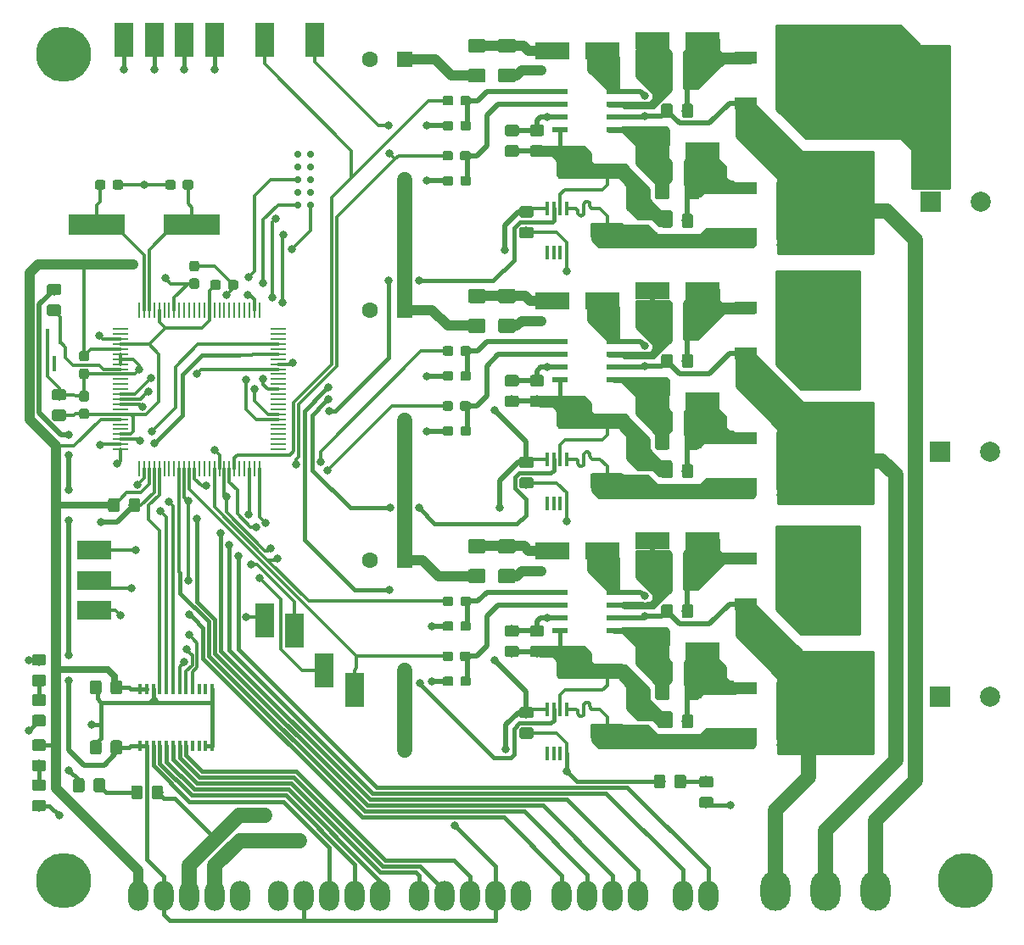
<source format=gbr>
G04 #@! TF.GenerationSoftware,KiCad,Pcbnew,5.0.2+dfsg1-1~bpo9+1*
G04 #@! TF.CreationDate,2020-01-12T11:13:13-05:00*
G04 #@! TF.ProjectId,SCARAMotorFeedbackController,53434152-414d-46f7-946f-724665656462,rev?*
G04 #@! TF.SameCoordinates,Original*
G04 #@! TF.FileFunction,Copper,L1,Top*
G04 #@! TF.FilePolarity,Positive*
%FSLAX46Y46*%
G04 Gerber Fmt 4.6, Leading zero omitted, Abs format (unit mm)*
G04 Created by KiCad (PCBNEW 5.0.2+dfsg1-1~bpo9+1) date Sun 12 Jan 2020 11:13:13 AM EST*
%MOMM*%
%LPD*%
G01*
G04 APERTURE LIST*
G04 #@! TA.AperFunction,ComponentPad*
%ADD10C,5.500000*%
G04 #@! TD*
G04 #@! TA.AperFunction,Conductor*
%ADD11C,0.100000*%
G04 #@! TD*
G04 #@! TA.AperFunction,SMDPad,CuDef*
%ADD12C,1.150000*%
G04 #@! TD*
G04 #@! TA.AperFunction,SMDPad,CuDef*
%ADD13C,0.950000*%
G04 #@! TD*
G04 #@! TA.AperFunction,SMDPad,CuDef*
%ADD14R,1.500000X0.280000*%
G04 #@! TD*
G04 #@! TA.AperFunction,SMDPad,CuDef*
%ADD15R,0.280000X1.500000*%
G04 #@! TD*
G04 #@! TA.AperFunction,ComponentPad*
%ADD16C,0.700000*%
G04 #@! TD*
G04 #@! TA.AperFunction,ComponentPad*
%ADD17O,2.000000X3.000000*%
G04 #@! TD*
G04 #@! TA.AperFunction,SMDPad,CuDef*
%ADD18R,0.450000X1.500000*%
G04 #@! TD*
G04 #@! TA.AperFunction,SMDPad,CuDef*
%ADD19R,0.400000X1.100000*%
G04 #@! TD*
G04 #@! TA.AperFunction,SMDPad,CuDef*
%ADD20R,5.600000X2.100000*%
G04 #@! TD*
G04 #@! TA.AperFunction,ComponentPad*
%ADD21O,3.000000X4.000000*%
G04 #@! TD*
G04 #@! TA.AperFunction,SMDPad,CuDef*
%ADD22R,6.400000X5.800000*%
G04 #@! TD*
G04 #@! TA.AperFunction,SMDPad,CuDef*
%ADD23R,2.200000X1.200000*%
G04 #@! TD*
G04 #@! TA.AperFunction,SMDPad,CuDef*
%ADD24C,1.525000*%
G04 #@! TD*
G04 #@! TA.AperFunction,SMDPad,CuDef*
%ADD25R,0.450000X1.450000*%
G04 #@! TD*
G04 #@! TA.AperFunction,SMDPad,CuDef*
%ADD26R,1.550000X0.600000*%
G04 #@! TD*
G04 #@! TA.AperFunction,ComponentPad*
%ADD27C,1.600000*%
G04 #@! TD*
G04 #@! TA.AperFunction,ComponentPad*
%ADD28R,1.600000X1.600000*%
G04 #@! TD*
G04 #@! TA.AperFunction,SMDPad,CuDef*
%ADD29R,3.500000X1.800000*%
G04 #@! TD*
G04 #@! TA.AperFunction,ComponentPad*
%ADD30R,2.000000X2.000000*%
G04 #@! TD*
G04 #@! TA.AperFunction,ComponentPad*
%ADD31C,2.000000*%
G04 #@! TD*
G04 #@! TA.AperFunction,SMDPad,CuDef*
%ADD32C,1.425000*%
G04 #@! TD*
G04 #@! TA.AperFunction,SMDPad,CuDef*
%ADD33R,1.850000X3.450000*%
G04 #@! TD*
G04 #@! TA.AperFunction,SMDPad,CuDef*
%ADD34R,3.450000X1.850000*%
G04 #@! TD*
G04 #@! TA.AperFunction,ViaPad*
%ADD35C,0.800000*%
G04 #@! TD*
G04 #@! TA.AperFunction,Conductor*
%ADD36C,0.500000*%
G04 #@! TD*
G04 #@! TA.AperFunction,Conductor*
%ADD37C,0.300000*%
G04 #@! TD*
G04 #@! TA.AperFunction,Conductor*
%ADD38C,0.400000*%
G04 #@! TD*
G04 #@! TA.AperFunction,Conductor*
%ADD39C,1.000000*%
G04 #@! TD*
G04 #@! TA.AperFunction,Conductor*
%ADD40C,0.700000*%
G04 #@! TD*
G04 #@! TA.AperFunction,Conductor*
%ADD41C,1.500000*%
G04 #@! TD*
G04 #@! TA.AperFunction,Conductor*
%ADD42C,0.250000*%
G04 #@! TD*
G04 #@! TA.AperFunction,Conductor*
%ADD43C,0.254000*%
G04 #@! TD*
G04 APERTURE END LIST*
D10*
G04 #@! TO.P,,1*
G04 #@! TO.N,N/C*
X95000000Y5000000D03*
G04 #@! TD*
G04 #@! TO.P,,1*
G04 #@! TO.N,N/C*
X5000000Y87500000D03*
G04 #@! TD*
D11*
G04 #@! TO.N,GND*
G04 #@! TO.C,C1*
G36*
X12374505Y43198796D02*
X12398773Y43195196D01*
X12422572Y43189235D01*
X12445671Y43180970D01*
X12467850Y43170480D01*
X12488893Y43157868D01*
X12508599Y43143253D01*
X12526777Y43126777D01*
X12543253Y43108599D01*
X12557868Y43088893D01*
X12570480Y43067850D01*
X12580970Y43045671D01*
X12589235Y43022572D01*
X12595196Y42998773D01*
X12598796Y42974505D01*
X12600000Y42950001D01*
X12600000Y42049999D01*
X12598796Y42025495D01*
X12595196Y42001227D01*
X12589235Y41977428D01*
X12580970Y41954329D01*
X12570480Y41932150D01*
X12557868Y41911107D01*
X12543253Y41891401D01*
X12526777Y41873223D01*
X12508599Y41856747D01*
X12488893Y41842132D01*
X12467850Y41829520D01*
X12445671Y41819030D01*
X12422572Y41810765D01*
X12398773Y41804804D01*
X12374505Y41801204D01*
X12350001Y41800000D01*
X11699999Y41800000D01*
X11675495Y41801204D01*
X11651227Y41804804D01*
X11627428Y41810765D01*
X11604329Y41819030D01*
X11582150Y41829520D01*
X11561107Y41842132D01*
X11541401Y41856747D01*
X11523223Y41873223D01*
X11506747Y41891401D01*
X11492132Y41911107D01*
X11479520Y41932150D01*
X11469030Y41954329D01*
X11460765Y41977428D01*
X11454804Y42001227D01*
X11451204Y42025495D01*
X11450000Y42049999D01*
X11450000Y42950001D01*
X11451204Y42974505D01*
X11454804Y42998773D01*
X11460765Y43022572D01*
X11469030Y43045671D01*
X11479520Y43067850D01*
X11492132Y43088893D01*
X11506747Y43108599D01*
X11523223Y43126777D01*
X11541401Y43143253D01*
X11561107Y43157868D01*
X11582150Y43170480D01*
X11604329Y43180970D01*
X11627428Y43189235D01*
X11651227Y43195196D01*
X11675495Y43198796D01*
X11699999Y43200000D01*
X12350001Y43200000D01*
X12374505Y43198796D01*
X12374505Y43198796D01*
G37*
D12*
G04 #@! TD*
G04 #@! TO.P,C1,2*
G04 #@! TO.N,GND*
X12025000Y42500000D03*
D11*
G04 #@! TO.N,3V3*
G04 #@! TO.C,C1*
G36*
X10324505Y43198796D02*
X10348773Y43195196D01*
X10372572Y43189235D01*
X10395671Y43180970D01*
X10417850Y43170480D01*
X10438893Y43157868D01*
X10458599Y43143253D01*
X10476777Y43126777D01*
X10493253Y43108599D01*
X10507868Y43088893D01*
X10520480Y43067850D01*
X10530970Y43045671D01*
X10539235Y43022572D01*
X10545196Y42998773D01*
X10548796Y42974505D01*
X10550000Y42950001D01*
X10550000Y42049999D01*
X10548796Y42025495D01*
X10545196Y42001227D01*
X10539235Y41977428D01*
X10530970Y41954329D01*
X10520480Y41932150D01*
X10507868Y41911107D01*
X10493253Y41891401D01*
X10476777Y41873223D01*
X10458599Y41856747D01*
X10438893Y41842132D01*
X10417850Y41829520D01*
X10395671Y41819030D01*
X10372572Y41810765D01*
X10348773Y41804804D01*
X10324505Y41801204D01*
X10300001Y41800000D01*
X9649999Y41800000D01*
X9625495Y41801204D01*
X9601227Y41804804D01*
X9577428Y41810765D01*
X9554329Y41819030D01*
X9532150Y41829520D01*
X9511107Y41842132D01*
X9491401Y41856747D01*
X9473223Y41873223D01*
X9456747Y41891401D01*
X9442132Y41911107D01*
X9429520Y41932150D01*
X9419030Y41954329D01*
X9410765Y41977428D01*
X9404804Y42001227D01*
X9401204Y42025495D01*
X9400000Y42049999D01*
X9400000Y42950001D01*
X9401204Y42974505D01*
X9404804Y42998773D01*
X9410765Y43022572D01*
X9419030Y43045671D01*
X9429520Y43067850D01*
X9442132Y43088893D01*
X9456747Y43108599D01*
X9473223Y43126777D01*
X9491401Y43143253D01*
X9511107Y43157868D01*
X9532150Y43170480D01*
X9554329Y43180970D01*
X9577428Y43189235D01*
X9601227Y43195196D01*
X9625495Y43198796D01*
X9649999Y43200000D01*
X10300001Y43200000D01*
X10324505Y43198796D01*
X10324505Y43198796D01*
G37*
D12*
G04 #@! TD*
G04 #@! TO.P,C1,1*
G04 #@! TO.N,3V3*
X9975000Y42500000D03*
D11*
G04 #@! TO.N,Net-(C2-Pad1)*
G04 #@! TO.C,C2*
G36*
X4974505Y52048796D02*
X4998773Y52045196D01*
X5022572Y52039235D01*
X5045671Y52030970D01*
X5067850Y52020480D01*
X5088893Y52007868D01*
X5108599Y51993253D01*
X5126777Y51976777D01*
X5143253Y51958599D01*
X5157868Y51938893D01*
X5170480Y51917850D01*
X5180970Y51895671D01*
X5189235Y51872572D01*
X5195196Y51848773D01*
X5198796Y51824505D01*
X5200000Y51800001D01*
X5200000Y51149999D01*
X5198796Y51125495D01*
X5195196Y51101227D01*
X5189235Y51077428D01*
X5180970Y51054329D01*
X5170480Y51032150D01*
X5157868Y51011107D01*
X5143253Y50991401D01*
X5126777Y50973223D01*
X5108599Y50956747D01*
X5088893Y50942132D01*
X5067850Y50929520D01*
X5045671Y50919030D01*
X5022572Y50910765D01*
X4998773Y50904804D01*
X4974505Y50901204D01*
X4950001Y50900000D01*
X4049999Y50900000D01*
X4025495Y50901204D01*
X4001227Y50904804D01*
X3977428Y50910765D01*
X3954329Y50919030D01*
X3932150Y50929520D01*
X3911107Y50942132D01*
X3891401Y50956747D01*
X3873223Y50973223D01*
X3856747Y50991401D01*
X3842132Y51011107D01*
X3829520Y51032150D01*
X3819030Y51054329D01*
X3810765Y51077428D01*
X3804804Y51101227D01*
X3801204Y51125495D01*
X3800000Y51149999D01*
X3800000Y51800001D01*
X3801204Y51824505D01*
X3804804Y51848773D01*
X3810765Y51872572D01*
X3819030Y51895671D01*
X3829520Y51917850D01*
X3842132Y51938893D01*
X3856747Y51958599D01*
X3873223Y51976777D01*
X3891401Y51993253D01*
X3911107Y52007868D01*
X3932150Y52020480D01*
X3954329Y52030970D01*
X3977428Y52039235D01*
X4001227Y52045196D01*
X4025495Y52048796D01*
X4049999Y52050000D01*
X4950001Y52050000D01*
X4974505Y52048796D01*
X4974505Y52048796D01*
G37*
D12*
G04 #@! TD*
G04 #@! TO.P,C2,1*
G04 #@! TO.N,Net-(C2-Pad1)*
X4500000Y51475000D03*
D11*
G04 #@! TO.N,GND*
G04 #@! TO.C,C2*
G36*
X4974505Y54098796D02*
X4998773Y54095196D01*
X5022572Y54089235D01*
X5045671Y54080970D01*
X5067850Y54070480D01*
X5088893Y54057868D01*
X5108599Y54043253D01*
X5126777Y54026777D01*
X5143253Y54008599D01*
X5157868Y53988893D01*
X5170480Y53967850D01*
X5180970Y53945671D01*
X5189235Y53922572D01*
X5195196Y53898773D01*
X5198796Y53874505D01*
X5200000Y53850001D01*
X5200000Y53199999D01*
X5198796Y53175495D01*
X5195196Y53151227D01*
X5189235Y53127428D01*
X5180970Y53104329D01*
X5170480Y53082150D01*
X5157868Y53061107D01*
X5143253Y53041401D01*
X5126777Y53023223D01*
X5108599Y53006747D01*
X5088893Y52992132D01*
X5067850Y52979520D01*
X5045671Y52969030D01*
X5022572Y52960765D01*
X4998773Y52954804D01*
X4974505Y52951204D01*
X4950001Y52950000D01*
X4049999Y52950000D01*
X4025495Y52951204D01*
X4001227Y52954804D01*
X3977428Y52960765D01*
X3954329Y52969030D01*
X3932150Y52979520D01*
X3911107Y52992132D01*
X3891401Y53006747D01*
X3873223Y53023223D01*
X3856747Y53041401D01*
X3842132Y53061107D01*
X3829520Y53082150D01*
X3819030Y53104329D01*
X3810765Y53127428D01*
X3804804Y53151227D01*
X3801204Y53175495D01*
X3800000Y53199999D01*
X3800000Y53850001D01*
X3801204Y53874505D01*
X3804804Y53898773D01*
X3810765Y53922572D01*
X3819030Y53945671D01*
X3829520Y53967850D01*
X3842132Y53988893D01*
X3856747Y54008599D01*
X3873223Y54026777D01*
X3891401Y54043253D01*
X3911107Y54057868D01*
X3932150Y54070480D01*
X3954329Y54080970D01*
X3977428Y54089235D01*
X4001227Y54095196D01*
X4025495Y54098796D01*
X4049999Y54100000D01*
X4950001Y54100000D01*
X4974505Y54098796D01*
X4974505Y54098796D01*
G37*
D12*
G04 #@! TD*
G04 #@! TO.P,C2,2*
G04 #@! TO.N,GND*
X4500000Y53525000D03*
D11*
G04 #@! TO.N,GND*
G04 #@! TO.C,C3*
G36*
X18260779Y66898856D02*
X18283834Y66895437D01*
X18306443Y66889773D01*
X18328387Y66881921D01*
X18349457Y66871956D01*
X18369448Y66859974D01*
X18388168Y66846090D01*
X18405438Y66830438D01*
X18421090Y66813168D01*
X18434974Y66794448D01*
X18446956Y66774457D01*
X18456921Y66753387D01*
X18464773Y66731443D01*
X18470437Y66708834D01*
X18473856Y66685779D01*
X18475000Y66662500D01*
X18475000Y66087500D01*
X18473856Y66064221D01*
X18470437Y66041166D01*
X18464773Y66018557D01*
X18456921Y65996613D01*
X18446956Y65975543D01*
X18434974Y65955552D01*
X18421090Y65936832D01*
X18405438Y65919562D01*
X18388168Y65903910D01*
X18369448Y65890026D01*
X18349457Y65878044D01*
X18328387Y65868079D01*
X18306443Y65860227D01*
X18283834Y65854563D01*
X18260779Y65851144D01*
X18237500Y65850000D01*
X17762500Y65850000D01*
X17739221Y65851144D01*
X17716166Y65854563D01*
X17693557Y65860227D01*
X17671613Y65868079D01*
X17650543Y65878044D01*
X17630552Y65890026D01*
X17611832Y65903910D01*
X17594562Y65919562D01*
X17578910Y65936832D01*
X17565026Y65955552D01*
X17553044Y65975543D01*
X17543079Y65996613D01*
X17535227Y66018557D01*
X17529563Y66041166D01*
X17526144Y66064221D01*
X17525000Y66087500D01*
X17525000Y66662500D01*
X17526144Y66685779D01*
X17529563Y66708834D01*
X17535227Y66731443D01*
X17543079Y66753387D01*
X17553044Y66774457D01*
X17565026Y66794448D01*
X17578910Y66813168D01*
X17594562Y66830438D01*
X17611832Y66846090D01*
X17630552Y66859974D01*
X17650543Y66871956D01*
X17671613Y66881921D01*
X17693557Y66889773D01*
X17716166Y66895437D01*
X17739221Y66898856D01*
X17762500Y66900000D01*
X18237500Y66900000D01*
X18260779Y66898856D01*
X18260779Y66898856D01*
G37*
D13*
G04 #@! TD*
G04 #@! TO.P,C3,2*
G04 #@! TO.N,GND*
X18000000Y66375000D03*
D11*
G04 #@! TO.N,3V3*
G04 #@! TO.C,C3*
G36*
X18260779Y65148856D02*
X18283834Y65145437D01*
X18306443Y65139773D01*
X18328387Y65131921D01*
X18349457Y65121956D01*
X18369448Y65109974D01*
X18388168Y65096090D01*
X18405438Y65080438D01*
X18421090Y65063168D01*
X18434974Y65044448D01*
X18446956Y65024457D01*
X18456921Y65003387D01*
X18464773Y64981443D01*
X18470437Y64958834D01*
X18473856Y64935779D01*
X18475000Y64912500D01*
X18475000Y64337500D01*
X18473856Y64314221D01*
X18470437Y64291166D01*
X18464773Y64268557D01*
X18456921Y64246613D01*
X18446956Y64225543D01*
X18434974Y64205552D01*
X18421090Y64186832D01*
X18405438Y64169562D01*
X18388168Y64153910D01*
X18369448Y64140026D01*
X18349457Y64128044D01*
X18328387Y64118079D01*
X18306443Y64110227D01*
X18283834Y64104563D01*
X18260779Y64101144D01*
X18237500Y64100000D01*
X17762500Y64100000D01*
X17739221Y64101144D01*
X17716166Y64104563D01*
X17693557Y64110227D01*
X17671613Y64118079D01*
X17650543Y64128044D01*
X17630552Y64140026D01*
X17611832Y64153910D01*
X17594562Y64169562D01*
X17578910Y64186832D01*
X17565026Y64205552D01*
X17553044Y64225543D01*
X17543079Y64246613D01*
X17535227Y64268557D01*
X17529563Y64291166D01*
X17526144Y64314221D01*
X17525000Y64337500D01*
X17525000Y64912500D01*
X17526144Y64935779D01*
X17529563Y64958834D01*
X17535227Y64981443D01*
X17543079Y65003387D01*
X17553044Y65024457D01*
X17565026Y65044448D01*
X17578910Y65063168D01*
X17594562Y65080438D01*
X17611832Y65096090D01*
X17630552Y65109974D01*
X17650543Y65121956D01*
X17671613Y65131921D01*
X17693557Y65139773D01*
X17716166Y65145437D01*
X17739221Y65148856D01*
X17762500Y65150000D01*
X18237500Y65150000D01*
X18260779Y65148856D01*
X18260779Y65148856D01*
G37*
D13*
G04 #@! TD*
G04 #@! TO.P,C3,1*
G04 #@! TO.N,3V3*
X18000000Y64625000D03*
D11*
G04 #@! TO.N,Net-(C2-Pad1)*
G04 #@! TO.C,C4*
G36*
X20435779Y64973856D02*
X20458834Y64970437D01*
X20481443Y64964773D01*
X20503387Y64956921D01*
X20524457Y64946956D01*
X20544448Y64934974D01*
X20563168Y64921090D01*
X20580438Y64905438D01*
X20596090Y64888168D01*
X20609974Y64869448D01*
X20621956Y64849457D01*
X20631921Y64828387D01*
X20639773Y64806443D01*
X20645437Y64783834D01*
X20648856Y64760779D01*
X20650000Y64737500D01*
X20650000Y64262500D01*
X20648856Y64239221D01*
X20645437Y64216166D01*
X20639773Y64193557D01*
X20631921Y64171613D01*
X20621956Y64150543D01*
X20609974Y64130552D01*
X20596090Y64111832D01*
X20580438Y64094562D01*
X20563168Y64078910D01*
X20544448Y64065026D01*
X20524457Y64053044D01*
X20503387Y64043079D01*
X20481443Y64035227D01*
X20458834Y64029563D01*
X20435779Y64026144D01*
X20412500Y64025000D01*
X19837500Y64025000D01*
X19814221Y64026144D01*
X19791166Y64029563D01*
X19768557Y64035227D01*
X19746613Y64043079D01*
X19725543Y64053044D01*
X19705552Y64065026D01*
X19686832Y64078910D01*
X19669562Y64094562D01*
X19653910Y64111832D01*
X19640026Y64130552D01*
X19628044Y64150543D01*
X19618079Y64171613D01*
X19610227Y64193557D01*
X19604563Y64216166D01*
X19601144Y64239221D01*
X19600000Y64262500D01*
X19600000Y64737500D01*
X19601144Y64760779D01*
X19604563Y64783834D01*
X19610227Y64806443D01*
X19618079Y64828387D01*
X19628044Y64849457D01*
X19640026Y64869448D01*
X19653910Y64888168D01*
X19669562Y64905438D01*
X19686832Y64921090D01*
X19705552Y64934974D01*
X19725543Y64946956D01*
X19746613Y64956921D01*
X19768557Y64964773D01*
X19791166Y64970437D01*
X19814221Y64973856D01*
X19837500Y64975000D01*
X20412500Y64975000D01*
X20435779Y64973856D01*
X20435779Y64973856D01*
G37*
D13*
G04 #@! TD*
G04 #@! TO.P,C4,1*
G04 #@! TO.N,Net-(C2-Pad1)*
X20125000Y64500000D03*
D11*
G04 #@! TO.N,GND*
G04 #@! TO.C,C4*
G36*
X22185779Y64973856D02*
X22208834Y64970437D01*
X22231443Y64964773D01*
X22253387Y64956921D01*
X22274457Y64946956D01*
X22294448Y64934974D01*
X22313168Y64921090D01*
X22330438Y64905438D01*
X22346090Y64888168D01*
X22359974Y64869448D01*
X22371956Y64849457D01*
X22381921Y64828387D01*
X22389773Y64806443D01*
X22395437Y64783834D01*
X22398856Y64760779D01*
X22400000Y64737500D01*
X22400000Y64262500D01*
X22398856Y64239221D01*
X22395437Y64216166D01*
X22389773Y64193557D01*
X22381921Y64171613D01*
X22371956Y64150543D01*
X22359974Y64130552D01*
X22346090Y64111832D01*
X22330438Y64094562D01*
X22313168Y64078910D01*
X22294448Y64065026D01*
X22274457Y64053044D01*
X22253387Y64043079D01*
X22231443Y64035227D01*
X22208834Y64029563D01*
X22185779Y64026144D01*
X22162500Y64025000D01*
X21587500Y64025000D01*
X21564221Y64026144D01*
X21541166Y64029563D01*
X21518557Y64035227D01*
X21496613Y64043079D01*
X21475543Y64053044D01*
X21455552Y64065026D01*
X21436832Y64078910D01*
X21419562Y64094562D01*
X21403910Y64111832D01*
X21390026Y64130552D01*
X21378044Y64150543D01*
X21368079Y64171613D01*
X21360227Y64193557D01*
X21354563Y64216166D01*
X21351144Y64239221D01*
X21350000Y64262500D01*
X21350000Y64737500D01*
X21351144Y64760779D01*
X21354563Y64783834D01*
X21360227Y64806443D01*
X21368079Y64828387D01*
X21378044Y64849457D01*
X21390026Y64869448D01*
X21403910Y64888168D01*
X21419562Y64905438D01*
X21436832Y64921090D01*
X21455552Y64934974D01*
X21475543Y64946956D01*
X21496613Y64956921D01*
X21518557Y64964773D01*
X21541166Y64970437D01*
X21564221Y64973856D01*
X21587500Y64975000D01*
X22162500Y64975000D01*
X22185779Y64973856D01*
X22185779Y64973856D01*
G37*
D13*
G04 #@! TD*
G04 #@! TO.P,C4,2*
G04 #@! TO.N,GND*
X21875000Y64500000D03*
D11*
G04 #@! TO.N,3V3*
G04 #@! TO.C,C5*
G36*
X7260779Y57898856D02*
X7283834Y57895437D01*
X7306443Y57889773D01*
X7328387Y57881921D01*
X7349457Y57871956D01*
X7369448Y57859974D01*
X7388168Y57846090D01*
X7405438Y57830438D01*
X7421090Y57813168D01*
X7434974Y57794448D01*
X7446956Y57774457D01*
X7456921Y57753387D01*
X7464773Y57731443D01*
X7470437Y57708834D01*
X7473856Y57685779D01*
X7475000Y57662500D01*
X7475000Y57087500D01*
X7473856Y57064221D01*
X7470437Y57041166D01*
X7464773Y57018557D01*
X7456921Y56996613D01*
X7446956Y56975543D01*
X7434974Y56955552D01*
X7421090Y56936832D01*
X7405438Y56919562D01*
X7388168Y56903910D01*
X7369448Y56890026D01*
X7349457Y56878044D01*
X7328387Y56868079D01*
X7306443Y56860227D01*
X7283834Y56854563D01*
X7260779Y56851144D01*
X7237500Y56850000D01*
X6762500Y56850000D01*
X6739221Y56851144D01*
X6716166Y56854563D01*
X6693557Y56860227D01*
X6671613Y56868079D01*
X6650543Y56878044D01*
X6630552Y56890026D01*
X6611832Y56903910D01*
X6594562Y56919562D01*
X6578910Y56936832D01*
X6565026Y56955552D01*
X6553044Y56975543D01*
X6543079Y56996613D01*
X6535227Y57018557D01*
X6529563Y57041166D01*
X6526144Y57064221D01*
X6525000Y57087500D01*
X6525000Y57662500D01*
X6526144Y57685779D01*
X6529563Y57708834D01*
X6535227Y57731443D01*
X6543079Y57753387D01*
X6553044Y57774457D01*
X6565026Y57794448D01*
X6578910Y57813168D01*
X6594562Y57830438D01*
X6611832Y57846090D01*
X6630552Y57859974D01*
X6650543Y57871956D01*
X6671613Y57881921D01*
X6693557Y57889773D01*
X6716166Y57895437D01*
X6739221Y57898856D01*
X6762500Y57900000D01*
X7237500Y57900000D01*
X7260779Y57898856D01*
X7260779Y57898856D01*
G37*
D13*
G04 #@! TD*
G04 #@! TO.P,C5,1*
G04 #@! TO.N,3V3*
X7000000Y57375000D03*
D11*
G04 #@! TO.N,GND*
G04 #@! TO.C,C5*
G36*
X7260779Y56148856D02*
X7283834Y56145437D01*
X7306443Y56139773D01*
X7328387Y56131921D01*
X7349457Y56121956D01*
X7369448Y56109974D01*
X7388168Y56096090D01*
X7405438Y56080438D01*
X7421090Y56063168D01*
X7434974Y56044448D01*
X7446956Y56024457D01*
X7456921Y56003387D01*
X7464773Y55981443D01*
X7470437Y55958834D01*
X7473856Y55935779D01*
X7475000Y55912500D01*
X7475000Y55337500D01*
X7473856Y55314221D01*
X7470437Y55291166D01*
X7464773Y55268557D01*
X7456921Y55246613D01*
X7446956Y55225543D01*
X7434974Y55205552D01*
X7421090Y55186832D01*
X7405438Y55169562D01*
X7388168Y55153910D01*
X7369448Y55140026D01*
X7349457Y55128044D01*
X7328387Y55118079D01*
X7306443Y55110227D01*
X7283834Y55104563D01*
X7260779Y55101144D01*
X7237500Y55100000D01*
X6762500Y55100000D01*
X6739221Y55101144D01*
X6716166Y55104563D01*
X6693557Y55110227D01*
X6671613Y55118079D01*
X6650543Y55128044D01*
X6630552Y55140026D01*
X6611832Y55153910D01*
X6594562Y55169562D01*
X6578910Y55186832D01*
X6565026Y55205552D01*
X6553044Y55225543D01*
X6543079Y55246613D01*
X6535227Y55268557D01*
X6529563Y55291166D01*
X6526144Y55314221D01*
X6525000Y55337500D01*
X6525000Y55912500D01*
X6526144Y55935779D01*
X6529563Y55958834D01*
X6535227Y55981443D01*
X6543079Y56003387D01*
X6553044Y56024457D01*
X6565026Y56044448D01*
X6578910Y56063168D01*
X6594562Y56080438D01*
X6611832Y56096090D01*
X6630552Y56109974D01*
X6650543Y56121956D01*
X6671613Y56131921D01*
X6693557Y56139773D01*
X6716166Y56145437D01*
X6739221Y56148856D01*
X6762500Y56150000D01*
X7237500Y56150000D01*
X7260779Y56148856D01*
X7260779Y56148856D01*
G37*
D13*
G04 #@! TD*
G04 #@! TO.P,C5,2*
G04 #@! TO.N,GND*
X7000000Y55625000D03*
D11*
G04 #@! TO.N,Net-(C2-Pad1)*
G04 #@! TO.C,C6*
G36*
X7260779Y52148856D02*
X7283834Y52145437D01*
X7306443Y52139773D01*
X7328387Y52131921D01*
X7349457Y52121956D01*
X7369448Y52109974D01*
X7388168Y52096090D01*
X7405438Y52080438D01*
X7421090Y52063168D01*
X7434974Y52044448D01*
X7446956Y52024457D01*
X7456921Y52003387D01*
X7464773Y51981443D01*
X7470437Y51958834D01*
X7473856Y51935779D01*
X7475000Y51912500D01*
X7475000Y51337500D01*
X7473856Y51314221D01*
X7470437Y51291166D01*
X7464773Y51268557D01*
X7456921Y51246613D01*
X7446956Y51225543D01*
X7434974Y51205552D01*
X7421090Y51186832D01*
X7405438Y51169562D01*
X7388168Y51153910D01*
X7369448Y51140026D01*
X7349457Y51128044D01*
X7328387Y51118079D01*
X7306443Y51110227D01*
X7283834Y51104563D01*
X7260779Y51101144D01*
X7237500Y51100000D01*
X6762500Y51100000D01*
X6739221Y51101144D01*
X6716166Y51104563D01*
X6693557Y51110227D01*
X6671613Y51118079D01*
X6650543Y51128044D01*
X6630552Y51140026D01*
X6611832Y51153910D01*
X6594562Y51169562D01*
X6578910Y51186832D01*
X6565026Y51205552D01*
X6553044Y51225543D01*
X6543079Y51246613D01*
X6535227Y51268557D01*
X6529563Y51291166D01*
X6526144Y51314221D01*
X6525000Y51337500D01*
X6525000Y51912500D01*
X6526144Y51935779D01*
X6529563Y51958834D01*
X6535227Y51981443D01*
X6543079Y52003387D01*
X6553044Y52024457D01*
X6565026Y52044448D01*
X6578910Y52063168D01*
X6594562Y52080438D01*
X6611832Y52096090D01*
X6630552Y52109974D01*
X6650543Y52121956D01*
X6671613Y52131921D01*
X6693557Y52139773D01*
X6716166Y52145437D01*
X6739221Y52148856D01*
X6762500Y52150000D01*
X7237500Y52150000D01*
X7260779Y52148856D01*
X7260779Y52148856D01*
G37*
D13*
G04 #@! TD*
G04 #@! TO.P,C6,1*
G04 #@! TO.N,Net-(C2-Pad1)*
X7000000Y51625000D03*
D11*
G04 #@! TO.N,GND*
G04 #@! TO.C,C6*
G36*
X7260779Y53898856D02*
X7283834Y53895437D01*
X7306443Y53889773D01*
X7328387Y53881921D01*
X7349457Y53871956D01*
X7369448Y53859974D01*
X7388168Y53846090D01*
X7405438Y53830438D01*
X7421090Y53813168D01*
X7434974Y53794448D01*
X7446956Y53774457D01*
X7456921Y53753387D01*
X7464773Y53731443D01*
X7470437Y53708834D01*
X7473856Y53685779D01*
X7475000Y53662500D01*
X7475000Y53087500D01*
X7473856Y53064221D01*
X7470437Y53041166D01*
X7464773Y53018557D01*
X7456921Y52996613D01*
X7446956Y52975543D01*
X7434974Y52955552D01*
X7421090Y52936832D01*
X7405438Y52919562D01*
X7388168Y52903910D01*
X7369448Y52890026D01*
X7349457Y52878044D01*
X7328387Y52868079D01*
X7306443Y52860227D01*
X7283834Y52854563D01*
X7260779Y52851144D01*
X7237500Y52850000D01*
X6762500Y52850000D01*
X6739221Y52851144D01*
X6716166Y52854563D01*
X6693557Y52860227D01*
X6671613Y52868079D01*
X6650543Y52878044D01*
X6630552Y52890026D01*
X6611832Y52903910D01*
X6594562Y52919562D01*
X6578910Y52936832D01*
X6565026Y52955552D01*
X6553044Y52975543D01*
X6543079Y52996613D01*
X6535227Y53018557D01*
X6529563Y53041166D01*
X6526144Y53064221D01*
X6525000Y53087500D01*
X6525000Y53662500D01*
X6526144Y53685779D01*
X6529563Y53708834D01*
X6535227Y53731443D01*
X6543079Y53753387D01*
X6553044Y53774457D01*
X6565026Y53794448D01*
X6578910Y53813168D01*
X6594562Y53830438D01*
X6611832Y53846090D01*
X6630552Y53859974D01*
X6650543Y53871956D01*
X6671613Y53881921D01*
X6693557Y53889773D01*
X6716166Y53895437D01*
X6739221Y53898856D01*
X6762500Y53900000D01*
X7237500Y53900000D01*
X7260779Y53898856D01*
X7260779Y53898856D01*
G37*
D13*
G04 #@! TD*
G04 #@! TO.P,C6,2*
G04 #@! TO.N,GND*
X7000000Y53375000D03*
D14*
G04 #@! TO.P,U1,1*
G04 #@! TO.N,Net-(U1-Pad1)*
X10605001Y60074999D03*
G04 #@! TO.P,U1,2*
G04 #@! TO.N,Net-(U1-Pad2)*
X10605001Y59574999D03*
G04 #@! TO.P,U1,3*
G04 #@! TO.N,GND*
X10605001Y59074999D03*
G04 #@! TO.P,U1,4*
G04 #@! TO.N,Net-(C2-Pad1)*
X10605001Y58574999D03*
G04 #@! TO.P,U1,5*
G04 #@! TO.N,3V3*
X10605001Y58074999D03*
G04 #@! TO.P,U1,6*
G04 #@! TO.N,GND*
X10605001Y57574999D03*
G04 #@! TO.P,U1,7*
X10605001Y57074999D03*
G04 #@! TO.P,U1,8*
X10605001Y56574999D03*
G04 #@! TO.P,U1,9*
G04 #@! TO.N,3V3Ref*
X10605001Y56074999D03*
G04 #@! TO.P,U1,10*
G04 #@! TO.N,GND*
X10605001Y55574999D03*
G04 #@! TO.P,U1,11*
G04 #@! TO.N,Net-(U1-Pad11)*
X10605001Y55074999D03*
G04 #@! TO.P,U1,12*
G04 #@! TO.N,Net-(U1-Pad12)*
X10605001Y54574999D03*
G04 #@! TO.P,U1,13*
G04 #@! TO.N,Net-(U1-Pad13)*
X10605001Y54074999D03*
G04 #@! TO.P,U1,14*
G04 #@! TO.N,CurrentSenseW*
X10605001Y53574999D03*
G04 #@! TO.P,U1,15*
G04 #@! TO.N,CurrentSenseV*
X10605001Y53074999D03*
G04 #@! TO.P,U1,16*
G04 #@! TO.N,CurrentSenseU*
X10605001Y52574999D03*
G04 #@! TO.P,U1,17*
G04 #@! TO.N,Net-(U1-Pad17)*
X10605001Y52074999D03*
G04 #@! TO.P,U1,18*
G04 #@! TO.N,Net-(C2-Pad1)*
X10605001Y51574999D03*
G04 #@! TO.P,U1,19*
G04 #@! TO.N,3V3*
X10605001Y51074999D03*
G04 #@! TO.P,U1,20*
G04 #@! TO.N,Net-(U1-Pad20)*
X10605001Y50574999D03*
G04 #@! TO.P,U1,21*
G04 #@! TO.N,Net-(U1-Pad21)*
X10605001Y50074999D03*
G04 #@! TO.P,U1,22*
G04 #@! TO.N,Net-(C2-Pad1)*
X10605001Y49574999D03*
G04 #@! TO.P,U1,23*
G04 #@! TO.N,HallUShift*
X10605001Y49074999D03*
G04 #@! TO.P,U1,24*
G04 #@! TO.N,HallVShift*
X10605001Y48574999D03*
G04 #@! TO.P,U1,25*
G04 #@! TO.N,HallWShift*
X10605001Y48074999D03*
D15*
G04 #@! TO.P,U1,26*
G04 #@! TO.N,Net-(U1-Pad26)*
X12505001Y46174999D03*
G04 #@! TO.P,U1,27*
G04 #@! TO.N,MOSI*
X13005001Y46174999D03*
G04 #@! TO.P,U1,28*
G04 #@! TO.N,3V3*
X13505001Y46174999D03*
G04 #@! TO.P,U1,29*
G04 #@! TO.N,GND*
X14005001Y46174999D03*
G04 #@! TO.P,U1,30*
G04 #@! TO.N,IndexShift*
X14505001Y46174999D03*
G04 #@! TO.P,U1,31*
G04 #@! TO.N,Net-(U1-Pad31)*
X15005001Y46174999D03*
G04 #@! TO.P,U1,32*
G04 #@! TO.N,Net-(U1-Pad32)*
X15505001Y46174999D03*
G04 #@! TO.P,U1,33*
G04 #@! TO.N,Net-(U1-Pad33)*
X16005001Y46174999D03*
G04 #@! TO.P,U1,34*
G04 #@! TO.N,SCLK*
X16505001Y46174999D03*
G04 #@! TO.P,U1,35*
G04 #@! TO.N,PhaseVUpper*
X17005001Y46174999D03*
G04 #@! TO.P,U1,36*
G04 #@! TO.N,PhaseWUpper*
X17505001Y46174999D03*
G04 #@! TO.P,U1,37*
G04 #@! TO.N,PhaseUUpper*
X18005001Y46174999D03*
G04 #@! TO.P,U1,38*
G04 #@! TO.N,Net-(U1-Pad38)*
X18505001Y46174999D03*
G04 #@! TO.P,U1,39*
G04 #@! TO.N,Net-(U1-Pad39)*
X19005001Y46174999D03*
G04 #@! TO.P,U1,40*
G04 #@! TO.N,Net-(U1-Pad40)*
X19505001Y46174999D03*
G04 #@! TO.P,U1,41*
G04 #@! TO.N,PhaseWLower*
X20005001Y46174999D03*
G04 #@! TO.P,U1,42*
G04 #@! TO.N,EndstopCommon*
X20505001Y46174999D03*
G04 #@! TO.P,U1,43*
G04 #@! TO.N,PhaseVLower*
X21005001Y46174999D03*
G04 #@! TO.P,U1,44*
G04 #@! TO.N,SS*
X21505001Y46174999D03*
G04 #@! TO.P,U1,45*
G04 #@! TO.N,PhaseULower*
X22005001Y46174999D03*
G04 #@! TO.P,U1,46*
G04 #@! TO.N,Net-(U1-Pad46)*
X22505001Y46174999D03*
G04 #@! TO.P,U1,47*
G04 #@! TO.N,Net-(U1-Pad47)*
X23005001Y46174999D03*
G04 #@! TO.P,U1,48*
G04 #@! TO.N,MISO*
X23505001Y46174999D03*
G04 #@! TO.P,U1,49*
G04 #@! TO.N,Net-(U1-Pad49)*
X24005001Y46174999D03*
G04 #@! TO.P,U1,50*
G04 #@! TO.N,EndstopSwitch*
X24505001Y46174999D03*
D14*
G04 #@! TO.P,U1,51*
G04 #@! TO.N,Net-(U1-Pad51)*
X26405001Y48074999D03*
G04 #@! TO.P,U1,52*
G04 #@! TO.N,Net-(U1-Pad52)*
X26405001Y48574999D03*
G04 #@! TO.P,U1,53*
G04 #@! TO.N,Net-(U1-Pad53)*
X26405001Y49074999D03*
G04 #@! TO.P,U1,54*
G04 #@! TO.N,Net-(U1-Pad54)*
X26405001Y49574999D03*
G04 #@! TO.P,U1,55*
G04 #@! TO.N,Net-(U1-Pad55)*
X26405001Y50074999D03*
G04 #@! TO.P,U1,56*
G04 #@! TO.N,Net-(U1-Pad56)*
X26405001Y50574999D03*
G04 #@! TO.P,U1,57*
G04 #@! TO.N,SWDIO*
X26405001Y51074999D03*
G04 #@! TO.P,U1,58*
G04 #@! TO.N,nRESET*
X26405001Y51574999D03*
G04 #@! TO.P,U1,59*
G04 #@! TO.N,Net-(U1-Pad59)*
X26405001Y52074999D03*
G04 #@! TO.P,U1,60*
G04 #@! TO.N,Net-(U1-Pad60)*
X26405001Y52574999D03*
G04 #@! TO.P,U1,61*
G04 #@! TO.N,Net-(U1-Pad61)*
X26405001Y53074999D03*
G04 #@! TO.P,U1,62*
G04 #@! TO.N,Net-(U1-Pad62)*
X26405001Y53574999D03*
G04 #@! TO.P,U1,63*
G04 #@! TO.N,SWDCLK*
X26405001Y54074999D03*
G04 #@! TO.P,U1,64*
G04 #@! TO.N,Net-(U1-Pad64)*
X26405001Y54574999D03*
G04 #@! TO.P,U1,65*
G04 #@! TO.N,Net-(U1-Pad65)*
X26405001Y55074999D03*
G04 #@! TO.P,U1,66*
G04 #@! TO.N,Net-(U1-Pad66)*
X26405001Y55574999D03*
G04 #@! TO.P,U1,67*
G04 #@! TO.N,GND*
X26405001Y56074999D03*
G04 #@! TO.P,U1,68*
G04 #@! TO.N,3V3*
X26405001Y56574999D03*
G04 #@! TO.P,U1,69*
G04 #@! TO.N,Net-(U1-Pad69)*
X26405001Y57074999D03*
G04 #@! TO.P,U1,70*
G04 #@! TO.N,ChannelBShift*
X26405001Y57574999D03*
G04 #@! TO.P,U1,71*
G04 #@! TO.N,Net-(U1-Pad71)*
X26405001Y58074999D03*
G04 #@! TO.P,U1,72*
G04 #@! TO.N,ChannelAShift*
X26405001Y58574999D03*
G04 #@! TO.P,U1,73*
G04 #@! TO.N,Net-(U1-Pad73)*
X26405001Y59074999D03*
G04 #@! TO.P,U1,74*
G04 #@! TO.N,Net-(U1-Pad74)*
X26405001Y59574999D03*
G04 #@! TO.P,U1,75*
G04 #@! TO.N,Net-(U1-Pad75)*
X26405001Y60074999D03*
D15*
G04 #@! TO.P,U1,76*
G04 #@! TO.N,Net-(U1-Pad76)*
X24505001Y61974999D03*
G04 #@! TO.P,U1,77*
G04 #@! TO.N,SWO*
X24005001Y61974999D03*
G04 #@! TO.P,U1,78*
G04 #@! TO.N,Net-(U1-Pad78)*
X23505001Y61974999D03*
G04 #@! TO.P,U1,79*
G04 #@! TO.N,Net-(U1-Pad79)*
X23005001Y61974999D03*
G04 #@! TO.P,U1,80*
G04 #@! TO.N,Net-(U1-Pad80)*
X22505001Y61974999D03*
G04 #@! TO.P,U1,81*
G04 #@! TO.N,Net-(U1-Pad81)*
X22005001Y61974999D03*
G04 #@! TO.P,U1,82*
G04 #@! TO.N,Net-(U1-Pad82)*
X21505001Y61974999D03*
G04 #@! TO.P,U1,83*
G04 #@! TO.N,Net-(U1-Pad83)*
X21005001Y61974999D03*
G04 #@! TO.P,U1,84*
G04 #@! TO.N,Net-(U1-Pad84)*
X20505001Y61974999D03*
G04 #@! TO.P,U1,85*
G04 #@! TO.N,Net-(U1-Pad85)*
X20005001Y61974999D03*
G04 #@! TO.P,U1,86*
G04 #@! TO.N,Net-(C2-Pad1)*
X19505001Y61974999D03*
G04 #@! TO.P,U1,87*
G04 #@! TO.N,Net-(U1-Pad87)*
X19005001Y61974999D03*
G04 #@! TO.P,U1,88*
G04 #@! TO.N,Net-(U1-Pad88)*
X18505001Y61974999D03*
G04 #@! TO.P,U1,89*
G04 #@! TO.N,Net-(U1-Pad89)*
X18005001Y61974999D03*
G04 #@! TO.P,U1,90*
G04 #@! TO.N,Net-(U1-Pad90)*
X17505001Y61974999D03*
G04 #@! TO.P,U1,91*
G04 #@! TO.N,Net-(U1-Pad91)*
X17005001Y61974999D03*
G04 #@! TO.P,U1,92*
G04 #@! TO.N,Net-(U1-Pad92)*
X16505001Y61974999D03*
G04 #@! TO.P,U1,93*
G04 #@! TO.N,3V3*
X16005001Y61974999D03*
G04 #@! TO.P,U1,94*
G04 #@! TO.N,Net-(U1-Pad94)*
X15505001Y61974999D03*
G04 #@! TO.P,U1,95*
G04 #@! TO.N,Net-(U1-Pad95)*
X15005001Y61974999D03*
G04 #@! TO.P,U1,96*
G04 #@! TO.N,Net-(C2-Pad1)*
X14505001Y61974999D03*
G04 #@! TO.P,U1,97*
G04 #@! TO.N,Net-(U1-Pad97)*
X14005001Y61974999D03*
G04 #@! TO.P,U1,98*
G04 #@! TO.N,Net-(C33-Pad2)*
X13505001Y61974999D03*
G04 #@! TO.P,U1,99*
G04 #@! TO.N,Net-(C34-Pad2)*
X13005001Y61974999D03*
G04 #@! TO.P,U1,100*
G04 #@! TO.N,Net-(U1-Pad100)*
X12505001Y61974999D03*
G04 #@! TD*
D11*
G04 #@! TO.N,GND*
G04 #@! TO.C,C33*
G36*
X15935779Y74973856D02*
X15958834Y74970437D01*
X15981443Y74964773D01*
X16003387Y74956921D01*
X16024457Y74946956D01*
X16044448Y74934974D01*
X16063168Y74921090D01*
X16080438Y74905438D01*
X16096090Y74888168D01*
X16109974Y74869448D01*
X16121956Y74849457D01*
X16131921Y74828387D01*
X16139773Y74806443D01*
X16145437Y74783834D01*
X16148856Y74760779D01*
X16150000Y74737500D01*
X16150000Y74262500D01*
X16148856Y74239221D01*
X16145437Y74216166D01*
X16139773Y74193557D01*
X16131921Y74171613D01*
X16121956Y74150543D01*
X16109974Y74130552D01*
X16096090Y74111832D01*
X16080438Y74094562D01*
X16063168Y74078910D01*
X16044448Y74065026D01*
X16024457Y74053044D01*
X16003387Y74043079D01*
X15981443Y74035227D01*
X15958834Y74029563D01*
X15935779Y74026144D01*
X15912500Y74025000D01*
X15337500Y74025000D01*
X15314221Y74026144D01*
X15291166Y74029563D01*
X15268557Y74035227D01*
X15246613Y74043079D01*
X15225543Y74053044D01*
X15205552Y74065026D01*
X15186832Y74078910D01*
X15169562Y74094562D01*
X15153910Y74111832D01*
X15140026Y74130552D01*
X15128044Y74150543D01*
X15118079Y74171613D01*
X15110227Y74193557D01*
X15104563Y74216166D01*
X15101144Y74239221D01*
X15100000Y74262500D01*
X15100000Y74737500D01*
X15101144Y74760779D01*
X15104563Y74783834D01*
X15110227Y74806443D01*
X15118079Y74828387D01*
X15128044Y74849457D01*
X15140026Y74869448D01*
X15153910Y74888168D01*
X15169562Y74905438D01*
X15186832Y74921090D01*
X15205552Y74934974D01*
X15225543Y74946956D01*
X15246613Y74956921D01*
X15268557Y74964773D01*
X15291166Y74970437D01*
X15314221Y74973856D01*
X15337500Y74975000D01*
X15912500Y74975000D01*
X15935779Y74973856D01*
X15935779Y74973856D01*
G37*
D13*
G04 #@! TD*
G04 #@! TO.P,C33,1*
G04 #@! TO.N,GND*
X15625000Y74500000D03*
D11*
G04 #@! TO.N,Net-(C33-Pad2)*
G04 #@! TO.C,C33*
G36*
X17685779Y74973856D02*
X17708834Y74970437D01*
X17731443Y74964773D01*
X17753387Y74956921D01*
X17774457Y74946956D01*
X17794448Y74934974D01*
X17813168Y74921090D01*
X17830438Y74905438D01*
X17846090Y74888168D01*
X17859974Y74869448D01*
X17871956Y74849457D01*
X17881921Y74828387D01*
X17889773Y74806443D01*
X17895437Y74783834D01*
X17898856Y74760779D01*
X17900000Y74737500D01*
X17900000Y74262500D01*
X17898856Y74239221D01*
X17895437Y74216166D01*
X17889773Y74193557D01*
X17881921Y74171613D01*
X17871956Y74150543D01*
X17859974Y74130552D01*
X17846090Y74111832D01*
X17830438Y74094562D01*
X17813168Y74078910D01*
X17794448Y74065026D01*
X17774457Y74053044D01*
X17753387Y74043079D01*
X17731443Y74035227D01*
X17708834Y74029563D01*
X17685779Y74026144D01*
X17662500Y74025000D01*
X17087500Y74025000D01*
X17064221Y74026144D01*
X17041166Y74029563D01*
X17018557Y74035227D01*
X16996613Y74043079D01*
X16975543Y74053044D01*
X16955552Y74065026D01*
X16936832Y74078910D01*
X16919562Y74094562D01*
X16903910Y74111832D01*
X16890026Y74130552D01*
X16878044Y74150543D01*
X16868079Y74171613D01*
X16860227Y74193557D01*
X16854563Y74216166D01*
X16851144Y74239221D01*
X16850000Y74262500D01*
X16850000Y74737500D01*
X16851144Y74760779D01*
X16854563Y74783834D01*
X16860227Y74806443D01*
X16868079Y74828387D01*
X16878044Y74849457D01*
X16890026Y74869448D01*
X16903910Y74888168D01*
X16919562Y74905438D01*
X16936832Y74921090D01*
X16955552Y74934974D01*
X16975543Y74946956D01*
X16996613Y74956921D01*
X17018557Y74964773D01*
X17041166Y74970437D01*
X17064221Y74973856D01*
X17087500Y74975000D01*
X17662500Y74975000D01*
X17685779Y74973856D01*
X17685779Y74973856D01*
G37*
D13*
G04 #@! TD*
G04 #@! TO.P,C33,2*
G04 #@! TO.N,Net-(C33-Pad2)*
X17375000Y74500000D03*
D11*
G04 #@! TO.N,Net-(C34-Pad2)*
G04 #@! TO.C,C34*
G36*
X8935779Y74973856D02*
X8958834Y74970437D01*
X8981443Y74964773D01*
X9003387Y74956921D01*
X9024457Y74946956D01*
X9044448Y74934974D01*
X9063168Y74921090D01*
X9080438Y74905438D01*
X9096090Y74888168D01*
X9109974Y74869448D01*
X9121956Y74849457D01*
X9131921Y74828387D01*
X9139773Y74806443D01*
X9145437Y74783834D01*
X9148856Y74760779D01*
X9150000Y74737500D01*
X9150000Y74262500D01*
X9148856Y74239221D01*
X9145437Y74216166D01*
X9139773Y74193557D01*
X9131921Y74171613D01*
X9121956Y74150543D01*
X9109974Y74130552D01*
X9096090Y74111832D01*
X9080438Y74094562D01*
X9063168Y74078910D01*
X9044448Y74065026D01*
X9024457Y74053044D01*
X9003387Y74043079D01*
X8981443Y74035227D01*
X8958834Y74029563D01*
X8935779Y74026144D01*
X8912500Y74025000D01*
X8337500Y74025000D01*
X8314221Y74026144D01*
X8291166Y74029563D01*
X8268557Y74035227D01*
X8246613Y74043079D01*
X8225543Y74053044D01*
X8205552Y74065026D01*
X8186832Y74078910D01*
X8169562Y74094562D01*
X8153910Y74111832D01*
X8140026Y74130552D01*
X8128044Y74150543D01*
X8118079Y74171613D01*
X8110227Y74193557D01*
X8104563Y74216166D01*
X8101144Y74239221D01*
X8100000Y74262500D01*
X8100000Y74737500D01*
X8101144Y74760779D01*
X8104563Y74783834D01*
X8110227Y74806443D01*
X8118079Y74828387D01*
X8128044Y74849457D01*
X8140026Y74869448D01*
X8153910Y74888168D01*
X8169562Y74905438D01*
X8186832Y74921090D01*
X8205552Y74934974D01*
X8225543Y74946956D01*
X8246613Y74956921D01*
X8268557Y74964773D01*
X8291166Y74970437D01*
X8314221Y74973856D01*
X8337500Y74975000D01*
X8912500Y74975000D01*
X8935779Y74973856D01*
X8935779Y74973856D01*
G37*
D13*
G04 #@! TD*
G04 #@! TO.P,C34,2*
G04 #@! TO.N,Net-(C34-Pad2)*
X8625000Y74500000D03*
D11*
G04 #@! TO.N,GND*
G04 #@! TO.C,C34*
G36*
X10685779Y74973856D02*
X10708834Y74970437D01*
X10731443Y74964773D01*
X10753387Y74956921D01*
X10774457Y74946956D01*
X10794448Y74934974D01*
X10813168Y74921090D01*
X10830438Y74905438D01*
X10846090Y74888168D01*
X10859974Y74869448D01*
X10871956Y74849457D01*
X10881921Y74828387D01*
X10889773Y74806443D01*
X10895437Y74783834D01*
X10898856Y74760779D01*
X10900000Y74737500D01*
X10900000Y74262500D01*
X10898856Y74239221D01*
X10895437Y74216166D01*
X10889773Y74193557D01*
X10881921Y74171613D01*
X10871956Y74150543D01*
X10859974Y74130552D01*
X10846090Y74111832D01*
X10830438Y74094562D01*
X10813168Y74078910D01*
X10794448Y74065026D01*
X10774457Y74053044D01*
X10753387Y74043079D01*
X10731443Y74035227D01*
X10708834Y74029563D01*
X10685779Y74026144D01*
X10662500Y74025000D01*
X10087500Y74025000D01*
X10064221Y74026144D01*
X10041166Y74029563D01*
X10018557Y74035227D01*
X9996613Y74043079D01*
X9975543Y74053044D01*
X9955552Y74065026D01*
X9936832Y74078910D01*
X9919562Y74094562D01*
X9903910Y74111832D01*
X9890026Y74130552D01*
X9878044Y74150543D01*
X9868079Y74171613D01*
X9860227Y74193557D01*
X9854563Y74216166D01*
X9851144Y74239221D01*
X9850000Y74262500D01*
X9850000Y74737500D01*
X9851144Y74760779D01*
X9854563Y74783834D01*
X9860227Y74806443D01*
X9868079Y74828387D01*
X9878044Y74849457D01*
X9890026Y74869448D01*
X9903910Y74888168D01*
X9919562Y74905438D01*
X9936832Y74921090D01*
X9955552Y74934974D01*
X9975543Y74946956D01*
X9996613Y74956921D01*
X10018557Y74964773D01*
X10041166Y74970437D01*
X10064221Y74973856D01*
X10087500Y74975000D01*
X10662500Y74975000D01*
X10685779Y74973856D01*
X10685779Y74973856D01*
G37*
D13*
G04 #@! TD*
G04 #@! TO.P,C34,1*
G04 #@! TO.N,GND*
X10375000Y74500000D03*
D16*
G04 #@! TO.P,J3,1*
G04 #@! TO.N,3V3*
X29635000Y72460000D03*
G04 #@! TO.P,J3,2*
G04 #@! TO.N,SWDIO*
X28365000Y72460000D03*
G04 #@! TO.P,J3,3*
G04 #@! TO.N,GND*
X29635000Y73730000D03*
G04 #@! TO.P,J3,4*
G04 #@! TO.N,SWDCLK*
X28365000Y73730000D03*
G04 #@! TO.P,J3,5*
G04 #@! TO.N,GND*
X29635000Y75000000D03*
G04 #@! TO.P,J3,6*
G04 #@! TO.N,SWO*
X28365000Y75000000D03*
G04 #@! TO.P,J3,7*
G04 #@! TO.N,Net-(J3-Pad7)*
X29635000Y76270000D03*
G04 #@! TO.P,J3,8*
G04 #@! TO.N,Net-(J3-Pad8)*
X28365000Y76270000D03*
G04 #@! TO.P,J3,9*
G04 #@! TO.N,GND*
X29635000Y77540000D03*
G04 #@! TO.P,J3,10*
G04 #@! TO.N,nRESET*
X28365000Y77540000D03*
G04 #@! TD*
D17*
G04 #@! TO.P,J2,1*
G04 #@! TO.N,GND*
X22580000Y3500000D03*
G04 #@! TO.P,J2,2*
G04 #@! TO.N,24V*
X20040000Y3500000D03*
G04 #@! TO.P,J2,3*
G04 #@! TO.N,12V*
X17500000Y3500000D03*
G04 #@! TO.P,J2,4*
G04 #@! TO.N,5V*
X14960000Y3500000D03*
G04 #@! TO.P,J2,5*
G04 #@! TO.N,3V3*
X12420000Y3500000D03*
G04 #@! TD*
G04 #@! TO.P,J5,5*
G04 #@! TO.N,GND*
X26420000Y3500000D03*
G04 #@! TO.P,J5,4*
G04 #@! TO.N,5V*
X28960000Y3500000D03*
G04 #@! TO.P,J5,3*
G04 #@! TO.N,Index*
X31500000Y3500000D03*
G04 #@! TO.P,J5,2*
G04 #@! TO.N,ChannelB*
X34040000Y3500000D03*
G04 #@! TO.P,J5,1*
G04 #@! TO.N,ChannelA*
X36580000Y3500000D03*
G04 #@! TD*
G04 #@! TO.P,J6,1*
G04 #@! TO.N,GND*
X50580000Y3500000D03*
G04 #@! TO.P,J6,2*
G04 #@! TO.N,5V*
X48040000Y3500000D03*
G04 #@! TO.P,J6,3*
G04 #@! TO.N,HallU*
X45500000Y3500000D03*
G04 #@! TO.P,J6,4*
G04 #@! TO.N,HallV*
X42960000Y3500000D03*
G04 #@! TO.P,J6,5*
G04 #@! TO.N,HallW*
X40420000Y3500000D03*
G04 #@! TD*
G04 #@! TO.P,J4,1*
G04 #@! TO.N,SS*
X62310000Y3500000D03*
G04 #@! TO.P,J4,2*
G04 #@! TO.N,MISO*
X59770000Y3500000D03*
G04 #@! TO.P,J4,3*
G04 #@! TO.N,SCLK*
X57230000Y3500000D03*
G04 #@! TO.P,J4,4*
G04 #@! TO.N,MOSI*
X54690000Y3500000D03*
G04 #@! TD*
D11*
G04 #@! TO.N,5V*
G04 #@! TO.C,R39*
G36*
X4474505Y64598796D02*
X4498773Y64595196D01*
X4522572Y64589235D01*
X4545671Y64580970D01*
X4567850Y64570480D01*
X4588893Y64557868D01*
X4608599Y64543253D01*
X4626777Y64526777D01*
X4643253Y64508599D01*
X4657868Y64488893D01*
X4670480Y64467850D01*
X4680970Y64445671D01*
X4689235Y64422572D01*
X4695196Y64398773D01*
X4698796Y64374505D01*
X4700000Y64350001D01*
X4700000Y63699999D01*
X4698796Y63675495D01*
X4695196Y63651227D01*
X4689235Y63627428D01*
X4680970Y63604329D01*
X4670480Y63582150D01*
X4657868Y63561107D01*
X4643253Y63541401D01*
X4626777Y63523223D01*
X4608599Y63506747D01*
X4588893Y63492132D01*
X4567850Y63479520D01*
X4545671Y63469030D01*
X4522572Y63460765D01*
X4498773Y63454804D01*
X4474505Y63451204D01*
X4450001Y63450000D01*
X3549999Y63450000D01*
X3525495Y63451204D01*
X3501227Y63454804D01*
X3477428Y63460765D01*
X3454329Y63469030D01*
X3432150Y63479520D01*
X3411107Y63492132D01*
X3391401Y63506747D01*
X3373223Y63523223D01*
X3356747Y63541401D01*
X3342132Y63561107D01*
X3329520Y63582150D01*
X3319030Y63604329D01*
X3310765Y63627428D01*
X3304804Y63651227D01*
X3301204Y63675495D01*
X3300000Y63699999D01*
X3300000Y64350001D01*
X3301204Y64374505D01*
X3304804Y64398773D01*
X3310765Y64422572D01*
X3319030Y64445671D01*
X3329520Y64467850D01*
X3342132Y64488893D01*
X3356747Y64508599D01*
X3373223Y64526777D01*
X3391401Y64543253D01*
X3411107Y64557868D01*
X3432150Y64570480D01*
X3454329Y64580970D01*
X3477428Y64589235D01*
X3501227Y64595196D01*
X3525495Y64598796D01*
X3549999Y64600000D01*
X4450001Y64600000D01*
X4474505Y64598796D01*
X4474505Y64598796D01*
G37*
D12*
G04 #@! TD*
G04 #@! TO.P,R39,1*
G04 #@! TO.N,5V*
X4000000Y64025000D03*
D11*
G04 #@! TO.N,3V3Ref*
G04 #@! TO.C,R39*
G36*
X4474505Y62548796D02*
X4498773Y62545196D01*
X4522572Y62539235D01*
X4545671Y62530970D01*
X4567850Y62520480D01*
X4588893Y62507868D01*
X4608599Y62493253D01*
X4626777Y62476777D01*
X4643253Y62458599D01*
X4657868Y62438893D01*
X4670480Y62417850D01*
X4680970Y62395671D01*
X4689235Y62372572D01*
X4695196Y62348773D01*
X4698796Y62324505D01*
X4700000Y62300001D01*
X4700000Y61649999D01*
X4698796Y61625495D01*
X4695196Y61601227D01*
X4689235Y61577428D01*
X4680970Y61554329D01*
X4670480Y61532150D01*
X4657868Y61511107D01*
X4643253Y61491401D01*
X4626777Y61473223D01*
X4608599Y61456747D01*
X4588893Y61442132D01*
X4567850Y61429520D01*
X4545671Y61419030D01*
X4522572Y61410765D01*
X4498773Y61404804D01*
X4474505Y61401204D01*
X4450001Y61400000D01*
X3549999Y61400000D01*
X3525495Y61401204D01*
X3501227Y61404804D01*
X3477428Y61410765D01*
X3454329Y61419030D01*
X3432150Y61429520D01*
X3411107Y61442132D01*
X3391401Y61456747D01*
X3373223Y61473223D01*
X3356747Y61491401D01*
X3342132Y61511107D01*
X3329520Y61532150D01*
X3319030Y61554329D01*
X3310765Y61577428D01*
X3304804Y61601227D01*
X3301204Y61625495D01*
X3300000Y61649999D01*
X3300000Y62300001D01*
X3301204Y62324505D01*
X3304804Y62348773D01*
X3310765Y62372572D01*
X3319030Y62395671D01*
X3329520Y62417850D01*
X3342132Y62438893D01*
X3356747Y62458599D01*
X3373223Y62476777D01*
X3391401Y62493253D01*
X3411107Y62507868D01*
X3432150Y62520480D01*
X3454329Y62530970D01*
X3477428Y62539235D01*
X3501227Y62545196D01*
X3525495Y62548796D01*
X3549999Y62550000D01*
X4450001Y62550000D01*
X4474505Y62548796D01*
X4474505Y62548796D01*
G37*
D12*
G04 #@! TD*
G04 #@! TO.P,R39,2*
G04 #@! TO.N,3V3Ref*
X4000000Y61975000D03*
D18*
G04 #@! TO.P,U7,1*
G04 #@! TO.N,3V3Ref*
X4650000Y59330000D03*
G04 #@! TO.P,U7,2*
G04 #@! TO.N,GND*
X3350000Y59330000D03*
G04 #@! TO.P,U7,3*
G04 #@! TO.N,Net-(U7-Pad3)*
X4000000Y56670000D03*
G04 #@! TD*
D19*
G04 #@! TO.P,U8,1*
G04 #@! TO.N,5V*
X12625000Y18450000D03*
G04 #@! TO.P,U8,2*
X13275000Y18450000D03*
G04 #@! TO.P,U8,3*
G04 #@! TO.N,Index*
X13925000Y18450000D03*
G04 #@! TO.P,U8,4*
G04 #@! TO.N,ChannelB*
X14575000Y18450000D03*
G04 #@! TO.P,U8,5*
G04 #@! TO.N,ChannelA*
X15225000Y18450000D03*
G04 #@! TO.P,U8,6*
G04 #@! TO.N,HallW*
X15875000Y18450000D03*
G04 #@! TO.P,U8,7*
G04 #@! TO.N,HallV*
X16525000Y18450000D03*
G04 #@! TO.P,U8,8*
G04 #@! TO.N,HallU*
X17175000Y18450000D03*
G04 #@! TO.P,U8,9*
G04 #@! TO.N,Net-(U8-Pad9)*
X17825000Y18450000D03*
G04 #@! TO.P,U8,10*
G04 #@! TO.N,Net-(U8-Pad10)*
X18475000Y18450000D03*
G04 #@! TO.P,U8,11*
G04 #@! TO.N,GND*
X19125000Y18450000D03*
G04 #@! TO.P,U8,12*
X19775000Y18450000D03*
G04 #@! TO.P,U8,13*
X19775000Y24150000D03*
G04 #@! TO.P,U8,14*
G04 #@! TO.N,Net-(U8-Pad14)*
X19125000Y24150000D03*
G04 #@! TO.P,U8,15*
G04 #@! TO.N,Net-(U8-Pad15)*
X18475000Y24150000D03*
G04 #@! TO.P,U8,16*
G04 #@! TO.N,HallUShift*
X17825000Y24150000D03*
G04 #@! TO.P,U8,17*
G04 #@! TO.N,HallVShift*
X17175000Y24150000D03*
G04 #@! TO.P,U8,18*
G04 #@! TO.N,HallWShift*
X16525000Y24150000D03*
G04 #@! TO.P,U8,19*
G04 #@! TO.N,ChannelAShift*
X15875000Y24150000D03*
G04 #@! TO.P,U8,20*
G04 #@! TO.N,ChannelBShift*
X15225000Y24150000D03*
G04 #@! TO.P,U8,21*
G04 #@! TO.N,IndexShift*
X14575000Y24150000D03*
G04 #@! TO.P,U8,22*
G04 #@! TO.N,GND*
X13925000Y24150000D03*
G04 #@! TO.P,U8,23*
G04 #@! TO.N,3V3*
X13275000Y24150000D03*
G04 #@! TO.P,U8,24*
X12625000Y24150000D03*
G04 #@! TD*
D20*
G04 #@! TO.P,Y1,1*
G04 #@! TO.N,Net-(C33-Pad2)*
X17750000Y70500000D03*
G04 #@! TO.P,Y1,2*
G04 #@! TO.N,Net-(C34-Pad2)*
X8250000Y70500000D03*
G04 #@! TD*
D11*
G04 #@! TO.N,5V*
G04 #@! TO.C,C39*
G36*
X51624505Y22348796D02*
X51648773Y22345196D01*
X51672572Y22339235D01*
X51695671Y22330970D01*
X51717850Y22320480D01*
X51738893Y22307868D01*
X51758599Y22293253D01*
X51776777Y22276777D01*
X51793253Y22258599D01*
X51807868Y22238893D01*
X51820480Y22217850D01*
X51830970Y22195671D01*
X51839235Y22172572D01*
X51845196Y22148773D01*
X51848796Y22124505D01*
X51850000Y22100001D01*
X51850000Y21449999D01*
X51848796Y21425495D01*
X51845196Y21401227D01*
X51839235Y21377428D01*
X51830970Y21354329D01*
X51820480Y21332150D01*
X51807868Y21311107D01*
X51793253Y21291401D01*
X51776777Y21273223D01*
X51758599Y21256747D01*
X51738893Y21242132D01*
X51717850Y21229520D01*
X51695671Y21219030D01*
X51672572Y21210765D01*
X51648773Y21204804D01*
X51624505Y21201204D01*
X51600001Y21200000D01*
X50699999Y21200000D01*
X50675495Y21201204D01*
X50651227Y21204804D01*
X50627428Y21210765D01*
X50604329Y21219030D01*
X50582150Y21229520D01*
X50561107Y21242132D01*
X50541401Y21256747D01*
X50523223Y21273223D01*
X50506747Y21291401D01*
X50492132Y21311107D01*
X50479520Y21332150D01*
X50469030Y21354329D01*
X50460765Y21377428D01*
X50454804Y21401227D01*
X50451204Y21425495D01*
X50450000Y21449999D01*
X50450000Y22100001D01*
X50451204Y22124505D01*
X50454804Y22148773D01*
X50460765Y22172572D01*
X50469030Y22195671D01*
X50479520Y22217850D01*
X50492132Y22238893D01*
X50506747Y22258599D01*
X50523223Y22276777D01*
X50541401Y22293253D01*
X50561107Y22307868D01*
X50582150Y22320480D01*
X50604329Y22330970D01*
X50627428Y22339235D01*
X50651227Y22345196D01*
X50675495Y22348796D01*
X50699999Y22350000D01*
X51600001Y22350000D01*
X51624505Y22348796D01*
X51624505Y22348796D01*
G37*
D12*
G04 #@! TD*
G04 #@! TO.P,C39,1*
G04 #@! TO.N,5V*
X51150000Y21775000D03*
D11*
G04 #@! TO.N,GND*
G04 #@! TO.C,C39*
G36*
X51624505Y20298796D02*
X51648773Y20295196D01*
X51672572Y20289235D01*
X51695671Y20280970D01*
X51717850Y20270480D01*
X51738893Y20257868D01*
X51758599Y20243253D01*
X51776777Y20226777D01*
X51793253Y20208599D01*
X51807868Y20188893D01*
X51820480Y20167850D01*
X51830970Y20145671D01*
X51839235Y20122572D01*
X51845196Y20098773D01*
X51848796Y20074505D01*
X51850000Y20050001D01*
X51850000Y19399999D01*
X51848796Y19375495D01*
X51845196Y19351227D01*
X51839235Y19327428D01*
X51830970Y19304329D01*
X51820480Y19282150D01*
X51807868Y19261107D01*
X51793253Y19241401D01*
X51776777Y19223223D01*
X51758599Y19206747D01*
X51738893Y19192132D01*
X51717850Y19179520D01*
X51695671Y19169030D01*
X51672572Y19160765D01*
X51648773Y19154804D01*
X51624505Y19151204D01*
X51600001Y19150000D01*
X50699999Y19150000D01*
X50675495Y19151204D01*
X50651227Y19154804D01*
X50627428Y19160765D01*
X50604329Y19169030D01*
X50582150Y19179520D01*
X50561107Y19192132D01*
X50541401Y19206747D01*
X50523223Y19223223D01*
X50506747Y19241401D01*
X50492132Y19261107D01*
X50479520Y19282150D01*
X50469030Y19304329D01*
X50460765Y19327428D01*
X50454804Y19351227D01*
X50451204Y19375495D01*
X50450000Y19399999D01*
X50450000Y20050001D01*
X50451204Y20074505D01*
X50454804Y20098773D01*
X50460765Y20122572D01*
X50469030Y20145671D01*
X50479520Y20167850D01*
X50492132Y20188893D01*
X50506747Y20208599D01*
X50523223Y20226777D01*
X50541401Y20243253D01*
X50561107Y20257868D01*
X50582150Y20270480D01*
X50604329Y20280970D01*
X50627428Y20289235D01*
X50651227Y20295196D01*
X50675495Y20298796D01*
X50699999Y20300000D01*
X51600001Y20300000D01*
X51624505Y20298796D01*
X51624505Y20298796D01*
G37*
D12*
G04 #@! TD*
G04 #@! TO.P,C39,2*
G04 #@! TO.N,GND*
X51150000Y19725000D03*
D11*
G04 #@! TO.N,GND*
G04 #@! TO.C,C41*
G36*
X50174505Y28448796D02*
X50198773Y28445196D01*
X50222572Y28439235D01*
X50245671Y28430970D01*
X50267850Y28420480D01*
X50288893Y28407868D01*
X50308599Y28393253D01*
X50326777Y28376777D01*
X50343253Y28358599D01*
X50357868Y28338893D01*
X50370480Y28317850D01*
X50380970Y28295671D01*
X50389235Y28272572D01*
X50395196Y28248773D01*
X50398796Y28224505D01*
X50400000Y28200001D01*
X50400000Y27549999D01*
X50398796Y27525495D01*
X50395196Y27501227D01*
X50389235Y27477428D01*
X50380970Y27454329D01*
X50370480Y27432150D01*
X50357868Y27411107D01*
X50343253Y27391401D01*
X50326777Y27373223D01*
X50308599Y27356747D01*
X50288893Y27342132D01*
X50267850Y27329520D01*
X50245671Y27319030D01*
X50222572Y27310765D01*
X50198773Y27304804D01*
X50174505Y27301204D01*
X50150001Y27300000D01*
X49249999Y27300000D01*
X49225495Y27301204D01*
X49201227Y27304804D01*
X49177428Y27310765D01*
X49154329Y27319030D01*
X49132150Y27329520D01*
X49111107Y27342132D01*
X49091401Y27356747D01*
X49073223Y27373223D01*
X49056747Y27391401D01*
X49042132Y27411107D01*
X49029520Y27432150D01*
X49019030Y27454329D01*
X49010765Y27477428D01*
X49004804Y27501227D01*
X49001204Y27525495D01*
X49000000Y27549999D01*
X49000000Y28200001D01*
X49001204Y28224505D01*
X49004804Y28248773D01*
X49010765Y28272572D01*
X49019030Y28295671D01*
X49029520Y28317850D01*
X49042132Y28338893D01*
X49056747Y28358599D01*
X49073223Y28376777D01*
X49091401Y28393253D01*
X49111107Y28407868D01*
X49132150Y28420480D01*
X49154329Y28430970D01*
X49177428Y28439235D01*
X49201227Y28445196D01*
X49225495Y28448796D01*
X49249999Y28450000D01*
X50150001Y28450000D01*
X50174505Y28448796D01*
X50174505Y28448796D01*
G37*
D12*
G04 #@! TD*
G04 #@! TO.P,C41,2*
G04 #@! TO.N,GND*
X49700000Y27875000D03*
D11*
G04 #@! TO.N,Net-(C37-Pad1)*
G04 #@! TO.C,C41*
G36*
X50174505Y30498796D02*
X50198773Y30495196D01*
X50222572Y30489235D01*
X50245671Y30480970D01*
X50267850Y30470480D01*
X50288893Y30457868D01*
X50308599Y30443253D01*
X50326777Y30426777D01*
X50343253Y30408599D01*
X50357868Y30388893D01*
X50370480Y30367850D01*
X50380970Y30345671D01*
X50389235Y30322572D01*
X50395196Y30298773D01*
X50398796Y30274505D01*
X50400000Y30250001D01*
X50400000Y29599999D01*
X50398796Y29575495D01*
X50395196Y29551227D01*
X50389235Y29527428D01*
X50380970Y29504329D01*
X50370480Y29482150D01*
X50357868Y29461107D01*
X50343253Y29441401D01*
X50326777Y29423223D01*
X50308599Y29406747D01*
X50288893Y29392132D01*
X50267850Y29379520D01*
X50245671Y29369030D01*
X50222572Y29360765D01*
X50198773Y29354804D01*
X50174505Y29351204D01*
X50150001Y29350000D01*
X49249999Y29350000D01*
X49225495Y29351204D01*
X49201227Y29354804D01*
X49177428Y29360765D01*
X49154329Y29369030D01*
X49132150Y29379520D01*
X49111107Y29392132D01*
X49091401Y29406747D01*
X49073223Y29423223D01*
X49056747Y29441401D01*
X49042132Y29461107D01*
X49029520Y29482150D01*
X49019030Y29504329D01*
X49010765Y29527428D01*
X49004804Y29551227D01*
X49001204Y29575495D01*
X49000000Y29599999D01*
X49000000Y30250001D01*
X49001204Y30274505D01*
X49004804Y30298773D01*
X49010765Y30322572D01*
X49019030Y30345671D01*
X49029520Y30367850D01*
X49042132Y30388893D01*
X49056747Y30408599D01*
X49073223Y30426777D01*
X49091401Y30443253D01*
X49111107Y30457868D01*
X49132150Y30470480D01*
X49154329Y30480970D01*
X49177428Y30489235D01*
X49201227Y30495196D01*
X49225495Y30498796D01*
X49249999Y30500000D01*
X50150001Y30500000D01*
X50174505Y30498796D01*
X50174505Y30498796D01*
G37*
D12*
G04 #@! TD*
G04 #@! TO.P,C41,1*
G04 #@! TO.N,Net-(C37-Pad1)*
X49700000Y29925000D03*
D11*
G04 #@! TO.N,Net-(C45-Pad1)*
G04 #@! TO.C,C58*
G36*
X50174505Y80498796D02*
X50198773Y80495196D01*
X50222572Y80489235D01*
X50245671Y80480970D01*
X50267850Y80470480D01*
X50288893Y80457868D01*
X50308599Y80443253D01*
X50326777Y80426777D01*
X50343253Y80408599D01*
X50357868Y80388893D01*
X50370480Y80367850D01*
X50380970Y80345671D01*
X50389235Y80322572D01*
X50395196Y80298773D01*
X50398796Y80274505D01*
X50400000Y80250001D01*
X50400000Y79599999D01*
X50398796Y79575495D01*
X50395196Y79551227D01*
X50389235Y79527428D01*
X50380970Y79504329D01*
X50370480Y79482150D01*
X50357868Y79461107D01*
X50343253Y79441401D01*
X50326777Y79423223D01*
X50308599Y79406747D01*
X50288893Y79392132D01*
X50267850Y79379520D01*
X50245671Y79369030D01*
X50222572Y79360765D01*
X50198773Y79354804D01*
X50174505Y79351204D01*
X50150001Y79350000D01*
X49249999Y79350000D01*
X49225495Y79351204D01*
X49201227Y79354804D01*
X49177428Y79360765D01*
X49154329Y79369030D01*
X49132150Y79379520D01*
X49111107Y79392132D01*
X49091401Y79406747D01*
X49073223Y79423223D01*
X49056747Y79441401D01*
X49042132Y79461107D01*
X49029520Y79482150D01*
X49019030Y79504329D01*
X49010765Y79527428D01*
X49004804Y79551227D01*
X49001204Y79575495D01*
X49000000Y79599999D01*
X49000000Y80250001D01*
X49001204Y80274505D01*
X49004804Y80298773D01*
X49010765Y80322572D01*
X49019030Y80345671D01*
X49029520Y80367850D01*
X49042132Y80388893D01*
X49056747Y80408599D01*
X49073223Y80426777D01*
X49091401Y80443253D01*
X49111107Y80457868D01*
X49132150Y80470480D01*
X49154329Y80480970D01*
X49177428Y80489235D01*
X49201227Y80495196D01*
X49225495Y80498796D01*
X49249999Y80500000D01*
X50150001Y80500000D01*
X50174505Y80498796D01*
X50174505Y80498796D01*
G37*
D12*
G04 #@! TD*
G04 #@! TO.P,C58,1*
G04 #@! TO.N,Net-(C45-Pad1)*
X49700000Y79925000D03*
D11*
G04 #@! TO.N,GND*
G04 #@! TO.C,C58*
G36*
X50174505Y78448796D02*
X50198773Y78445196D01*
X50222572Y78439235D01*
X50245671Y78430970D01*
X50267850Y78420480D01*
X50288893Y78407868D01*
X50308599Y78393253D01*
X50326777Y78376777D01*
X50343253Y78358599D01*
X50357868Y78338893D01*
X50370480Y78317850D01*
X50380970Y78295671D01*
X50389235Y78272572D01*
X50395196Y78248773D01*
X50398796Y78224505D01*
X50400000Y78200001D01*
X50400000Y77549999D01*
X50398796Y77525495D01*
X50395196Y77501227D01*
X50389235Y77477428D01*
X50380970Y77454329D01*
X50370480Y77432150D01*
X50357868Y77411107D01*
X50343253Y77391401D01*
X50326777Y77373223D01*
X50308599Y77356747D01*
X50288893Y77342132D01*
X50267850Y77329520D01*
X50245671Y77319030D01*
X50222572Y77310765D01*
X50198773Y77304804D01*
X50174505Y77301204D01*
X50150001Y77300000D01*
X49249999Y77300000D01*
X49225495Y77301204D01*
X49201227Y77304804D01*
X49177428Y77310765D01*
X49154329Y77319030D01*
X49132150Y77329520D01*
X49111107Y77342132D01*
X49091401Y77356747D01*
X49073223Y77373223D01*
X49056747Y77391401D01*
X49042132Y77411107D01*
X49029520Y77432150D01*
X49019030Y77454329D01*
X49010765Y77477428D01*
X49004804Y77501227D01*
X49001204Y77525495D01*
X49000000Y77549999D01*
X49000000Y78200001D01*
X49001204Y78224505D01*
X49004804Y78248773D01*
X49010765Y78272572D01*
X49019030Y78295671D01*
X49029520Y78317850D01*
X49042132Y78338893D01*
X49056747Y78358599D01*
X49073223Y78376777D01*
X49091401Y78393253D01*
X49111107Y78407868D01*
X49132150Y78420480D01*
X49154329Y78430970D01*
X49177428Y78439235D01*
X49201227Y78445196D01*
X49225495Y78448796D01*
X49249999Y78450000D01*
X50150001Y78450000D01*
X50174505Y78448796D01*
X50174505Y78448796D01*
G37*
D12*
G04 #@! TD*
G04 #@! TO.P,C58,2*
G04 #@! TO.N,GND*
X49700000Y77875000D03*
D11*
G04 #@! TO.N,GND*
G04 #@! TO.C,C60*
G36*
X52674505Y78448796D02*
X52698773Y78445196D01*
X52722572Y78439235D01*
X52745671Y78430970D01*
X52767850Y78420480D01*
X52788893Y78407868D01*
X52808599Y78393253D01*
X52826777Y78376777D01*
X52843253Y78358599D01*
X52857868Y78338893D01*
X52870480Y78317850D01*
X52880970Y78295671D01*
X52889235Y78272572D01*
X52895196Y78248773D01*
X52898796Y78224505D01*
X52900000Y78200001D01*
X52900000Y77549999D01*
X52898796Y77525495D01*
X52895196Y77501227D01*
X52889235Y77477428D01*
X52880970Y77454329D01*
X52870480Y77432150D01*
X52857868Y77411107D01*
X52843253Y77391401D01*
X52826777Y77373223D01*
X52808599Y77356747D01*
X52788893Y77342132D01*
X52767850Y77329520D01*
X52745671Y77319030D01*
X52722572Y77310765D01*
X52698773Y77304804D01*
X52674505Y77301204D01*
X52650001Y77300000D01*
X51749999Y77300000D01*
X51725495Y77301204D01*
X51701227Y77304804D01*
X51677428Y77310765D01*
X51654329Y77319030D01*
X51632150Y77329520D01*
X51611107Y77342132D01*
X51591401Y77356747D01*
X51573223Y77373223D01*
X51556747Y77391401D01*
X51542132Y77411107D01*
X51529520Y77432150D01*
X51519030Y77454329D01*
X51510765Y77477428D01*
X51504804Y77501227D01*
X51501204Y77525495D01*
X51500000Y77549999D01*
X51500000Y78200001D01*
X51501204Y78224505D01*
X51504804Y78248773D01*
X51510765Y78272572D01*
X51519030Y78295671D01*
X51529520Y78317850D01*
X51542132Y78338893D01*
X51556747Y78358599D01*
X51573223Y78376777D01*
X51591401Y78393253D01*
X51611107Y78407868D01*
X51632150Y78420480D01*
X51654329Y78430970D01*
X51677428Y78439235D01*
X51701227Y78445196D01*
X51725495Y78448796D01*
X51749999Y78450000D01*
X52650001Y78450000D01*
X52674505Y78448796D01*
X52674505Y78448796D01*
G37*
D12*
G04 #@! TD*
G04 #@! TO.P,C60,2*
G04 #@! TO.N,GND*
X52200000Y77875000D03*
D11*
G04 #@! TO.N,Net-(C45-Pad1)*
G04 #@! TO.C,C60*
G36*
X52674505Y80498796D02*
X52698773Y80495196D01*
X52722572Y80489235D01*
X52745671Y80480970D01*
X52767850Y80470480D01*
X52788893Y80457868D01*
X52808599Y80443253D01*
X52826777Y80426777D01*
X52843253Y80408599D01*
X52857868Y80388893D01*
X52870480Y80367850D01*
X52880970Y80345671D01*
X52889235Y80322572D01*
X52895196Y80298773D01*
X52898796Y80274505D01*
X52900000Y80250001D01*
X52900000Y79599999D01*
X52898796Y79575495D01*
X52895196Y79551227D01*
X52889235Y79527428D01*
X52880970Y79504329D01*
X52870480Y79482150D01*
X52857868Y79461107D01*
X52843253Y79441401D01*
X52826777Y79423223D01*
X52808599Y79406747D01*
X52788893Y79392132D01*
X52767850Y79379520D01*
X52745671Y79369030D01*
X52722572Y79360765D01*
X52698773Y79354804D01*
X52674505Y79351204D01*
X52650001Y79350000D01*
X51749999Y79350000D01*
X51725495Y79351204D01*
X51701227Y79354804D01*
X51677428Y79360765D01*
X51654329Y79369030D01*
X51632150Y79379520D01*
X51611107Y79392132D01*
X51591401Y79406747D01*
X51573223Y79423223D01*
X51556747Y79441401D01*
X51542132Y79461107D01*
X51529520Y79482150D01*
X51519030Y79504329D01*
X51510765Y79527428D01*
X51504804Y79551227D01*
X51501204Y79575495D01*
X51500000Y79599999D01*
X51500000Y80250001D01*
X51501204Y80274505D01*
X51504804Y80298773D01*
X51510765Y80322572D01*
X51519030Y80345671D01*
X51529520Y80367850D01*
X51542132Y80388893D01*
X51556747Y80408599D01*
X51573223Y80426777D01*
X51591401Y80443253D01*
X51611107Y80457868D01*
X51632150Y80470480D01*
X51654329Y80480970D01*
X51677428Y80489235D01*
X51701227Y80495196D01*
X51725495Y80498796D01*
X51749999Y80500000D01*
X52650001Y80500000D01*
X52674505Y80498796D01*
X52674505Y80498796D01*
G37*
D12*
G04 #@! TD*
G04 #@! TO.P,C60,1*
G04 #@! TO.N,Net-(C45-Pad1)*
X52200000Y79925000D03*
D21*
G04 #@! TO.P,J9,1*
G04 #@! TO.N,PhaseWOutput*
X76000000Y4000000D03*
G04 #@! TO.P,J9,2*
G04 #@! TO.N,PhaseVOutput*
X81000000Y4000000D03*
G04 #@! TO.P,J9,3*
G04 #@! TO.N,PhaseUOutput*
X86000000Y4000000D03*
G04 #@! TD*
D22*
G04 #@! TO.P,Q9,2*
G04 #@! TO.N,24V*
X79300000Y84900000D03*
D23*
G04 #@! TO.P,Q9,3*
G04 #@! TO.N,PhaseUOutput*
X73000000Y82620000D03*
G04 #@! TO.P,Q9,1*
G04 #@! TO.N,Net-(D8-Pad2)*
X73000000Y87180000D03*
G04 #@! TD*
G04 #@! TO.P,Q10,1*
G04 #@! TO.N,Net-(D9-Pad2)*
X73000000Y74180000D03*
G04 #@! TO.P,Q10,3*
G04 #@! TO.N,IN+2U*
X73000000Y69620000D03*
D22*
G04 #@! TO.P,Q10,2*
G04 #@! TO.N,PhaseUOutput*
X79300000Y71900000D03*
G04 #@! TD*
D11*
G04 #@! TO.N,Net-(D9-Pad2)*
G04 #@! TO.C,R46*
G36*
X67574505Y71598796D02*
X67598773Y71595196D01*
X67622572Y71589235D01*
X67645671Y71580970D01*
X67667850Y71570480D01*
X67688893Y71557868D01*
X67708599Y71543253D01*
X67726777Y71526777D01*
X67743253Y71508599D01*
X67757868Y71488893D01*
X67770480Y71467850D01*
X67780970Y71445671D01*
X67789235Y71422572D01*
X67795196Y71398773D01*
X67798796Y71374505D01*
X67800000Y71350001D01*
X67800000Y70449999D01*
X67798796Y70425495D01*
X67795196Y70401227D01*
X67789235Y70377428D01*
X67780970Y70354329D01*
X67770480Y70332150D01*
X67757868Y70311107D01*
X67743253Y70291401D01*
X67726777Y70273223D01*
X67708599Y70256747D01*
X67688893Y70242132D01*
X67667850Y70229520D01*
X67645671Y70219030D01*
X67622572Y70210765D01*
X67598773Y70204804D01*
X67574505Y70201204D01*
X67550001Y70200000D01*
X66899999Y70200000D01*
X66875495Y70201204D01*
X66851227Y70204804D01*
X66827428Y70210765D01*
X66804329Y70219030D01*
X66782150Y70229520D01*
X66761107Y70242132D01*
X66741401Y70256747D01*
X66723223Y70273223D01*
X66706747Y70291401D01*
X66692132Y70311107D01*
X66679520Y70332150D01*
X66669030Y70354329D01*
X66660765Y70377428D01*
X66654804Y70401227D01*
X66651204Y70425495D01*
X66650000Y70449999D01*
X66650000Y71350001D01*
X66651204Y71374505D01*
X66654804Y71398773D01*
X66660765Y71422572D01*
X66669030Y71445671D01*
X66679520Y71467850D01*
X66692132Y71488893D01*
X66706747Y71508599D01*
X66723223Y71526777D01*
X66741401Y71543253D01*
X66761107Y71557868D01*
X66782150Y71570480D01*
X66804329Y71580970D01*
X66827428Y71589235D01*
X66851227Y71595196D01*
X66875495Y71598796D01*
X66899999Y71600000D01*
X67550001Y71600000D01*
X67574505Y71598796D01*
X67574505Y71598796D01*
G37*
D12*
G04 #@! TD*
G04 #@! TO.P,R46,1*
G04 #@! TO.N,Net-(D9-Pad2)*
X67225000Y70900000D03*
D11*
G04 #@! TO.N,GND*
G04 #@! TO.C,R46*
G36*
X65524505Y71598796D02*
X65548773Y71595196D01*
X65572572Y71589235D01*
X65595671Y71580970D01*
X65617850Y71570480D01*
X65638893Y71557868D01*
X65658599Y71543253D01*
X65676777Y71526777D01*
X65693253Y71508599D01*
X65707868Y71488893D01*
X65720480Y71467850D01*
X65730970Y71445671D01*
X65739235Y71422572D01*
X65745196Y71398773D01*
X65748796Y71374505D01*
X65750000Y71350001D01*
X65750000Y70449999D01*
X65748796Y70425495D01*
X65745196Y70401227D01*
X65739235Y70377428D01*
X65730970Y70354329D01*
X65720480Y70332150D01*
X65707868Y70311107D01*
X65693253Y70291401D01*
X65676777Y70273223D01*
X65658599Y70256747D01*
X65638893Y70242132D01*
X65617850Y70229520D01*
X65595671Y70219030D01*
X65572572Y70210765D01*
X65548773Y70204804D01*
X65524505Y70201204D01*
X65500001Y70200000D01*
X64849999Y70200000D01*
X64825495Y70201204D01*
X64801227Y70204804D01*
X64777428Y70210765D01*
X64754329Y70219030D01*
X64732150Y70229520D01*
X64711107Y70242132D01*
X64691401Y70256747D01*
X64673223Y70273223D01*
X64656747Y70291401D01*
X64642132Y70311107D01*
X64629520Y70332150D01*
X64619030Y70354329D01*
X64610765Y70377428D01*
X64604804Y70401227D01*
X64601204Y70425495D01*
X64600000Y70449999D01*
X64600000Y71350001D01*
X64601204Y71374505D01*
X64604804Y71398773D01*
X64610765Y71422572D01*
X64619030Y71445671D01*
X64629520Y71467850D01*
X64642132Y71488893D01*
X64656747Y71508599D01*
X64673223Y71526777D01*
X64691401Y71543253D01*
X64711107Y71557868D01*
X64732150Y71570480D01*
X64754329Y71580970D01*
X64777428Y71589235D01*
X64801227Y71595196D01*
X64825495Y71598796D01*
X64849999Y71600000D01*
X65500001Y71600000D01*
X65524505Y71598796D01*
X65524505Y71598796D01*
G37*
D12*
G04 #@! TD*
G04 #@! TO.P,R46,2*
G04 #@! TO.N,GND*
X65175000Y70900000D03*
D11*
G04 #@! TO.N,PhaseUOutput*
G04 #@! TO.C,R47*
G36*
X65524505Y82598796D02*
X65548773Y82595196D01*
X65572572Y82589235D01*
X65595671Y82580970D01*
X65617850Y82570480D01*
X65638893Y82557868D01*
X65658599Y82543253D01*
X65676777Y82526777D01*
X65693253Y82508599D01*
X65707868Y82488893D01*
X65720480Y82467850D01*
X65730970Y82445671D01*
X65739235Y82422572D01*
X65745196Y82398773D01*
X65748796Y82374505D01*
X65750000Y82350001D01*
X65750000Y81449999D01*
X65748796Y81425495D01*
X65745196Y81401227D01*
X65739235Y81377428D01*
X65730970Y81354329D01*
X65720480Y81332150D01*
X65707868Y81311107D01*
X65693253Y81291401D01*
X65676777Y81273223D01*
X65658599Y81256747D01*
X65638893Y81242132D01*
X65617850Y81229520D01*
X65595671Y81219030D01*
X65572572Y81210765D01*
X65548773Y81204804D01*
X65524505Y81201204D01*
X65500001Y81200000D01*
X64849999Y81200000D01*
X64825495Y81201204D01*
X64801227Y81204804D01*
X64777428Y81210765D01*
X64754329Y81219030D01*
X64732150Y81229520D01*
X64711107Y81242132D01*
X64691401Y81256747D01*
X64673223Y81273223D01*
X64656747Y81291401D01*
X64642132Y81311107D01*
X64629520Y81332150D01*
X64619030Y81354329D01*
X64610765Y81377428D01*
X64604804Y81401227D01*
X64601204Y81425495D01*
X64600000Y81449999D01*
X64600000Y82350001D01*
X64601204Y82374505D01*
X64604804Y82398773D01*
X64610765Y82422572D01*
X64619030Y82445671D01*
X64629520Y82467850D01*
X64642132Y82488893D01*
X64656747Y82508599D01*
X64673223Y82526777D01*
X64691401Y82543253D01*
X64711107Y82557868D01*
X64732150Y82570480D01*
X64754329Y82580970D01*
X64777428Y82589235D01*
X64801227Y82595196D01*
X64825495Y82598796D01*
X64849999Y82600000D01*
X65500001Y82600000D01*
X65524505Y82598796D01*
X65524505Y82598796D01*
G37*
D12*
G04 #@! TD*
G04 #@! TO.P,R47,2*
G04 #@! TO.N,PhaseUOutput*
X65175000Y81900000D03*
D11*
G04 #@! TO.N,Net-(D8-Pad2)*
G04 #@! TO.C,R47*
G36*
X67574505Y82598796D02*
X67598773Y82595196D01*
X67622572Y82589235D01*
X67645671Y82580970D01*
X67667850Y82570480D01*
X67688893Y82557868D01*
X67708599Y82543253D01*
X67726777Y82526777D01*
X67743253Y82508599D01*
X67757868Y82488893D01*
X67770480Y82467850D01*
X67780970Y82445671D01*
X67789235Y82422572D01*
X67795196Y82398773D01*
X67798796Y82374505D01*
X67800000Y82350001D01*
X67800000Y81449999D01*
X67798796Y81425495D01*
X67795196Y81401227D01*
X67789235Y81377428D01*
X67780970Y81354329D01*
X67770480Y81332150D01*
X67757868Y81311107D01*
X67743253Y81291401D01*
X67726777Y81273223D01*
X67708599Y81256747D01*
X67688893Y81242132D01*
X67667850Y81229520D01*
X67645671Y81219030D01*
X67622572Y81210765D01*
X67598773Y81204804D01*
X67574505Y81201204D01*
X67550001Y81200000D01*
X66899999Y81200000D01*
X66875495Y81201204D01*
X66851227Y81204804D01*
X66827428Y81210765D01*
X66804329Y81219030D01*
X66782150Y81229520D01*
X66761107Y81242132D01*
X66741401Y81256747D01*
X66723223Y81273223D01*
X66706747Y81291401D01*
X66692132Y81311107D01*
X66679520Y81332150D01*
X66669030Y81354329D01*
X66660765Y81377428D01*
X66654804Y81401227D01*
X66651204Y81425495D01*
X66650000Y81449999D01*
X66650000Y82350001D01*
X66651204Y82374505D01*
X66654804Y82398773D01*
X66660765Y82422572D01*
X66669030Y82445671D01*
X66679520Y82467850D01*
X66692132Y82488893D01*
X66706747Y82508599D01*
X66723223Y82526777D01*
X66741401Y82543253D01*
X66761107Y82557868D01*
X66782150Y82570480D01*
X66804329Y82580970D01*
X66827428Y82589235D01*
X66851227Y82595196D01*
X66875495Y82598796D01*
X66899999Y82600000D01*
X67550001Y82600000D01*
X67574505Y82598796D01*
X67574505Y82598796D01*
G37*
D12*
G04 #@! TD*
G04 #@! TO.P,R47,1*
G04 #@! TO.N,Net-(D8-Pad2)*
X67225000Y81900000D03*
D11*
G04 #@! TO.N,GND*
G04 #@! TO.C,R48*
G36*
X60649505Y76648796D02*
X60673773Y76645196D01*
X60697572Y76639235D01*
X60720671Y76630970D01*
X60742850Y76620480D01*
X60763893Y76607868D01*
X60783599Y76593253D01*
X60801777Y76576777D01*
X60818253Y76558599D01*
X60832868Y76538893D01*
X60845480Y76517850D01*
X60855970Y76495671D01*
X60864235Y76472572D01*
X60870196Y76448773D01*
X60873796Y76424505D01*
X60875000Y76400001D01*
X60875000Y75374999D01*
X60873796Y75350495D01*
X60870196Y75326227D01*
X60864235Y75302428D01*
X60855970Y75279329D01*
X60845480Y75257150D01*
X60832868Y75236107D01*
X60818253Y75216401D01*
X60801777Y75198223D01*
X60783599Y75181747D01*
X60763893Y75167132D01*
X60742850Y75154520D01*
X60720671Y75144030D01*
X60697572Y75135765D01*
X60673773Y75129804D01*
X60649505Y75126204D01*
X60625001Y75125000D01*
X57774999Y75125000D01*
X57750495Y75126204D01*
X57726227Y75129804D01*
X57702428Y75135765D01*
X57679329Y75144030D01*
X57657150Y75154520D01*
X57636107Y75167132D01*
X57616401Y75181747D01*
X57598223Y75198223D01*
X57581747Y75216401D01*
X57567132Y75236107D01*
X57554520Y75257150D01*
X57544030Y75279329D01*
X57535765Y75302428D01*
X57529804Y75326227D01*
X57526204Y75350495D01*
X57525000Y75374999D01*
X57525000Y76400001D01*
X57526204Y76424505D01*
X57529804Y76448773D01*
X57535765Y76472572D01*
X57544030Y76495671D01*
X57554520Y76517850D01*
X57567132Y76538893D01*
X57581747Y76558599D01*
X57598223Y76576777D01*
X57616401Y76593253D01*
X57636107Y76607868D01*
X57657150Y76620480D01*
X57679329Y76630970D01*
X57702428Y76639235D01*
X57726227Y76645196D01*
X57750495Y76648796D01*
X57774999Y76650000D01*
X60625001Y76650000D01*
X60649505Y76648796D01*
X60649505Y76648796D01*
G37*
D24*
G04 #@! TD*
G04 #@! TO.P,R48,2*
G04 #@! TO.N,GND*
X59200000Y75887500D03*
D11*
G04 #@! TO.N,IN+2U*
G04 #@! TO.C,R48*
G36*
X60649505Y70673796D02*
X60673773Y70670196D01*
X60697572Y70664235D01*
X60720671Y70655970D01*
X60742850Y70645480D01*
X60763893Y70632868D01*
X60783599Y70618253D01*
X60801777Y70601777D01*
X60818253Y70583599D01*
X60832868Y70563893D01*
X60845480Y70542850D01*
X60855970Y70520671D01*
X60864235Y70497572D01*
X60870196Y70473773D01*
X60873796Y70449505D01*
X60875000Y70425001D01*
X60875000Y69399999D01*
X60873796Y69375495D01*
X60870196Y69351227D01*
X60864235Y69327428D01*
X60855970Y69304329D01*
X60845480Y69282150D01*
X60832868Y69261107D01*
X60818253Y69241401D01*
X60801777Y69223223D01*
X60783599Y69206747D01*
X60763893Y69192132D01*
X60742850Y69179520D01*
X60720671Y69169030D01*
X60697572Y69160765D01*
X60673773Y69154804D01*
X60649505Y69151204D01*
X60625001Y69150000D01*
X57774999Y69150000D01*
X57750495Y69151204D01*
X57726227Y69154804D01*
X57702428Y69160765D01*
X57679329Y69169030D01*
X57657150Y69179520D01*
X57636107Y69192132D01*
X57616401Y69206747D01*
X57598223Y69223223D01*
X57581747Y69241401D01*
X57567132Y69261107D01*
X57554520Y69282150D01*
X57544030Y69304329D01*
X57535765Y69327428D01*
X57529804Y69351227D01*
X57526204Y69375495D01*
X57525000Y69399999D01*
X57525000Y70425001D01*
X57526204Y70449505D01*
X57529804Y70473773D01*
X57535765Y70497572D01*
X57544030Y70520671D01*
X57554520Y70542850D01*
X57567132Y70563893D01*
X57581747Y70583599D01*
X57598223Y70601777D01*
X57616401Y70618253D01*
X57636107Y70632868D01*
X57657150Y70645480D01*
X57679329Y70655970D01*
X57702428Y70664235D01*
X57726227Y70670196D01*
X57750495Y70673796D01*
X57774999Y70675000D01*
X60625001Y70675000D01*
X60649505Y70673796D01*
X60649505Y70673796D01*
G37*
D24*
G04 #@! TD*
G04 #@! TO.P,R48,1*
G04 #@! TO.N,IN+2U*
X59200000Y69912500D03*
D25*
G04 #@! TO.P,U11,8*
G04 #@! TO.N,5V*
X53225000Y72100000D03*
G04 #@! TO.P,U11,7*
G04 #@! TO.N,CurrentSenseU*
X53875000Y72100000D03*
G04 #@! TO.P,U11,6*
G04 #@! TO.N,GND*
X54525000Y72100000D03*
G04 #@! TO.P,U11,5*
G04 #@! TO.N,IN+2U*
X55175000Y72100000D03*
G04 #@! TO.P,U11,4*
G04 #@! TO.N,GND*
X55175000Y67700000D03*
G04 #@! TO.P,U11,3*
G04 #@! TO.N,Net-(U11-Pad3)*
X54525000Y67700000D03*
G04 #@! TO.P,U11,2*
G04 #@! TO.N,Net-(U11-Pad2)*
X53875000Y67700000D03*
G04 #@! TO.P,U11,1*
G04 #@! TO.N,Net-(U11-Pad1)*
X53225000Y67700000D03*
G04 #@! TD*
D26*
G04 #@! TO.P,U12,1*
G04 #@! TO.N,Net-(C54-Pad1)*
X54500000Y83805000D03*
G04 #@! TO.P,U12,2*
G04 #@! TO.N,Net-(C55-Pad1)*
X54500000Y82535000D03*
G04 #@! TO.P,U12,3*
G04 #@! TO.N,Net-(C45-Pad1)*
X54500000Y81265000D03*
G04 #@! TO.P,U12,4*
G04 #@! TO.N,GND*
X54500000Y79995000D03*
G04 #@! TO.P,U12,5*
G04 #@! TO.N,Net-(D9-Pad1)*
X59900000Y79995000D03*
G04 #@! TO.P,U12,6*
G04 #@! TO.N,PhaseUOutput*
X59900000Y81265000D03*
G04 #@! TO.P,U12,7*
G04 #@! TO.N,Net-(D8-Pad1)*
X59900000Y82535000D03*
G04 #@! TO.P,U12,8*
G04 #@! TO.N,Net-(C61-Pad2)*
X59900000Y83805000D03*
G04 #@! TD*
D27*
G04 #@! TO.P,C15,2*
G04 #@! TO.N,GND*
X35500000Y62000000D03*
D28*
G04 #@! TO.P,C15,1*
G04 #@! TO.N,12V*
X39000000Y62000000D03*
G04 #@! TD*
D11*
G04 #@! TO.N,Net-(C18-Pad1)*
G04 #@! TO.C,C21*
G36*
X52674505Y55498796D02*
X52698773Y55495196D01*
X52722572Y55489235D01*
X52745671Y55480970D01*
X52767850Y55470480D01*
X52788893Y55457868D01*
X52808599Y55443253D01*
X52826777Y55426777D01*
X52843253Y55408599D01*
X52857868Y55388893D01*
X52870480Y55367850D01*
X52880970Y55345671D01*
X52889235Y55322572D01*
X52895196Y55298773D01*
X52898796Y55274505D01*
X52900000Y55250001D01*
X52900000Y54599999D01*
X52898796Y54575495D01*
X52895196Y54551227D01*
X52889235Y54527428D01*
X52880970Y54504329D01*
X52870480Y54482150D01*
X52857868Y54461107D01*
X52843253Y54441401D01*
X52826777Y54423223D01*
X52808599Y54406747D01*
X52788893Y54392132D01*
X52767850Y54379520D01*
X52745671Y54369030D01*
X52722572Y54360765D01*
X52698773Y54354804D01*
X52674505Y54351204D01*
X52650001Y54350000D01*
X51749999Y54350000D01*
X51725495Y54351204D01*
X51701227Y54354804D01*
X51677428Y54360765D01*
X51654329Y54369030D01*
X51632150Y54379520D01*
X51611107Y54392132D01*
X51591401Y54406747D01*
X51573223Y54423223D01*
X51556747Y54441401D01*
X51542132Y54461107D01*
X51529520Y54482150D01*
X51519030Y54504329D01*
X51510765Y54527428D01*
X51504804Y54551227D01*
X51501204Y54575495D01*
X51500000Y54599999D01*
X51500000Y55250001D01*
X51501204Y55274505D01*
X51504804Y55298773D01*
X51510765Y55322572D01*
X51519030Y55345671D01*
X51529520Y55367850D01*
X51542132Y55388893D01*
X51556747Y55408599D01*
X51573223Y55426777D01*
X51591401Y55443253D01*
X51611107Y55457868D01*
X51632150Y55470480D01*
X51654329Y55480970D01*
X51677428Y55489235D01*
X51701227Y55495196D01*
X51725495Y55498796D01*
X51749999Y55500000D01*
X52650001Y55500000D01*
X52674505Y55498796D01*
X52674505Y55498796D01*
G37*
D12*
G04 #@! TD*
G04 #@! TO.P,C21,1*
G04 #@! TO.N,Net-(C18-Pad1)*
X52200000Y54925000D03*
D11*
G04 #@! TO.N,GND*
G04 #@! TO.C,C21*
G36*
X52674505Y53448796D02*
X52698773Y53445196D01*
X52722572Y53439235D01*
X52745671Y53430970D01*
X52767850Y53420480D01*
X52788893Y53407868D01*
X52808599Y53393253D01*
X52826777Y53376777D01*
X52843253Y53358599D01*
X52857868Y53338893D01*
X52870480Y53317850D01*
X52880970Y53295671D01*
X52889235Y53272572D01*
X52895196Y53248773D01*
X52898796Y53224505D01*
X52900000Y53200001D01*
X52900000Y52549999D01*
X52898796Y52525495D01*
X52895196Y52501227D01*
X52889235Y52477428D01*
X52880970Y52454329D01*
X52870480Y52432150D01*
X52857868Y52411107D01*
X52843253Y52391401D01*
X52826777Y52373223D01*
X52808599Y52356747D01*
X52788893Y52342132D01*
X52767850Y52329520D01*
X52745671Y52319030D01*
X52722572Y52310765D01*
X52698773Y52304804D01*
X52674505Y52301204D01*
X52650001Y52300000D01*
X51749999Y52300000D01*
X51725495Y52301204D01*
X51701227Y52304804D01*
X51677428Y52310765D01*
X51654329Y52319030D01*
X51632150Y52329520D01*
X51611107Y52342132D01*
X51591401Y52356747D01*
X51573223Y52373223D01*
X51556747Y52391401D01*
X51542132Y52411107D01*
X51529520Y52432150D01*
X51519030Y52454329D01*
X51510765Y52477428D01*
X51504804Y52501227D01*
X51501204Y52525495D01*
X51500000Y52549999D01*
X51500000Y53200001D01*
X51501204Y53224505D01*
X51504804Y53248773D01*
X51510765Y53272572D01*
X51519030Y53295671D01*
X51529520Y53317850D01*
X51542132Y53338893D01*
X51556747Y53358599D01*
X51573223Y53376777D01*
X51591401Y53393253D01*
X51611107Y53407868D01*
X51632150Y53420480D01*
X51654329Y53430970D01*
X51677428Y53439235D01*
X51701227Y53445196D01*
X51725495Y53448796D01*
X51749999Y53450000D01*
X52650001Y53450000D01*
X52674505Y53448796D01*
X52674505Y53448796D01*
G37*
D12*
G04 #@! TD*
G04 #@! TO.P,C21,2*
G04 #@! TO.N,GND*
X52200000Y52875000D03*
D28*
G04 #@! TO.P,C22,1*
G04 #@! TO.N,12V*
X39000000Y87000000D03*
D27*
G04 #@! TO.P,C22,2*
G04 #@! TO.N,GND*
X35500000Y87000000D03*
G04 #@! TD*
D11*
G04 #@! TO.N,GND*
G04 #@! TO.C,C23*
G36*
X51624505Y70298796D02*
X51648773Y70295196D01*
X51672572Y70289235D01*
X51695671Y70280970D01*
X51717850Y70270480D01*
X51738893Y70257868D01*
X51758599Y70243253D01*
X51776777Y70226777D01*
X51793253Y70208599D01*
X51807868Y70188893D01*
X51820480Y70167850D01*
X51830970Y70145671D01*
X51839235Y70122572D01*
X51845196Y70098773D01*
X51848796Y70074505D01*
X51850000Y70050001D01*
X51850000Y69399999D01*
X51848796Y69375495D01*
X51845196Y69351227D01*
X51839235Y69327428D01*
X51830970Y69304329D01*
X51820480Y69282150D01*
X51807868Y69261107D01*
X51793253Y69241401D01*
X51776777Y69223223D01*
X51758599Y69206747D01*
X51738893Y69192132D01*
X51717850Y69179520D01*
X51695671Y69169030D01*
X51672572Y69160765D01*
X51648773Y69154804D01*
X51624505Y69151204D01*
X51600001Y69150000D01*
X50699999Y69150000D01*
X50675495Y69151204D01*
X50651227Y69154804D01*
X50627428Y69160765D01*
X50604329Y69169030D01*
X50582150Y69179520D01*
X50561107Y69192132D01*
X50541401Y69206747D01*
X50523223Y69223223D01*
X50506747Y69241401D01*
X50492132Y69261107D01*
X50479520Y69282150D01*
X50469030Y69304329D01*
X50460765Y69327428D01*
X50454804Y69351227D01*
X50451204Y69375495D01*
X50450000Y69399999D01*
X50450000Y70050001D01*
X50451204Y70074505D01*
X50454804Y70098773D01*
X50460765Y70122572D01*
X50469030Y70145671D01*
X50479520Y70167850D01*
X50492132Y70188893D01*
X50506747Y70208599D01*
X50523223Y70226777D01*
X50541401Y70243253D01*
X50561107Y70257868D01*
X50582150Y70270480D01*
X50604329Y70280970D01*
X50627428Y70289235D01*
X50651227Y70295196D01*
X50675495Y70298796D01*
X50699999Y70300000D01*
X51600001Y70300000D01*
X51624505Y70298796D01*
X51624505Y70298796D01*
G37*
D12*
G04 #@! TD*
G04 #@! TO.P,C23,2*
G04 #@! TO.N,GND*
X51150000Y69725000D03*
D11*
G04 #@! TO.N,5V*
G04 #@! TO.C,C23*
G36*
X51624505Y72348796D02*
X51648773Y72345196D01*
X51672572Y72339235D01*
X51695671Y72330970D01*
X51717850Y72320480D01*
X51738893Y72307868D01*
X51758599Y72293253D01*
X51776777Y72276777D01*
X51793253Y72258599D01*
X51807868Y72238893D01*
X51820480Y72217850D01*
X51830970Y72195671D01*
X51839235Y72172572D01*
X51845196Y72148773D01*
X51848796Y72124505D01*
X51850000Y72100001D01*
X51850000Y71449999D01*
X51848796Y71425495D01*
X51845196Y71401227D01*
X51839235Y71377428D01*
X51830970Y71354329D01*
X51820480Y71332150D01*
X51807868Y71311107D01*
X51793253Y71291401D01*
X51776777Y71273223D01*
X51758599Y71256747D01*
X51738893Y71242132D01*
X51717850Y71229520D01*
X51695671Y71219030D01*
X51672572Y71210765D01*
X51648773Y71204804D01*
X51624505Y71201204D01*
X51600001Y71200000D01*
X50699999Y71200000D01*
X50675495Y71201204D01*
X50651227Y71204804D01*
X50627428Y71210765D01*
X50604329Y71219030D01*
X50582150Y71229520D01*
X50561107Y71242132D01*
X50541401Y71256747D01*
X50523223Y71273223D01*
X50506747Y71291401D01*
X50492132Y71311107D01*
X50479520Y71332150D01*
X50469030Y71354329D01*
X50460765Y71377428D01*
X50454804Y71401227D01*
X50451204Y71425495D01*
X50450000Y71449999D01*
X50450000Y72100001D01*
X50451204Y72124505D01*
X50454804Y72148773D01*
X50460765Y72172572D01*
X50469030Y72195671D01*
X50479520Y72217850D01*
X50492132Y72238893D01*
X50506747Y72258599D01*
X50523223Y72276777D01*
X50541401Y72293253D01*
X50561107Y72307868D01*
X50582150Y72320480D01*
X50604329Y72330970D01*
X50627428Y72339235D01*
X50651227Y72345196D01*
X50675495Y72348796D01*
X50699999Y72350000D01*
X51600001Y72350000D01*
X51624505Y72348796D01*
X51624505Y72348796D01*
G37*
D12*
G04 #@! TD*
G04 #@! TO.P,C23,1*
G04 #@! TO.N,5V*
X51150000Y71775000D03*
D11*
G04 #@! TO.N,GND*
G04 #@! TO.C,C26*
G36*
X50174505Y53448796D02*
X50198773Y53445196D01*
X50222572Y53439235D01*
X50245671Y53430970D01*
X50267850Y53420480D01*
X50288893Y53407868D01*
X50308599Y53393253D01*
X50326777Y53376777D01*
X50343253Y53358599D01*
X50357868Y53338893D01*
X50370480Y53317850D01*
X50380970Y53295671D01*
X50389235Y53272572D01*
X50395196Y53248773D01*
X50398796Y53224505D01*
X50400000Y53200001D01*
X50400000Y52549999D01*
X50398796Y52525495D01*
X50395196Y52501227D01*
X50389235Y52477428D01*
X50380970Y52454329D01*
X50370480Y52432150D01*
X50357868Y52411107D01*
X50343253Y52391401D01*
X50326777Y52373223D01*
X50308599Y52356747D01*
X50288893Y52342132D01*
X50267850Y52329520D01*
X50245671Y52319030D01*
X50222572Y52310765D01*
X50198773Y52304804D01*
X50174505Y52301204D01*
X50150001Y52300000D01*
X49249999Y52300000D01*
X49225495Y52301204D01*
X49201227Y52304804D01*
X49177428Y52310765D01*
X49154329Y52319030D01*
X49132150Y52329520D01*
X49111107Y52342132D01*
X49091401Y52356747D01*
X49073223Y52373223D01*
X49056747Y52391401D01*
X49042132Y52411107D01*
X49029520Y52432150D01*
X49019030Y52454329D01*
X49010765Y52477428D01*
X49004804Y52501227D01*
X49001204Y52525495D01*
X49000000Y52549999D01*
X49000000Y53200001D01*
X49001204Y53224505D01*
X49004804Y53248773D01*
X49010765Y53272572D01*
X49019030Y53295671D01*
X49029520Y53317850D01*
X49042132Y53338893D01*
X49056747Y53358599D01*
X49073223Y53376777D01*
X49091401Y53393253D01*
X49111107Y53407868D01*
X49132150Y53420480D01*
X49154329Y53430970D01*
X49177428Y53439235D01*
X49201227Y53445196D01*
X49225495Y53448796D01*
X49249999Y53450000D01*
X50150001Y53450000D01*
X50174505Y53448796D01*
X50174505Y53448796D01*
G37*
D12*
G04 #@! TD*
G04 #@! TO.P,C26,2*
G04 #@! TO.N,GND*
X49700000Y52875000D03*
D11*
G04 #@! TO.N,Net-(C18-Pad1)*
G04 #@! TO.C,C26*
G36*
X50174505Y55498796D02*
X50198773Y55495196D01*
X50222572Y55489235D01*
X50245671Y55480970D01*
X50267850Y55470480D01*
X50288893Y55457868D01*
X50308599Y55443253D01*
X50326777Y55426777D01*
X50343253Y55408599D01*
X50357868Y55388893D01*
X50370480Y55367850D01*
X50380970Y55345671D01*
X50389235Y55322572D01*
X50395196Y55298773D01*
X50398796Y55274505D01*
X50400000Y55250001D01*
X50400000Y54599999D01*
X50398796Y54575495D01*
X50395196Y54551227D01*
X50389235Y54527428D01*
X50380970Y54504329D01*
X50370480Y54482150D01*
X50357868Y54461107D01*
X50343253Y54441401D01*
X50326777Y54423223D01*
X50308599Y54406747D01*
X50288893Y54392132D01*
X50267850Y54379520D01*
X50245671Y54369030D01*
X50222572Y54360765D01*
X50198773Y54354804D01*
X50174505Y54351204D01*
X50150001Y54350000D01*
X49249999Y54350000D01*
X49225495Y54351204D01*
X49201227Y54354804D01*
X49177428Y54360765D01*
X49154329Y54369030D01*
X49132150Y54379520D01*
X49111107Y54392132D01*
X49091401Y54406747D01*
X49073223Y54423223D01*
X49056747Y54441401D01*
X49042132Y54461107D01*
X49029520Y54482150D01*
X49019030Y54504329D01*
X49010765Y54527428D01*
X49004804Y54551227D01*
X49001204Y54575495D01*
X49000000Y54599999D01*
X49000000Y55250001D01*
X49001204Y55274505D01*
X49004804Y55298773D01*
X49010765Y55322572D01*
X49019030Y55345671D01*
X49029520Y55367850D01*
X49042132Y55388893D01*
X49056747Y55408599D01*
X49073223Y55426777D01*
X49091401Y55443253D01*
X49111107Y55457868D01*
X49132150Y55470480D01*
X49154329Y55480970D01*
X49177428Y55489235D01*
X49201227Y55495196D01*
X49225495Y55498796D01*
X49249999Y55500000D01*
X50150001Y55500000D01*
X50174505Y55498796D01*
X50174505Y55498796D01*
G37*
D12*
G04 #@! TD*
G04 #@! TO.P,C26,1*
G04 #@! TO.N,Net-(C18-Pad1)*
X49700000Y54925000D03*
D11*
G04 #@! TO.N,5V*
G04 #@! TO.C,C29*
G36*
X51624505Y47348796D02*
X51648773Y47345196D01*
X51672572Y47339235D01*
X51695671Y47330970D01*
X51717850Y47320480D01*
X51738893Y47307868D01*
X51758599Y47293253D01*
X51776777Y47276777D01*
X51793253Y47258599D01*
X51807868Y47238893D01*
X51820480Y47217850D01*
X51830970Y47195671D01*
X51839235Y47172572D01*
X51845196Y47148773D01*
X51848796Y47124505D01*
X51850000Y47100001D01*
X51850000Y46449999D01*
X51848796Y46425495D01*
X51845196Y46401227D01*
X51839235Y46377428D01*
X51830970Y46354329D01*
X51820480Y46332150D01*
X51807868Y46311107D01*
X51793253Y46291401D01*
X51776777Y46273223D01*
X51758599Y46256747D01*
X51738893Y46242132D01*
X51717850Y46229520D01*
X51695671Y46219030D01*
X51672572Y46210765D01*
X51648773Y46204804D01*
X51624505Y46201204D01*
X51600001Y46200000D01*
X50699999Y46200000D01*
X50675495Y46201204D01*
X50651227Y46204804D01*
X50627428Y46210765D01*
X50604329Y46219030D01*
X50582150Y46229520D01*
X50561107Y46242132D01*
X50541401Y46256747D01*
X50523223Y46273223D01*
X50506747Y46291401D01*
X50492132Y46311107D01*
X50479520Y46332150D01*
X50469030Y46354329D01*
X50460765Y46377428D01*
X50454804Y46401227D01*
X50451204Y46425495D01*
X50450000Y46449999D01*
X50450000Y47100001D01*
X50451204Y47124505D01*
X50454804Y47148773D01*
X50460765Y47172572D01*
X50469030Y47195671D01*
X50479520Y47217850D01*
X50492132Y47238893D01*
X50506747Y47258599D01*
X50523223Y47276777D01*
X50541401Y47293253D01*
X50561107Y47307868D01*
X50582150Y47320480D01*
X50604329Y47330970D01*
X50627428Y47339235D01*
X50651227Y47345196D01*
X50675495Y47348796D01*
X50699999Y47350000D01*
X51600001Y47350000D01*
X51624505Y47348796D01*
X51624505Y47348796D01*
G37*
D12*
G04 #@! TD*
G04 #@! TO.P,C29,1*
G04 #@! TO.N,5V*
X51150000Y46775000D03*
D11*
G04 #@! TO.N,GND*
G04 #@! TO.C,C29*
G36*
X51624505Y45298796D02*
X51648773Y45295196D01*
X51672572Y45289235D01*
X51695671Y45280970D01*
X51717850Y45270480D01*
X51738893Y45257868D01*
X51758599Y45243253D01*
X51776777Y45226777D01*
X51793253Y45208599D01*
X51807868Y45188893D01*
X51820480Y45167850D01*
X51830970Y45145671D01*
X51839235Y45122572D01*
X51845196Y45098773D01*
X51848796Y45074505D01*
X51850000Y45050001D01*
X51850000Y44399999D01*
X51848796Y44375495D01*
X51845196Y44351227D01*
X51839235Y44327428D01*
X51830970Y44304329D01*
X51820480Y44282150D01*
X51807868Y44261107D01*
X51793253Y44241401D01*
X51776777Y44223223D01*
X51758599Y44206747D01*
X51738893Y44192132D01*
X51717850Y44179520D01*
X51695671Y44169030D01*
X51672572Y44160765D01*
X51648773Y44154804D01*
X51624505Y44151204D01*
X51600001Y44150000D01*
X50699999Y44150000D01*
X50675495Y44151204D01*
X50651227Y44154804D01*
X50627428Y44160765D01*
X50604329Y44169030D01*
X50582150Y44179520D01*
X50561107Y44192132D01*
X50541401Y44206747D01*
X50523223Y44223223D01*
X50506747Y44241401D01*
X50492132Y44261107D01*
X50479520Y44282150D01*
X50469030Y44304329D01*
X50460765Y44327428D01*
X50454804Y44351227D01*
X50451204Y44375495D01*
X50450000Y44399999D01*
X50450000Y45050001D01*
X50451204Y45074505D01*
X50454804Y45098773D01*
X50460765Y45122572D01*
X50469030Y45145671D01*
X50479520Y45167850D01*
X50492132Y45188893D01*
X50506747Y45208599D01*
X50523223Y45226777D01*
X50541401Y45243253D01*
X50561107Y45257868D01*
X50582150Y45270480D01*
X50604329Y45280970D01*
X50627428Y45289235D01*
X50651227Y45295196D01*
X50675495Y45298796D01*
X50699999Y45300000D01*
X51600001Y45300000D01*
X51624505Y45298796D01*
X51624505Y45298796D01*
G37*
D12*
G04 #@! TD*
G04 #@! TO.P,C29,2*
G04 #@! TO.N,GND*
X51150000Y44725000D03*
D28*
G04 #@! TO.P,C30,1*
G04 #@! TO.N,12V*
X39000000Y37000000D03*
D27*
G04 #@! TO.P,C30,2*
G04 #@! TO.N,GND*
X35500000Y37000000D03*
G04 #@! TD*
D22*
G04 #@! TO.P,Q1,2*
G04 #@! TO.N,24V*
X79300000Y59900000D03*
D23*
G04 #@! TO.P,Q1,3*
G04 #@! TO.N,PhaseVOutput*
X73000000Y57620000D03*
G04 #@! TO.P,Q1,1*
G04 #@! TO.N,Net-(D2-Pad2)*
X73000000Y62180000D03*
G04 #@! TD*
G04 #@! TO.P,Q2,1*
G04 #@! TO.N,Net-(D3-Pad2)*
X73000000Y49180000D03*
G04 #@! TO.P,Q2,3*
G04 #@! TO.N,IN+2V*
X73000000Y44620000D03*
D22*
G04 #@! TO.P,Q2,2*
G04 #@! TO.N,PhaseVOutput*
X79300000Y46900000D03*
G04 #@! TD*
D23*
G04 #@! TO.P,Q3,1*
G04 #@! TO.N,Net-(D5-Pad2)*
X73000000Y37180000D03*
G04 #@! TO.P,Q3,3*
G04 #@! TO.N,PhaseWOutput*
X73000000Y32620000D03*
D22*
G04 #@! TO.P,Q3,2*
G04 #@! TO.N,24V*
X79300000Y34900000D03*
G04 #@! TD*
G04 #@! TO.P,Q4,2*
G04 #@! TO.N,PhaseWOutput*
X79300000Y21900000D03*
D23*
G04 #@! TO.P,Q4,3*
G04 #@! TO.N,IN+2W*
X73000000Y19620000D03*
G04 #@! TO.P,Q4,1*
G04 #@! TO.N,Net-(D6-Pad2)*
X73000000Y24180000D03*
G04 #@! TD*
D11*
G04 #@! TO.N,GND*
G04 #@! TO.C,R7*
G36*
X65524505Y46598796D02*
X65548773Y46595196D01*
X65572572Y46589235D01*
X65595671Y46580970D01*
X65617850Y46570480D01*
X65638893Y46557868D01*
X65658599Y46543253D01*
X65676777Y46526777D01*
X65693253Y46508599D01*
X65707868Y46488893D01*
X65720480Y46467850D01*
X65730970Y46445671D01*
X65739235Y46422572D01*
X65745196Y46398773D01*
X65748796Y46374505D01*
X65750000Y46350001D01*
X65750000Y45449999D01*
X65748796Y45425495D01*
X65745196Y45401227D01*
X65739235Y45377428D01*
X65730970Y45354329D01*
X65720480Y45332150D01*
X65707868Y45311107D01*
X65693253Y45291401D01*
X65676777Y45273223D01*
X65658599Y45256747D01*
X65638893Y45242132D01*
X65617850Y45229520D01*
X65595671Y45219030D01*
X65572572Y45210765D01*
X65548773Y45204804D01*
X65524505Y45201204D01*
X65500001Y45200000D01*
X64849999Y45200000D01*
X64825495Y45201204D01*
X64801227Y45204804D01*
X64777428Y45210765D01*
X64754329Y45219030D01*
X64732150Y45229520D01*
X64711107Y45242132D01*
X64691401Y45256747D01*
X64673223Y45273223D01*
X64656747Y45291401D01*
X64642132Y45311107D01*
X64629520Y45332150D01*
X64619030Y45354329D01*
X64610765Y45377428D01*
X64604804Y45401227D01*
X64601204Y45425495D01*
X64600000Y45449999D01*
X64600000Y46350001D01*
X64601204Y46374505D01*
X64604804Y46398773D01*
X64610765Y46422572D01*
X64619030Y46445671D01*
X64629520Y46467850D01*
X64642132Y46488893D01*
X64656747Y46508599D01*
X64673223Y46526777D01*
X64691401Y46543253D01*
X64711107Y46557868D01*
X64732150Y46570480D01*
X64754329Y46580970D01*
X64777428Y46589235D01*
X64801227Y46595196D01*
X64825495Y46598796D01*
X64849999Y46600000D01*
X65500001Y46600000D01*
X65524505Y46598796D01*
X65524505Y46598796D01*
G37*
D12*
G04 #@! TD*
G04 #@! TO.P,R7,2*
G04 #@! TO.N,GND*
X65175000Y45900000D03*
D11*
G04 #@! TO.N,Net-(D3-Pad2)*
G04 #@! TO.C,R7*
G36*
X67574505Y46598796D02*
X67598773Y46595196D01*
X67622572Y46589235D01*
X67645671Y46580970D01*
X67667850Y46570480D01*
X67688893Y46557868D01*
X67708599Y46543253D01*
X67726777Y46526777D01*
X67743253Y46508599D01*
X67757868Y46488893D01*
X67770480Y46467850D01*
X67780970Y46445671D01*
X67789235Y46422572D01*
X67795196Y46398773D01*
X67798796Y46374505D01*
X67800000Y46350001D01*
X67800000Y45449999D01*
X67798796Y45425495D01*
X67795196Y45401227D01*
X67789235Y45377428D01*
X67780970Y45354329D01*
X67770480Y45332150D01*
X67757868Y45311107D01*
X67743253Y45291401D01*
X67726777Y45273223D01*
X67708599Y45256747D01*
X67688893Y45242132D01*
X67667850Y45229520D01*
X67645671Y45219030D01*
X67622572Y45210765D01*
X67598773Y45204804D01*
X67574505Y45201204D01*
X67550001Y45200000D01*
X66899999Y45200000D01*
X66875495Y45201204D01*
X66851227Y45204804D01*
X66827428Y45210765D01*
X66804329Y45219030D01*
X66782150Y45229520D01*
X66761107Y45242132D01*
X66741401Y45256747D01*
X66723223Y45273223D01*
X66706747Y45291401D01*
X66692132Y45311107D01*
X66679520Y45332150D01*
X66669030Y45354329D01*
X66660765Y45377428D01*
X66654804Y45401227D01*
X66651204Y45425495D01*
X66650000Y45449999D01*
X66650000Y46350001D01*
X66651204Y46374505D01*
X66654804Y46398773D01*
X66660765Y46422572D01*
X66669030Y46445671D01*
X66679520Y46467850D01*
X66692132Y46488893D01*
X66706747Y46508599D01*
X66723223Y46526777D01*
X66741401Y46543253D01*
X66761107Y46557868D01*
X66782150Y46570480D01*
X66804329Y46580970D01*
X66827428Y46589235D01*
X66851227Y46595196D01*
X66875495Y46598796D01*
X66899999Y46600000D01*
X67550001Y46600000D01*
X67574505Y46598796D01*
X67574505Y46598796D01*
G37*
D12*
G04 #@! TD*
G04 #@! TO.P,R7,1*
G04 #@! TO.N,Net-(D3-Pad2)*
X67225000Y45900000D03*
D11*
G04 #@! TO.N,Net-(D2-Pad2)*
G04 #@! TO.C,R8*
G36*
X67574505Y57598796D02*
X67598773Y57595196D01*
X67622572Y57589235D01*
X67645671Y57580970D01*
X67667850Y57570480D01*
X67688893Y57557868D01*
X67708599Y57543253D01*
X67726777Y57526777D01*
X67743253Y57508599D01*
X67757868Y57488893D01*
X67770480Y57467850D01*
X67780970Y57445671D01*
X67789235Y57422572D01*
X67795196Y57398773D01*
X67798796Y57374505D01*
X67800000Y57350001D01*
X67800000Y56449999D01*
X67798796Y56425495D01*
X67795196Y56401227D01*
X67789235Y56377428D01*
X67780970Y56354329D01*
X67770480Y56332150D01*
X67757868Y56311107D01*
X67743253Y56291401D01*
X67726777Y56273223D01*
X67708599Y56256747D01*
X67688893Y56242132D01*
X67667850Y56229520D01*
X67645671Y56219030D01*
X67622572Y56210765D01*
X67598773Y56204804D01*
X67574505Y56201204D01*
X67550001Y56200000D01*
X66899999Y56200000D01*
X66875495Y56201204D01*
X66851227Y56204804D01*
X66827428Y56210765D01*
X66804329Y56219030D01*
X66782150Y56229520D01*
X66761107Y56242132D01*
X66741401Y56256747D01*
X66723223Y56273223D01*
X66706747Y56291401D01*
X66692132Y56311107D01*
X66679520Y56332150D01*
X66669030Y56354329D01*
X66660765Y56377428D01*
X66654804Y56401227D01*
X66651204Y56425495D01*
X66650000Y56449999D01*
X66650000Y57350001D01*
X66651204Y57374505D01*
X66654804Y57398773D01*
X66660765Y57422572D01*
X66669030Y57445671D01*
X66679520Y57467850D01*
X66692132Y57488893D01*
X66706747Y57508599D01*
X66723223Y57526777D01*
X66741401Y57543253D01*
X66761107Y57557868D01*
X66782150Y57570480D01*
X66804329Y57580970D01*
X66827428Y57589235D01*
X66851227Y57595196D01*
X66875495Y57598796D01*
X66899999Y57600000D01*
X67550001Y57600000D01*
X67574505Y57598796D01*
X67574505Y57598796D01*
G37*
D12*
G04 #@! TD*
G04 #@! TO.P,R8,1*
G04 #@! TO.N,Net-(D2-Pad2)*
X67225000Y56900000D03*
D11*
G04 #@! TO.N,PhaseVOutput*
G04 #@! TO.C,R8*
G36*
X65524505Y57598796D02*
X65548773Y57595196D01*
X65572572Y57589235D01*
X65595671Y57580970D01*
X65617850Y57570480D01*
X65638893Y57557868D01*
X65658599Y57543253D01*
X65676777Y57526777D01*
X65693253Y57508599D01*
X65707868Y57488893D01*
X65720480Y57467850D01*
X65730970Y57445671D01*
X65739235Y57422572D01*
X65745196Y57398773D01*
X65748796Y57374505D01*
X65750000Y57350001D01*
X65750000Y56449999D01*
X65748796Y56425495D01*
X65745196Y56401227D01*
X65739235Y56377428D01*
X65730970Y56354329D01*
X65720480Y56332150D01*
X65707868Y56311107D01*
X65693253Y56291401D01*
X65676777Y56273223D01*
X65658599Y56256747D01*
X65638893Y56242132D01*
X65617850Y56229520D01*
X65595671Y56219030D01*
X65572572Y56210765D01*
X65548773Y56204804D01*
X65524505Y56201204D01*
X65500001Y56200000D01*
X64849999Y56200000D01*
X64825495Y56201204D01*
X64801227Y56204804D01*
X64777428Y56210765D01*
X64754329Y56219030D01*
X64732150Y56229520D01*
X64711107Y56242132D01*
X64691401Y56256747D01*
X64673223Y56273223D01*
X64656747Y56291401D01*
X64642132Y56311107D01*
X64629520Y56332150D01*
X64619030Y56354329D01*
X64610765Y56377428D01*
X64604804Y56401227D01*
X64601204Y56425495D01*
X64600000Y56449999D01*
X64600000Y57350001D01*
X64601204Y57374505D01*
X64604804Y57398773D01*
X64610765Y57422572D01*
X64619030Y57445671D01*
X64629520Y57467850D01*
X64642132Y57488893D01*
X64656747Y57508599D01*
X64673223Y57526777D01*
X64691401Y57543253D01*
X64711107Y57557868D01*
X64732150Y57570480D01*
X64754329Y57580970D01*
X64777428Y57589235D01*
X64801227Y57595196D01*
X64825495Y57598796D01*
X64849999Y57600000D01*
X65500001Y57600000D01*
X65524505Y57598796D01*
X65524505Y57598796D01*
G37*
D12*
G04 #@! TD*
G04 #@! TO.P,R8,2*
G04 #@! TO.N,PhaseVOutput*
X65175000Y56900000D03*
D11*
G04 #@! TO.N,GND*
G04 #@! TO.C,R9*
G36*
X60649505Y51648796D02*
X60673773Y51645196D01*
X60697572Y51639235D01*
X60720671Y51630970D01*
X60742850Y51620480D01*
X60763893Y51607868D01*
X60783599Y51593253D01*
X60801777Y51576777D01*
X60818253Y51558599D01*
X60832868Y51538893D01*
X60845480Y51517850D01*
X60855970Y51495671D01*
X60864235Y51472572D01*
X60870196Y51448773D01*
X60873796Y51424505D01*
X60875000Y51400001D01*
X60875000Y50374999D01*
X60873796Y50350495D01*
X60870196Y50326227D01*
X60864235Y50302428D01*
X60855970Y50279329D01*
X60845480Y50257150D01*
X60832868Y50236107D01*
X60818253Y50216401D01*
X60801777Y50198223D01*
X60783599Y50181747D01*
X60763893Y50167132D01*
X60742850Y50154520D01*
X60720671Y50144030D01*
X60697572Y50135765D01*
X60673773Y50129804D01*
X60649505Y50126204D01*
X60625001Y50125000D01*
X57774999Y50125000D01*
X57750495Y50126204D01*
X57726227Y50129804D01*
X57702428Y50135765D01*
X57679329Y50144030D01*
X57657150Y50154520D01*
X57636107Y50167132D01*
X57616401Y50181747D01*
X57598223Y50198223D01*
X57581747Y50216401D01*
X57567132Y50236107D01*
X57554520Y50257150D01*
X57544030Y50279329D01*
X57535765Y50302428D01*
X57529804Y50326227D01*
X57526204Y50350495D01*
X57525000Y50374999D01*
X57525000Y51400001D01*
X57526204Y51424505D01*
X57529804Y51448773D01*
X57535765Y51472572D01*
X57544030Y51495671D01*
X57554520Y51517850D01*
X57567132Y51538893D01*
X57581747Y51558599D01*
X57598223Y51576777D01*
X57616401Y51593253D01*
X57636107Y51607868D01*
X57657150Y51620480D01*
X57679329Y51630970D01*
X57702428Y51639235D01*
X57726227Y51645196D01*
X57750495Y51648796D01*
X57774999Y51650000D01*
X60625001Y51650000D01*
X60649505Y51648796D01*
X60649505Y51648796D01*
G37*
D24*
G04 #@! TD*
G04 #@! TO.P,R9,2*
G04 #@! TO.N,GND*
X59200000Y50887500D03*
D11*
G04 #@! TO.N,IN+2V*
G04 #@! TO.C,R9*
G36*
X60649505Y45673796D02*
X60673773Y45670196D01*
X60697572Y45664235D01*
X60720671Y45655970D01*
X60742850Y45645480D01*
X60763893Y45632868D01*
X60783599Y45618253D01*
X60801777Y45601777D01*
X60818253Y45583599D01*
X60832868Y45563893D01*
X60845480Y45542850D01*
X60855970Y45520671D01*
X60864235Y45497572D01*
X60870196Y45473773D01*
X60873796Y45449505D01*
X60875000Y45425001D01*
X60875000Y44399999D01*
X60873796Y44375495D01*
X60870196Y44351227D01*
X60864235Y44327428D01*
X60855970Y44304329D01*
X60845480Y44282150D01*
X60832868Y44261107D01*
X60818253Y44241401D01*
X60801777Y44223223D01*
X60783599Y44206747D01*
X60763893Y44192132D01*
X60742850Y44179520D01*
X60720671Y44169030D01*
X60697572Y44160765D01*
X60673773Y44154804D01*
X60649505Y44151204D01*
X60625001Y44150000D01*
X57774999Y44150000D01*
X57750495Y44151204D01*
X57726227Y44154804D01*
X57702428Y44160765D01*
X57679329Y44169030D01*
X57657150Y44179520D01*
X57636107Y44192132D01*
X57616401Y44206747D01*
X57598223Y44223223D01*
X57581747Y44241401D01*
X57567132Y44261107D01*
X57554520Y44282150D01*
X57544030Y44304329D01*
X57535765Y44327428D01*
X57529804Y44351227D01*
X57526204Y44375495D01*
X57525000Y44399999D01*
X57525000Y45425001D01*
X57526204Y45449505D01*
X57529804Y45473773D01*
X57535765Y45497572D01*
X57544030Y45520671D01*
X57554520Y45542850D01*
X57567132Y45563893D01*
X57581747Y45583599D01*
X57598223Y45601777D01*
X57616401Y45618253D01*
X57636107Y45632868D01*
X57657150Y45645480D01*
X57679329Y45655970D01*
X57702428Y45664235D01*
X57726227Y45670196D01*
X57750495Y45673796D01*
X57774999Y45675000D01*
X60625001Y45675000D01*
X60649505Y45673796D01*
X60649505Y45673796D01*
G37*
D24*
G04 #@! TD*
G04 #@! TO.P,R9,1*
G04 #@! TO.N,IN+2V*
X59200000Y44912500D03*
D11*
G04 #@! TO.N,Net-(D5-Pad2)*
G04 #@! TO.C,R17*
G36*
X67574505Y32598796D02*
X67598773Y32595196D01*
X67622572Y32589235D01*
X67645671Y32580970D01*
X67667850Y32570480D01*
X67688893Y32557868D01*
X67708599Y32543253D01*
X67726777Y32526777D01*
X67743253Y32508599D01*
X67757868Y32488893D01*
X67770480Y32467850D01*
X67780970Y32445671D01*
X67789235Y32422572D01*
X67795196Y32398773D01*
X67798796Y32374505D01*
X67800000Y32350001D01*
X67800000Y31449999D01*
X67798796Y31425495D01*
X67795196Y31401227D01*
X67789235Y31377428D01*
X67780970Y31354329D01*
X67770480Y31332150D01*
X67757868Y31311107D01*
X67743253Y31291401D01*
X67726777Y31273223D01*
X67708599Y31256747D01*
X67688893Y31242132D01*
X67667850Y31229520D01*
X67645671Y31219030D01*
X67622572Y31210765D01*
X67598773Y31204804D01*
X67574505Y31201204D01*
X67550001Y31200000D01*
X66899999Y31200000D01*
X66875495Y31201204D01*
X66851227Y31204804D01*
X66827428Y31210765D01*
X66804329Y31219030D01*
X66782150Y31229520D01*
X66761107Y31242132D01*
X66741401Y31256747D01*
X66723223Y31273223D01*
X66706747Y31291401D01*
X66692132Y31311107D01*
X66679520Y31332150D01*
X66669030Y31354329D01*
X66660765Y31377428D01*
X66654804Y31401227D01*
X66651204Y31425495D01*
X66650000Y31449999D01*
X66650000Y32350001D01*
X66651204Y32374505D01*
X66654804Y32398773D01*
X66660765Y32422572D01*
X66669030Y32445671D01*
X66679520Y32467850D01*
X66692132Y32488893D01*
X66706747Y32508599D01*
X66723223Y32526777D01*
X66741401Y32543253D01*
X66761107Y32557868D01*
X66782150Y32570480D01*
X66804329Y32580970D01*
X66827428Y32589235D01*
X66851227Y32595196D01*
X66875495Y32598796D01*
X66899999Y32600000D01*
X67550001Y32600000D01*
X67574505Y32598796D01*
X67574505Y32598796D01*
G37*
D12*
G04 #@! TD*
G04 #@! TO.P,R17,1*
G04 #@! TO.N,Net-(D5-Pad2)*
X67225000Y31900000D03*
D11*
G04 #@! TO.N,PhaseWOutput*
G04 #@! TO.C,R17*
G36*
X65524505Y32598796D02*
X65548773Y32595196D01*
X65572572Y32589235D01*
X65595671Y32580970D01*
X65617850Y32570480D01*
X65638893Y32557868D01*
X65658599Y32543253D01*
X65676777Y32526777D01*
X65693253Y32508599D01*
X65707868Y32488893D01*
X65720480Y32467850D01*
X65730970Y32445671D01*
X65739235Y32422572D01*
X65745196Y32398773D01*
X65748796Y32374505D01*
X65750000Y32350001D01*
X65750000Y31449999D01*
X65748796Y31425495D01*
X65745196Y31401227D01*
X65739235Y31377428D01*
X65730970Y31354329D01*
X65720480Y31332150D01*
X65707868Y31311107D01*
X65693253Y31291401D01*
X65676777Y31273223D01*
X65658599Y31256747D01*
X65638893Y31242132D01*
X65617850Y31229520D01*
X65595671Y31219030D01*
X65572572Y31210765D01*
X65548773Y31204804D01*
X65524505Y31201204D01*
X65500001Y31200000D01*
X64849999Y31200000D01*
X64825495Y31201204D01*
X64801227Y31204804D01*
X64777428Y31210765D01*
X64754329Y31219030D01*
X64732150Y31229520D01*
X64711107Y31242132D01*
X64691401Y31256747D01*
X64673223Y31273223D01*
X64656747Y31291401D01*
X64642132Y31311107D01*
X64629520Y31332150D01*
X64619030Y31354329D01*
X64610765Y31377428D01*
X64604804Y31401227D01*
X64601204Y31425495D01*
X64600000Y31449999D01*
X64600000Y32350001D01*
X64601204Y32374505D01*
X64604804Y32398773D01*
X64610765Y32422572D01*
X64619030Y32445671D01*
X64629520Y32467850D01*
X64642132Y32488893D01*
X64656747Y32508599D01*
X64673223Y32526777D01*
X64691401Y32543253D01*
X64711107Y32557868D01*
X64732150Y32570480D01*
X64754329Y32580970D01*
X64777428Y32589235D01*
X64801227Y32595196D01*
X64825495Y32598796D01*
X64849999Y32600000D01*
X65500001Y32600000D01*
X65524505Y32598796D01*
X65524505Y32598796D01*
G37*
D12*
G04 #@! TD*
G04 #@! TO.P,R17,2*
G04 #@! TO.N,PhaseWOutput*
X65175000Y31900000D03*
D11*
G04 #@! TO.N,IN+2W*
G04 #@! TO.C,R18*
G36*
X60649505Y20673796D02*
X60673773Y20670196D01*
X60697572Y20664235D01*
X60720671Y20655970D01*
X60742850Y20645480D01*
X60763893Y20632868D01*
X60783599Y20618253D01*
X60801777Y20601777D01*
X60818253Y20583599D01*
X60832868Y20563893D01*
X60845480Y20542850D01*
X60855970Y20520671D01*
X60864235Y20497572D01*
X60870196Y20473773D01*
X60873796Y20449505D01*
X60875000Y20425001D01*
X60875000Y19399999D01*
X60873796Y19375495D01*
X60870196Y19351227D01*
X60864235Y19327428D01*
X60855970Y19304329D01*
X60845480Y19282150D01*
X60832868Y19261107D01*
X60818253Y19241401D01*
X60801777Y19223223D01*
X60783599Y19206747D01*
X60763893Y19192132D01*
X60742850Y19179520D01*
X60720671Y19169030D01*
X60697572Y19160765D01*
X60673773Y19154804D01*
X60649505Y19151204D01*
X60625001Y19150000D01*
X57774999Y19150000D01*
X57750495Y19151204D01*
X57726227Y19154804D01*
X57702428Y19160765D01*
X57679329Y19169030D01*
X57657150Y19179520D01*
X57636107Y19192132D01*
X57616401Y19206747D01*
X57598223Y19223223D01*
X57581747Y19241401D01*
X57567132Y19261107D01*
X57554520Y19282150D01*
X57544030Y19304329D01*
X57535765Y19327428D01*
X57529804Y19351227D01*
X57526204Y19375495D01*
X57525000Y19399999D01*
X57525000Y20425001D01*
X57526204Y20449505D01*
X57529804Y20473773D01*
X57535765Y20497572D01*
X57544030Y20520671D01*
X57554520Y20542850D01*
X57567132Y20563893D01*
X57581747Y20583599D01*
X57598223Y20601777D01*
X57616401Y20618253D01*
X57636107Y20632868D01*
X57657150Y20645480D01*
X57679329Y20655970D01*
X57702428Y20664235D01*
X57726227Y20670196D01*
X57750495Y20673796D01*
X57774999Y20675000D01*
X60625001Y20675000D01*
X60649505Y20673796D01*
X60649505Y20673796D01*
G37*
D24*
G04 #@! TD*
G04 #@! TO.P,R18,1*
G04 #@! TO.N,IN+2W*
X59200000Y19912500D03*
D11*
G04 #@! TO.N,GND*
G04 #@! TO.C,R18*
G36*
X60649505Y26648796D02*
X60673773Y26645196D01*
X60697572Y26639235D01*
X60720671Y26630970D01*
X60742850Y26620480D01*
X60763893Y26607868D01*
X60783599Y26593253D01*
X60801777Y26576777D01*
X60818253Y26558599D01*
X60832868Y26538893D01*
X60845480Y26517850D01*
X60855970Y26495671D01*
X60864235Y26472572D01*
X60870196Y26448773D01*
X60873796Y26424505D01*
X60875000Y26400001D01*
X60875000Y25374999D01*
X60873796Y25350495D01*
X60870196Y25326227D01*
X60864235Y25302428D01*
X60855970Y25279329D01*
X60845480Y25257150D01*
X60832868Y25236107D01*
X60818253Y25216401D01*
X60801777Y25198223D01*
X60783599Y25181747D01*
X60763893Y25167132D01*
X60742850Y25154520D01*
X60720671Y25144030D01*
X60697572Y25135765D01*
X60673773Y25129804D01*
X60649505Y25126204D01*
X60625001Y25125000D01*
X57774999Y25125000D01*
X57750495Y25126204D01*
X57726227Y25129804D01*
X57702428Y25135765D01*
X57679329Y25144030D01*
X57657150Y25154520D01*
X57636107Y25167132D01*
X57616401Y25181747D01*
X57598223Y25198223D01*
X57581747Y25216401D01*
X57567132Y25236107D01*
X57554520Y25257150D01*
X57544030Y25279329D01*
X57535765Y25302428D01*
X57529804Y25326227D01*
X57526204Y25350495D01*
X57525000Y25374999D01*
X57525000Y26400001D01*
X57526204Y26424505D01*
X57529804Y26448773D01*
X57535765Y26472572D01*
X57544030Y26495671D01*
X57554520Y26517850D01*
X57567132Y26538893D01*
X57581747Y26558599D01*
X57598223Y26576777D01*
X57616401Y26593253D01*
X57636107Y26607868D01*
X57657150Y26620480D01*
X57679329Y26630970D01*
X57702428Y26639235D01*
X57726227Y26645196D01*
X57750495Y26648796D01*
X57774999Y26650000D01*
X60625001Y26650000D01*
X60649505Y26648796D01*
X60649505Y26648796D01*
G37*
D24*
G04 #@! TD*
G04 #@! TO.P,R18,2*
G04 #@! TO.N,GND*
X59200000Y25887500D03*
D26*
G04 #@! TO.P,U2,1*
G04 #@! TO.N,Net-(C16-Pad1)*
X54500000Y58805000D03*
G04 #@! TO.P,U2,2*
G04 #@! TO.N,Net-(C17-Pad1)*
X54500000Y57535000D03*
G04 #@! TO.P,U2,3*
G04 #@! TO.N,Net-(C18-Pad1)*
X54500000Y56265000D03*
G04 #@! TO.P,U2,4*
G04 #@! TO.N,GND*
X54500000Y54995000D03*
G04 #@! TO.P,U2,5*
G04 #@! TO.N,Net-(D3-Pad1)*
X59900000Y54995000D03*
G04 #@! TO.P,U2,6*
G04 #@! TO.N,PhaseVOutput*
X59900000Y56265000D03*
G04 #@! TO.P,U2,7*
G04 #@! TO.N,Net-(D2-Pad1)*
X59900000Y57535000D03*
G04 #@! TO.P,U2,8*
G04 #@! TO.N,Net-(C27-Pad2)*
X59900000Y58805000D03*
G04 #@! TD*
D25*
G04 #@! TO.P,U3,1*
G04 #@! TO.N,Net-(U3-Pad1)*
X53225000Y42700000D03*
G04 #@! TO.P,U3,2*
G04 #@! TO.N,Net-(U3-Pad2)*
X53875000Y42700000D03*
G04 #@! TO.P,U3,3*
G04 #@! TO.N,Net-(U3-Pad3)*
X54525000Y42700000D03*
G04 #@! TO.P,U3,4*
G04 #@! TO.N,GND*
X55175000Y42700000D03*
G04 #@! TO.P,U3,5*
G04 #@! TO.N,IN+2V*
X55175000Y47100000D03*
G04 #@! TO.P,U3,6*
G04 #@! TO.N,GND*
X54525000Y47100000D03*
G04 #@! TO.P,U3,7*
G04 #@! TO.N,CurrentSenseV*
X53875000Y47100000D03*
G04 #@! TO.P,U3,8*
G04 #@! TO.N,5V*
X53225000Y47100000D03*
G04 #@! TD*
G04 #@! TO.P,U4,8*
G04 #@! TO.N,5V*
X53225000Y22100000D03*
G04 #@! TO.P,U4,7*
G04 #@! TO.N,CurrentSenseW*
X53875000Y22100000D03*
G04 #@! TO.P,U4,6*
G04 #@! TO.N,GND*
X54525000Y22100000D03*
G04 #@! TO.P,U4,5*
G04 #@! TO.N,IN+2W*
X55175000Y22100000D03*
G04 #@! TO.P,U4,4*
G04 #@! TO.N,GND*
X55175000Y17700000D03*
G04 #@! TO.P,U4,3*
G04 #@! TO.N,Net-(U4-Pad3)*
X54525000Y17700000D03*
G04 #@! TO.P,U4,2*
G04 #@! TO.N,Net-(U4-Pad2)*
X53875000Y17700000D03*
G04 #@! TO.P,U4,1*
G04 #@! TO.N,Net-(U4-Pad1)*
X53225000Y17700000D03*
G04 #@! TD*
D26*
G04 #@! TO.P,U5,8*
G04 #@! TO.N,Net-(C43-Pad2)*
X59900000Y33805000D03*
G04 #@! TO.P,U5,7*
G04 #@! TO.N,Net-(D5-Pad1)*
X59900000Y32535000D03*
G04 #@! TO.P,U5,6*
G04 #@! TO.N,PhaseWOutput*
X59900000Y31265000D03*
G04 #@! TO.P,U5,5*
G04 #@! TO.N,Net-(D6-Pad1)*
X59900000Y29995000D03*
G04 #@! TO.P,U5,4*
G04 #@! TO.N,GND*
X54500000Y29995000D03*
G04 #@! TO.P,U5,3*
G04 #@! TO.N,Net-(C37-Pad1)*
X54500000Y31265000D03*
G04 #@! TO.P,U5,2*
G04 #@! TO.N,Net-(C32-Pad1)*
X54500000Y32535000D03*
G04 #@! TO.P,U5,1*
G04 #@! TO.N,Net-(C31-Pad1)*
X54500000Y33805000D03*
G04 #@! TD*
D11*
G04 #@! TO.N,Net-(C37-Pad1)*
G04 #@! TO.C,C42*
G36*
X52674505Y30498796D02*
X52698773Y30495196D01*
X52722572Y30489235D01*
X52745671Y30480970D01*
X52767850Y30470480D01*
X52788893Y30457868D01*
X52808599Y30443253D01*
X52826777Y30426777D01*
X52843253Y30408599D01*
X52857868Y30388893D01*
X52870480Y30367850D01*
X52880970Y30345671D01*
X52889235Y30322572D01*
X52895196Y30298773D01*
X52898796Y30274505D01*
X52900000Y30250001D01*
X52900000Y29599999D01*
X52898796Y29575495D01*
X52895196Y29551227D01*
X52889235Y29527428D01*
X52880970Y29504329D01*
X52870480Y29482150D01*
X52857868Y29461107D01*
X52843253Y29441401D01*
X52826777Y29423223D01*
X52808599Y29406747D01*
X52788893Y29392132D01*
X52767850Y29379520D01*
X52745671Y29369030D01*
X52722572Y29360765D01*
X52698773Y29354804D01*
X52674505Y29351204D01*
X52650001Y29350000D01*
X51749999Y29350000D01*
X51725495Y29351204D01*
X51701227Y29354804D01*
X51677428Y29360765D01*
X51654329Y29369030D01*
X51632150Y29379520D01*
X51611107Y29392132D01*
X51591401Y29406747D01*
X51573223Y29423223D01*
X51556747Y29441401D01*
X51542132Y29461107D01*
X51529520Y29482150D01*
X51519030Y29504329D01*
X51510765Y29527428D01*
X51504804Y29551227D01*
X51501204Y29575495D01*
X51500000Y29599999D01*
X51500000Y30250001D01*
X51501204Y30274505D01*
X51504804Y30298773D01*
X51510765Y30322572D01*
X51519030Y30345671D01*
X51529520Y30367850D01*
X51542132Y30388893D01*
X51556747Y30408599D01*
X51573223Y30426777D01*
X51591401Y30443253D01*
X51611107Y30457868D01*
X51632150Y30470480D01*
X51654329Y30480970D01*
X51677428Y30489235D01*
X51701227Y30495196D01*
X51725495Y30498796D01*
X51749999Y30500000D01*
X52650001Y30500000D01*
X52674505Y30498796D01*
X52674505Y30498796D01*
G37*
D12*
G04 #@! TD*
G04 #@! TO.P,C42,1*
G04 #@! TO.N,Net-(C37-Pad1)*
X52200000Y29925000D03*
D11*
G04 #@! TO.N,GND*
G04 #@! TO.C,C42*
G36*
X52674505Y28448796D02*
X52698773Y28445196D01*
X52722572Y28439235D01*
X52745671Y28430970D01*
X52767850Y28420480D01*
X52788893Y28407868D01*
X52808599Y28393253D01*
X52826777Y28376777D01*
X52843253Y28358599D01*
X52857868Y28338893D01*
X52870480Y28317850D01*
X52880970Y28295671D01*
X52889235Y28272572D01*
X52895196Y28248773D01*
X52898796Y28224505D01*
X52900000Y28200001D01*
X52900000Y27549999D01*
X52898796Y27525495D01*
X52895196Y27501227D01*
X52889235Y27477428D01*
X52880970Y27454329D01*
X52870480Y27432150D01*
X52857868Y27411107D01*
X52843253Y27391401D01*
X52826777Y27373223D01*
X52808599Y27356747D01*
X52788893Y27342132D01*
X52767850Y27329520D01*
X52745671Y27319030D01*
X52722572Y27310765D01*
X52698773Y27304804D01*
X52674505Y27301204D01*
X52650001Y27300000D01*
X51749999Y27300000D01*
X51725495Y27301204D01*
X51701227Y27304804D01*
X51677428Y27310765D01*
X51654329Y27319030D01*
X51632150Y27329520D01*
X51611107Y27342132D01*
X51591401Y27356747D01*
X51573223Y27373223D01*
X51556747Y27391401D01*
X51542132Y27411107D01*
X51529520Y27432150D01*
X51519030Y27454329D01*
X51510765Y27477428D01*
X51504804Y27501227D01*
X51501204Y27525495D01*
X51500000Y27549999D01*
X51500000Y28200001D01*
X51501204Y28224505D01*
X51504804Y28248773D01*
X51510765Y28272572D01*
X51519030Y28295671D01*
X51529520Y28317850D01*
X51542132Y28338893D01*
X51556747Y28358599D01*
X51573223Y28376777D01*
X51591401Y28393253D01*
X51611107Y28407868D01*
X51632150Y28420480D01*
X51654329Y28430970D01*
X51677428Y28439235D01*
X51701227Y28445196D01*
X51725495Y28448796D01*
X51749999Y28450000D01*
X52650001Y28450000D01*
X52674505Y28448796D01*
X52674505Y28448796D01*
G37*
D12*
G04 #@! TD*
G04 #@! TO.P,C42,2*
G04 #@! TO.N,GND*
X52200000Y27875000D03*
D29*
G04 #@! TO.P,D1,1*
G04 #@! TO.N,Net-(C27-Pad2)*
X58700000Y62900000D03*
G04 #@! TO.P,D1,2*
G04 #@! TO.N,Net-(D1-Pad2)*
X53700000Y62900000D03*
G04 #@! TD*
G04 #@! TO.P,D2,1*
G04 #@! TO.N,Net-(D2-Pad1)*
X63700000Y63900000D03*
G04 #@! TO.P,D2,2*
G04 #@! TO.N,Net-(D2-Pad2)*
X68700000Y63900000D03*
G04 #@! TD*
G04 #@! TO.P,D3,2*
G04 #@! TO.N,Net-(D3-Pad2)*
X68700000Y52900000D03*
G04 #@! TO.P,D3,1*
G04 #@! TO.N,Net-(D3-Pad1)*
X63700000Y52900000D03*
G04 #@! TD*
G04 #@! TO.P,D4,1*
G04 #@! TO.N,Net-(C43-Pad2)*
X58700000Y37900000D03*
G04 #@! TO.P,D4,2*
G04 #@! TO.N,Net-(D4-Pad2)*
X53700000Y37900000D03*
G04 #@! TD*
G04 #@! TO.P,D5,2*
G04 #@! TO.N,Net-(D5-Pad2)*
X68700000Y38900000D03*
G04 #@! TO.P,D5,1*
G04 #@! TO.N,Net-(D5-Pad1)*
X63700000Y38900000D03*
G04 #@! TD*
G04 #@! TO.P,D6,2*
G04 #@! TO.N,Net-(D6-Pad2)*
X68700000Y27900000D03*
G04 #@! TO.P,D6,1*
G04 #@! TO.N,Net-(D6-Pad1)*
X63700000Y27900000D03*
G04 #@! TD*
G04 #@! TO.P,D7,2*
G04 #@! TO.N,Net-(D7-Pad2)*
X53700000Y87900000D03*
G04 #@! TO.P,D7,1*
G04 #@! TO.N,Net-(C61-Pad2)*
X58700000Y87900000D03*
G04 #@! TD*
G04 #@! TO.P,D8,1*
G04 #@! TO.N,Net-(D8-Pad1)*
X63700000Y88900000D03*
G04 #@! TO.P,D8,2*
G04 #@! TO.N,Net-(D8-Pad2)*
X68700000Y88900000D03*
G04 #@! TD*
G04 #@! TO.P,D9,1*
G04 #@! TO.N,Net-(D9-Pad1)*
X63700000Y77900000D03*
G04 #@! TO.P,D9,2*
G04 #@! TO.N,Net-(D9-Pad2)*
X68700000Y77900000D03*
G04 #@! TD*
D11*
G04 #@! TO.N,GND*
G04 #@! TO.C,R16*
G36*
X65524505Y21598796D02*
X65548773Y21595196D01*
X65572572Y21589235D01*
X65595671Y21580970D01*
X65617850Y21570480D01*
X65638893Y21557868D01*
X65658599Y21543253D01*
X65676777Y21526777D01*
X65693253Y21508599D01*
X65707868Y21488893D01*
X65720480Y21467850D01*
X65730970Y21445671D01*
X65739235Y21422572D01*
X65745196Y21398773D01*
X65748796Y21374505D01*
X65750000Y21350001D01*
X65750000Y20449999D01*
X65748796Y20425495D01*
X65745196Y20401227D01*
X65739235Y20377428D01*
X65730970Y20354329D01*
X65720480Y20332150D01*
X65707868Y20311107D01*
X65693253Y20291401D01*
X65676777Y20273223D01*
X65658599Y20256747D01*
X65638893Y20242132D01*
X65617850Y20229520D01*
X65595671Y20219030D01*
X65572572Y20210765D01*
X65548773Y20204804D01*
X65524505Y20201204D01*
X65500001Y20200000D01*
X64849999Y20200000D01*
X64825495Y20201204D01*
X64801227Y20204804D01*
X64777428Y20210765D01*
X64754329Y20219030D01*
X64732150Y20229520D01*
X64711107Y20242132D01*
X64691401Y20256747D01*
X64673223Y20273223D01*
X64656747Y20291401D01*
X64642132Y20311107D01*
X64629520Y20332150D01*
X64619030Y20354329D01*
X64610765Y20377428D01*
X64604804Y20401227D01*
X64601204Y20425495D01*
X64600000Y20449999D01*
X64600000Y21350001D01*
X64601204Y21374505D01*
X64604804Y21398773D01*
X64610765Y21422572D01*
X64619030Y21445671D01*
X64629520Y21467850D01*
X64642132Y21488893D01*
X64656747Y21508599D01*
X64673223Y21526777D01*
X64691401Y21543253D01*
X64711107Y21557868D01*
X64732150Y21570480D01*
X64754329Y21580970D01*
X64777428Y21589235D01*
X64801227Y21595196D01*
X64825495Y21598796D01*
X64849999Y21600000D01*
X65500001Y21600000D01*
X65524505Y21598796D01*
X65524505Y21598796D01*
G37*
D12*
G04 #@! TD*
G04 #@! TO.P,R16,2*
G04 #@! TO.N,GND*
X65175000Y20900000D03*
D11*
G04 #@! TO.N,Net-(D6-Pad2)*
G04 #@! TO.C,R16*
G36*
X67574505Y21598796D02*
X67598773Y21595196D01*
X67622572Y21589235D01*
X67645671Y21580970D01*
X67667850Y21570480D01*
X67688893Y21557868D01*
X67708599Y21543253D01*
X67726777Y21526777D01*
X67743253Y21508599D01*
X67757868Y21488893D01*
X67770480Y21467850D01*
X67780970Y21445671D01*
X67789235Y21422572D01*
X67795196Y21398773D01*
X67798796Y21374505D01*
X67800000Y21350001D01*
X67800000Y20449999D01*
X67798796Y20425495D01*
X67795196Y20401227D01*
X67789235Y20377428D01*
X67780970Y20354329D01*
X67770480Y20332150D01*
X67757868Y20311107D01*
X67743253Y20291401D01*
X67726777Y20273223D01*
X67708599Y20256747D01*
X67688893Y20242132D01*
X67667850Y20229520D01*
X67645671Y20219030D01*
X67622572Y20210765D01*
X67598773Y20204804D01*
X67574505Y20201204D01*
X67550001Y20200000D01*
X66899999Y20200000D01*
X66875495Y20201204D01*
X66851227Y20204804D01*
X66827428Y20210765D01*
X66804329Y20219030D01*
X66782150Y20229520D01*
X66761107Y20242132D01*
X66741401Y20256747D01*
X66723223Y20273223D01*
X66706747Y20291401D01*
X66692132Y20311107D01*
X66679520Y20332150D01*
X66669030Y20354329D01*
X66660765Y20377428D01*
X66654804Y20401227D01*
X66651204Y20425495D01*
X66650000Y20449999D01*
X66650000Y21350001D01*
X66651204Y21374505D01*
X66654804Y21398773D01*
X66660765Y21422572D01*
X66669030Y21445671D01*
X66679520Y21467850D01*
X66692132Y21488893D01*
X66706747Y21508599D01*
X66723223Y21526777D01*
X66741401Y21543253D01*
X66761107Y21557868D01*
X66782150Y21570480D01*
X66804329Y21580970D01*
X66827428Y21589235D01*
X66851227Y21595196D01*
X66875495Y21598796D01*
X66899999Y21600000D01*
X67550001Y21600000D01*
X67574505Y21598796D01*
X67574505Y21598796D01*
G37*
D12*
G04 #@! TD*
G04 #@! TO.P,R16,1*
G04 #@! TO.N,Net-(D6-Pad2)*
X67225000Y20900000D03*
D30*
G04 #@! TO.P,C8,1*
G04 #@! TO.N,24V*
X91500000Y72800000D03*
D31*
G04 #@! TO.P,C8,2*
G04 #@! TO.N,GND*
X96500000Y72800000D03*
G04 #@! TD*
G04 #@! TO.P,C24,2*
G04 #@! TO.N,GND*
X97400000Y47800000D03*
D30*
G04 #@! TO.P,C24,1*
G04 #@! TO.N,24V*
X92400000Y47800000D03*
G04 #@! TD*
G04 #@! TO.P,C25,1*
G04 #@! TO.N,24V*
X92400000Y23400000D03*
D31*
G04 #@! TO.P,C25,2*
G04 #@! TO.N,GND*
X97400000Y23400000D03*
G04 #@! TD*
D11*
G04 #@! TO.N,Net-(D1-Pad2)*
G04 #@! TO.C,R2*
G36*
X46849504Y64098796D02*
X46873773Y64095196D01*
X46897571Y64089235D01*
X46920671Y64080970D01*
X46942849Y64070480D01*
X46963893Y64057867D01*
X46983598Y64043253D01*
X47001777Y64026777D01*
X47018253Y64008598D01*
X47032867Y63988893D01*
X47045480Y63967849D01*
X47055970Y63945671D01*
X47064235Y63922571D01*
X47070196Y63898773D01*
X47073796Y63874504D01*
X47075000Y63850000D01*
X47075000Y62925000D01*
X47073796Y62900496D01*
X47070196Y62876227D01*
X47064235Y62852429D01*
X47055970Y62829329D01*
X47045480Y62807151D01*
X47032867Y62786107D01*
X47018253Y62766402D01*
X47001777Y62748223D01*
X46983598Y62731747D01*
X46963893Y62717133D01*
X46942849Y62704520D01*
X46920671Y62694030D01*
X46897571Y62685765D01*
X46873773Y62679804D01*
X46849504Y62676204D01*
X46825000Y62675000D01*
X45575000Y62675000D01*
X45550496Y62676204D01*
X45526227Y62679804D01*
X45502429Y62685765D01*
X45479329Y62694030D01*
X45457151Y62704520D01*
X45436107Y62717133D01*
X45416402Y62731747D01*
X45398223Y62748223D01*
X45381747Y62766402D01*
X45367133Y62786107D01*
X45354520Y62807151D01*
X45344030Y62829329D01*
X45335765Y62852429D01*
X45329804Y62876227D01*
X45326204Y62900496D01*
X45325000Y62925000D01*
X45325000Y63850000D01*
X45326204Y63874504D01*
X45329804Y63898773D01*
X45335765Y63922571D01*
X45344030Y63945671D01*
X45354520Y63967849D01*
X45367133Y63988893D01*
X45381747Y64008598D01*
X45398223Y64026777D01*
X45416402Y64043253D01*
X45436107Y64057867D01*
X45457151Y64070480D01*
X45479329Y64080970D01*
X45502429Y64089235D01*
X45526227Y64095196D01*
X45550496Y64098796D01*
X45575000Y64100000D01*
X46825000Y64100000D01*
X46849504Y64098796D01*
X46849504Y64098796D01*
G37*
D32*
G04 #@! TD*
G04 #@! TO.P,R2,1*
G04 #@! TO.N,Net-(D1-Pad2)*
X46200000Y63387500D03*
D11*
G04 #@! TO.N,12V*
G04 #@! TO.C,R2*
G36*
X46849504Y61123796D02*
X46873773Y61120196D01*
X46897571Y61114235D01*
X46920671Y61105970D01*
X46942849Y61095480D01*
X46963893Y61082867D01*
X46983598Y61068253D01*
X47001777Y61051777D01*
X47018253Y61033598D01*
X47032867Y61013893D01*
X47045480Y60992849D01*
X47055970Y60970671D01*
X47064235Y60947571D01*
X47070196Y60923773D01*
X47073796Y60899504D01*
X47075000Y60875000D01*
X47075000Y59950000D01*
X47073796Y59925496D01*
X47070196Y59901227D01*
X47064235Y59877429D01*
X47055970Y59854329D01*
X47045480Y59832151D01*
X47032867Y59811107D01*
X47018253Y59791402D01*
X47001777Y59773223D01*
X46983598Y59756747D01*
X46963893Y59742133D01*
X46942849Y59729520D01*
X46920671Y59719030D01*
X46897571Y59710765D01*
X46873773Y59704804D01*
X46849504Y59701204D01*
X46825000Y59700000D01*
X45575000Y59700000D01*
X45550496Y59701204D01*
X45526227Y59704804D01*
X45502429Y59710765D01*
X45479329Y59719030D01*
X45457151Y59729520D01*
X45436107Y59742133D01*
X45416402Y59756747D01*
X45398223Y59773223D01*
X45381747Y59791402D01*
X45367133Y59811107D01*
X45354520Y59832151D01*
X45344030Y59854329D01*
X45335765Y59877429D01*
X45329804Y59901227D01*
X45326204Y59925496D01*
X45325000Y59950000D01*
X45325000Y60875000D01*
X45326204Y60899504D01*
X45329804Y60923773D01*
X45335765Y60947571D01*
X45344030Y60970671D01*
X45354520Y60992849D01*
X45367133Y61013893D01*
X45381747Y61033598D01*
X45398223Y61051777D01*
X45416402Y61068253D01*
X45436107Y61082867D01*
X45457151Y61095480D01*
X45479329Y61105970D01*
X45502429Y61114235D01*
X45526227Y61120196D01*
X45550496Y61123796D01*
X45575000Y61125000D01*
X46825000Y61125000D01*
X46849504Y61123796D01*
X46849504Y61123796D01*
G37*
D32*
G04 #@! TD*
G04 #@! TO.P,R2,2*
G04 #@! TO.N,12V*
X46200000Y60412500D03*
D11*
G04 #@! TO.N,Net-(C18-Pad1)*
G04 #@! TO.C,R4*
G36*
X49849504Y61123796D02*
X49873773Y61120196D01*
X49897571Y61114235D01*
X49920671Y61105970D01*
X49942849Y61095480D01*
X49963893Y61082867D01*
X49983598Y61068253D01*
X50001777Y61051777D01*
X50018253Y61033598D01*
X50032867Y61013893D01*
X50045480Y60992849D01*
X50055970Y60970671D01*
X50064235Y60947571D01*
X50070196Y60923773D01*
X50073796Y60899504D01*
X50075000Y60875000D01*
X50075000Y59950000D01*
X50073796Y59925496D01*
X50070196Y59901227D01*
X50064235Y59877429D01*
X50055970Y59854329D01*
X50045480Y59832151D01*
X50032867Y59811107D01*
X50018253Y59791402D01*
X50001777Y59773223D01*
X49983598Y59756747D01*
X49963893Y59742133D01*
X49942849Y59729520D01*
X49920671Y59719030D01*
X49897571Y59710765D01*
X49873773Y59704804D01*
X49849504Y59701204D01*
X49825000Y59700000D01*
X48575000Y59700000D01*
X48550496Y59701204D01*
X48526227Y59704804D01*
X48502429Y59710765D01*
X48479329Y59719030D01*
X48457151Y59729520D01*
X48436107Y59742133D01*
X48416402Y59756747D01*
X48398223Y59773223D01*
X48381747Y59791402D01*
X48367133Y59811107D01*
X48354520Y59832151D01*
X48344030Y59854329D01*
X48335765Y59877429D01*
X48329804Y59901227D01*
X48326204Y59925496D01*
X48325000Y59950000D01*
X48325000Y60875000D01*
X48326204Y60899504D01*
X48329804Y60923773D01*
X48335765Y60947571D01*
X48344030Y60970671D01*
X48354520Y60992849D01*
X48367133Y61013893D01*
X48381747Y61033598D01*
X48398223Y61051777D01*
X48416402Y61068253D01*
X48436107Y61082867D01*
X48457151Y61095480D01*
X48479329Y61105970D01*
X48502429Y61114235D01*
X48526227Y61120196D01*
X48550496Y61123796D01*
X48575000Y61125000D01*
X49825000Y61125000D01*
X49849504Y61123796D01*
X49849504Y61123796D01*
G37*
D32*
G04 #@! TD*
G04 #@! TO.P,R4,1*
G04 #@! TO.N,Net-(C18-Pad1)*
X49200000Y60412500D03*
D11*
G04 #@! TO.N,Net-(D1-Pad2)*
G04 #@! TO.C,R4*
G36*
X49849504Y64098796D02*
X49873773Y64095196D01*
X49897571Y64089235D01*
X49920671Y64080970D01*
X49942849Y64070480D01*
X49963893Y64057867D01*
X49983598Y64043253D01*
X50001777Y64026777D01*
X50018253Y64008598D01*
X50032867Y63988893D01*
X50045480Y63967849D01*
X50055970Y63945671D01*
X50064235Y63922571D01*
X50070196Y63898773D01*
X50073796Y63874504D01*
X50075000Y63850000D01*
X50075000Y62925000D01*
X50073796Y62900496D01*
X50070196Y62876227D01*
X50064235Y62852429D01*
X50055970Y62829329D01*
X50045480Y62807151D01*
X50032867Y62786107D01*
X50018253Y62766402D01*
X50001777Y62748223D01*
X49983598Y62731747D01*
X49963893Y62717133D01*
X49942849Y62704520D01*
X49920671Y62694030D01*
X49897571Y62685765D01*
X49873773Y62679804D01*
X49849504Y62676204D01*
X49825000Y62675000D01*
X48575000Y62675000D01*
X48550496Y62676204D01*
X48526227Y62679804D01*
X48502429Y62685765D01*
X48479329Y62694030D01*
X48457151Y62704520D01*
X48436107Y62717133D01*
X48416402Y62731747D01*
X48398223Y62748223D01*
X48381747Y62766402D01*
X48367133Y62786107D01*
X48354520Y62807151D01*
X48344030Y62829329D01*
X48335765Y62852429D01*
X48329804Y62876227D01*
X48326204Y62900496D01*
X48325000Y62925000D01*
X48325000Y63850000D01*
X48326204Y63874504D01*
X48329804Y63898773D01*
X48335765Y63922571D01*
X48344030Y63945671D01*
X48354520Y63967849D01*
X48367133Y63988893D01*
X48381747Y64008598D01*
X48398223Y64026777D01*
X48416402Y64043253D01*
X48436107Y64057867D01*
X48457151Y64070480D01*
X48479329Y64080970D01*
X48502429Y64089235D01*
X48526227Y64095196D01*
X48550496Y64098796D01*
X48575000Y64100000D01*
X49825000Y64100000D01*
X49849504Y64098796D01*
X49849504Y64098796D01*
G37*
D32*
G04 #@! TD*
G04 #@! TO.P,R4,2*
G04 #@! TO.N,Net-(D1-Pad2)*
X49200000Y63387500D03*
D11*
G04 #@! TO.N,Net-(D2-Pad2)*
G04 #@! TO.C,R5*
G36*
X68174504Y60773796D02*
X68198773Y60770196D01*
X68222571Y60764235D01*
X68245671Y60755970D01*
X68267849Y60745480D01*
X68288893Y60732867D01*
X68308598Y60718253D01*
X68326777Y60701777D01*
X68343253Y60683598D01*
X68357867Y60663893D01*
X68370480Y60642849D01*
X68380970Y60620671D01*
X68389235Y60597571D01*
X68395196Y60573773D01*
X68398796Y60549504D01*
X68400000Y60525000D01*
X68400000Y59275000D01*
X68398796Y59250496D01*
X68395196Y59226227D01*
X68389235Y59202429D01*
X68380970Y59179329D01*
X68370480Y59157151D01*
X68357867Y59136107D01*
X68343253Y59116402D01*
X68326777Y59098223D01*
X68308598Y59081747D01*
X68288893Y59067133D01*
X68267849Y59054520D01*
X68245671Y59044030D01*
X68222571Y59035765D01*
X68198773Y59029804D01*
X68174504Y59026204D01*
X68150000Y59025000D01*
X67225000Y59025000D01*
X67200496Y59026204D01*
X67176227Y59029804D01*
X67152429Y59035765D01*
X67129329Y59044030D01*
X67107151Y59054520D01*
X67086107Y59067133D01*
X67066402Y59081747D01*
X67048223Y59098223D01*
X67031747Y59116402D01*
X67017133Y59136107D01*
X67004520Y59157151D01*
X66994030Y59179329D01*
X66985765Y59202429D01*
X66979804Y59226227D01*
X66976204Y59250496D01*
X66975000Y59275000D01*
X66975000Y60525000D01*
X66976204Y60549504D01*
X66979804Y60573773D01*
X66985765Y60597571D01*
X66994030Y60620671D01*
X67004520Y60642849D01*
X67017133Y60663893D01*
X67031747Y60683598D01*
X67048223Y60701777D01*
X67066402Y60718253D01*
X67086107Y60732867D01*
X67107151Y60745480D01*
X67129329Y60755970D01*
X67152429Y60764235D01*
X67176227Y60770196D01*
X67200496Y60773796D01*
X67225000Y60775000D01*
X68150000Y60775000D01*
X68174504Y60773796D01*
X68174504Y60773796D01*
G37*
D32*
G04 #@! TD*
G04 #@! TO.P,R5,1*
G04 #@! TO.N,Net-(D2-Pad2)*
X67687500Y59900000D03*
D11*
G04 #@! TO.N,Net-(D2-Pad1)*
G04 #@! TO.C,R5*
G36*
X65199504Y60773796D02*
X65223773Y60770196D01*
X65247571Y60764235D01*
X65270671Y60755970D01*
X65292849Y60745480D01*
X65313893Y60732867D01*
X65333598Y60718253D01*
X65351777Y60701777D01*
X65368253Y60683598D01*
X65382867Y60663893D01*
X65395480Y60642849D01*
X65405970Y60620671D01*
X65414235Y60597571D01*
X65420196Y60573773D01*
X65423796Y60549504D01*
X65425000Y60525000D01*
X65425000Y59275000D01*
X65423796Y59250496D01*
X65420196Y59226227D01*
X65414235Y59202429D01*
X65405970Y59179329D01*
X65395480Y59157151D01*
X65382867Y59136107D01*
X65368253Y59116402D01*
X65351777Y59098223D01*
X65333598Y59081747D01*
X65313893Y59067133D01*
X65292849Y59054520D01*
X65270671Y59044030D01*
X65247571Y59035765D01*
X65223773Y59029804D01*
X65199504Y59026204D01*
X65175000Y59025000D01*
X64250000Y59025000D01*
X64225496Y59026204D01*
X64201227Y59029804D01*
X64177429Y59035765D01*
X64154329Y59044030D01*
X64132151Y59054520D01*
X64111107Y59067133D01*
X64091402Y59081747D01*
X64073223Y59098223D01*
X64056747Y59116402D01*
X64042133Y59136107D01*
X64029520Y59157151D01*
X64019030Y59179329D01*
X64010765Y59202429D01*
X64004804Y59226227D01*
X64001204Y59250496D01*
X64000000Y59275000D01*
X64000000Y60525000D01*
X64001204Y60549504D01*
X64004804Y60573773D01*
X64010765Y60597571D01*
X64019030Y60620671D01*
X64029520Y60642849D01*
X64042133Y60663893D01*
X64056747Y60683598D01*
X64073223Y60701777D01*
X64091402Y60718253D01*
X64111107Y60732867D01*
X64132151Y60745480D01*
X64154329Y60755970D01*
X64177429Y60764235D01*
X64201227Y60770196D01*
X64225496Y60773796D01*
X64250000Y60775000D01*
X65175000Y60775000D01*
X65199504Y60773796D01*
X65199504Y60773796D01*
G37*
D32*
G04 #@! TD*
G04 #@! TO.P,R5,2*
G04 #@! TO.N,Net-(D2-Pad1)*
X64712500Y59900000D03*
D11*
G04 #@! TO.N,Net-(D3-Pad1)*
G04 #@! TO.C,R6*
G36*
X65199504Y49773796D02*
X65223773Y49770196D01*
X65247571Y49764235D01*
X65270671Y49755970D01*
X65292849Y49745480D01*
X65313893Y49732867D01*
X65333598Y49718253D01*
X65351777Y49701777D01*
X65368253Y49683598D01*
X65382867Y49663893D01*
X65395480Y49642849D01*
X65405970Y49620671D01*
X65414235Y49597571D01*
X65420196Y49573773D01*
X65423796Y49549504D01*
X65425000Y49525000D01*
X65425000Y48275000D01*
X65423796Y48250496D01*
X65420196Y48226227D01*
X65414235Y48202429D01*
X65405970Y48179329D01*
X65395480Y48157151D01*
X65382867Y48136107D01*
X65368253Y48116402D01*
X65351777Y48098223D01*
X65333598Y48081747D01*
X65313893Y48067133D01*
X65292849Y48054520D01*
X65270671Y48044030D01*
X65247571Y48035765D01*
X65223773Y48029804D01*
X65199504Y48026204D01*
X65175000Y48025000D01*
X64250000Y48025000D01*
X64225496Y48026204D01*
X64201227Y48029804D01*
X64177429Y48035765D01*
X64154329Y48044030D01*
X64132151Y48054520D01*
X64111107Y48067133D01*
X64091402Y48081747D01*
X64073223Y48098223D01*
X64056747Y48116402D01*
X64042133Y48136107D01*
X64029520Y48157151D01*
X64019030Y48179329D01*
X64010765Y48202429D01*
X64004804Y48226227D01*
X64001204Y48250496D01*
X64000000Y48275000D01*
X64000000Y49525000D01*
X64001204Y49549504D01*
X64004804Y49573773D01*
X64010765Y49597571D01*
X64019030Y49620671D01*
X64029520Y49642849D01*
X64042133Y49663893D01*
X64056747Y49683598D01*
X64073223Y49701777D01*
X64091402Y49718253D01*
X64111107Y49732867D01*
X64132151Y49745480D01*
X64154329Y49755970D01*
X64177429Y49764235D01*
X64201227Y49770196D01*
X64225496Y49773796D01*
X64250000Y49775000D01*
X65175000Y49775000D01*
X65199504Y49773796D01*
X65199504Y49773796D01*
G37*
D32*
G04 #@! TD*
G04 #@! TO.P,R6,2*
G04 #@! TO.N,Net-(D3-Pad1)*
X64712500Y48900000D03*
D11*
G04 #@! TO.N,Net-(D3-Pad2)*
G04 #@! TO.C,R6*
G36*
X68174504Y49773796D02*
X68198773Y49770196D01*
X68222571Y49764235D01*
X68245671Y49755970D01*
X68267849Y49745480D01*
X68288893Y49732867D01*
X68308598Y49718253D01*
X68326777Y49701777D01*
X68343253Y49683598D01*
X68357867Y49663893D01*
X68370480Y49642849D01*
X68380970Y49620671D01*
X68389235Y49597571D01*
X68395196Y49573773D01*
X68398796Y49549504D01*
X68400000Y49525000D01*
X68400000Y48275000D01*
X68398796Y48250496D01*
X68395196Y48226227D01*
X68389235Y48202429D01*
X68380970Y48179329D01*
X68370480Y48157151D01*
X68357867Y48136107D01*
X68343253Y48116402D01*
X68326777Y48098223D01*
X68308598Y48081747D01*
X68288893Y48067133D01*
X68267849Y48054520D01*
X68245671Y48044030D01*
X68222571Y48035765D01*
X68198773Y48029804D01*
X68174504Y48026204D01*
X68150000Y48025000D01*
X67225000Y48025000D01*
X67200496Y48026204D01*
X67176227Y48029804D01*
X67152429Y48035765D01*
X67129329Y48044030D01*
X67107151Y48054520D01*
X67086107Y48067133D01*
X67066402Y48081747D01*
X67048223Y48098223D01*
X67031747Y48116402D01*
X67017133Y48136107D01*
X67004520Y48157151D01*
X66994030Y48179329D01*
X66985765Y48202429D01*
X66979804Y48226227D01*
X66976204Y48250496D01*
X66975000Y48275000D01*
X66975000Y49525000D01*
X66976204Y49549504D01*
X66979804Y49573773D01*
X66985765Y49597571D01*
X66994030Y49620671D01*
X67004520Y49642849D01*
X67017133Y49663893D01*
X67031747Y49683598D01*
X67048223Y49701777D01*
X67066402Y49718253D01*
X67086107Y49732867D01*
X67107151Y49745480D01*
X67129329Y49755970D01*
X67152429Y49764235D01*
X67176227Y49770196D01*
X67200496Y49773796D01*
X67225000Y49775000D01*
X68150000Y49775000D01*
X68174504Y49773796D01*
X68174504Y49773796D01*
G37*
D32*
G04 #@! TD*
G04 #@! TO.P,R6,1*
G04 #@! TO.N,Net-(D3-Pad2)*
X67687500Y48900000D03*
D11*
G04 #@! TO.N,12V*
G04 #@! TO.C,R11*
G36*
X46849504Y36123796D02*
X46873773Y36120196D01*
X46897571Y36114235D01*
X46920671Y36105970D01*
X46942849Y36095480D01*
X46963893Y36082867D01*
X46983598Y36068253D01*
X47001777Y36051777D01*
X47018253Y36033598D01*
X47032867Y36013893D01*
X47045480Y35992849D01*
X47055970Y35970671D01*
X47064235Y35947571D01*
X47070196Y35923773D01*
X47073796Y35899504D01*
X47075000Y35875000D01*
X47075000Y34950000D01*
X47073796Y34925496D01*
X47070196Y34901227D01*
X47064235Y34877429D01*
X47055970Y34854329D01*
X47045480Y34832151D01*
X47032867Y34811107D01*
X47018253Y34791402D01*
X47001777Y34773223D01*
X46983598Y34756747D01*
X46963893Y34742133D01*
X46942849Y34729520D01*
X46920671Y34719030D01*
X46897571Y34710765D01*
X46873773Y34704804D01*
X46849504Y34701204D01*
X46825000Y34700000D01*
X45575000Y34700000D01*
X45550496Y34701204D01*
X45526227Y34704804D01*
X45502429Y34710765D01*
X45479329Y34719030D01*
X45457151Y34729520D01*
X45436107Y34742133D01*
X45416402Y34756747D01*
X45398223Y34773223D01*
X45381747Y34791402D01*
X45367133Y34811107D01*
X45354520Y34832151D01*
X45344030Y34854329D01*
X45335765Y34877429D01*
X45329804Y34901227D01*
X45326204Y34925496D01*
X45325000Y34950000D01*
X45325000Y35875000D01*
X45326204Y35899504D01*
X45329804Y35923773D01*
X45335765Y35947571D01*
X45344030Y35970671D01*
X45354520Y35992849D01*
X45367133Y36013893D01*
X45381747Y36033598D01*
X45398223Y36051777D01*
X45416402Y36068253D01*
X45436107Y36082867D01*
X45457151Y36095480D01*
X45479329Y36105970D01*
X45502429Y36114235D01*
X45526227Y36120196D01*
X45550496Y36123796D01*
X45575000Y36125000D01*
X46825000Y36125000D01*
X46849504Y36123796D01*
X46849504Y36123796D01*
G37*
D32*
G04 #@! TD*
G04 #@! TO.P,R11,2*
G04 #@! TO.N,12V*
X46200000Y35412500D03*
D11*
G04 #@! TO.N,Net-(D4-Pad2)*
G04 #@! TO.C,R11*
G36*
X46849504Y39098796D02*
X46873773Y39095196D01*
X46897571Y39089235D01*
X46920671Y39080970D01*
X46942849Y39070480D01*
X46963893Y39057867D01*
X46983598Y39043253D01*
X47001777Y39026777D01*
X47018253Y39008598D01*
X47032867Y38988893D01*
X47045480Y38967849D01*
X47055970Y38945671D01*
X47064235Y38922571D01*
X47070196Y38898773D01*
X47073796Y38874504D01*
X47075000Y38850000D01*
X47075000Y37925000D01*
X47073796Y37900496D01*
X47070196Y37876227D01*
X47064235Y37852429D01*
X47055970Y37829329D01*
X47045480Y37807151D01*
X47032867Y37786107D01*
X47018253Y37766402D01*
X47001777Y37748223D01*
X46983598Y37731747D01*
X46963893Y37717133D01*
X46942849Y37704520D01*
X46920671Y37694030D01*
X46897571Y37685765D01*
X46873773Y37679804D01*
X46849504Y37676204D01*
X46825000Y37675000D01*
X45575000Y37675000D01*
X45550496Y37676204D01*
X45526227Y37679804D01*
X45502429Y37685765D01*
X45479329Y37694030D01*
X45457151Y37704520D01*
X45436107Y37717133D01*
X45416402Y37731747D01*
X45398223Y37748223D01*
X45381747Y37766402D01*
X45367133Y37786107D01*
X45354520Y37807151D01*
X45344030Y37829329D01*
X45335765Y37852429D01*
X45329804Y37876227D01*
X45326204Y37900496D01*
X45325000Y37925000D01*
X45325000Y38850000D01*
X45326204Y38874504D01*
X45329804Y38898773D01*
X45335765Y38922571D01*
X45344030Y38945671D01*
X45354520Y38967849D01*
X45367133Y38988893D01*
X45381747Y39008598D01*
X45398223Y39026777D01*
X45416402Y39043253D01*
X45436107Y39057867D01*
X45457151Y39070480D01*
X45479329Y39080970D01*
X45502429Y39089235D01*
X45526227Y39095196D01*
X45550496Y39098796D01*
X45575000Y39100000D01*
X46825000Y39100000D01*
X46849504Y39098796D01*
X46849504Y39098796D01*
G37*
D32*
G04 #@! TD*
G04 #@! TO.P,R11,1*
G04 #@! TO.N,Net-(D4-Pad2)*
X46200000Y38387500D03*
D11*
G04 #@! TO.N,Net-(D4-Pad2)*
G04 #@! TO.C,R13*
G36*
X49849504Y39098796D02*
X49873773Y39095196D01*
X49897571Y39089235D01*
X49920671Y39080970D01*
X49942849Y39070480D01*
X49963893Y39057867D01*
X49983598Y39043253D01*
X50001777Y39026777D01*
X50018253Y39008598D01*
X50032867Y38988893D01*
X50045480Y38967849D01*
X50055970Y38945671D01*
X50064235Y38922571D01*
X50070196Y38898773D01*
X50073796Y38874504D01*
X50075000Y38850000D01*
X50075000Y37925000D01*
X50073796Y37900496D01*
X50070196Y37876227D01*
X50064235Y37852429D01*
X50055970Y37829329D01*
X50045480Y37807151D01*
X50032867Y37786107D01*
X50018253Y37766402D01*
X50001777Y37748223D01*
X49983598Y37731747D01*
X49963893Y37717133D01*
X49942849Y37704520D01*
X49920671Y37694030D01*
X49897571Y37685765D01*
X49873773Y37679804D01*
X49849504Y37676204D01*
X49825000Y37675000D01*
X48575000Y37675000D01*
X48550496Y37676204D01*
X48526227Y37679804D01*
X48502429Y37685765D01*
X48479329Y37694030D01*
X48457151Y37704520D01*
X48436107Y37717133D01*
X48416402Y37731747D01*
X48398223Y37748223D01*
X48381747Y37766402D01*
X48367133Y37786107D01*
X48354520Y37807151D01*
X48344030Y37829329D01*
X48335765Y37852429D01*
X48329804Y37876227D01*
X48326204Y37900496D01*
X48325000Y37925000D01*
X48325000Y38850000D01*
X48326204Y38874504D01*
X48329804Y38898773D01*
X48335765Y38922571D01*
X48344030Y38945671D01*
X48354520Y38967849D01*
X48367133Y38988893D01*
X48381747Y39008598D01*
X48398223Y39026777D01*
X48416402Y39043253D01*
X48436107Y39057867D01*
X48457151Y39070480D01*
X48479329Y39080970D01*
X48502429Y39089235D01*
X48526227Y39095196D01*
X48550496Y39098796D01*
X48575000Y39100000D01*
X49825000Y39100000D01*
X49849504Y39098796D01*
X49849504Y39098796D01*
G37*
D32*
G04 #@! TD*
G04 #@! TO.P,R13,2*
G04 #@! TO.N,Net-(D4-Pad2)*
X49200000Y38387500D03*
D11*
G04 #@! TO.N,Net-(C37-Pad1)*
G04 #@! TO.C,R13*
G36*
X49849504Y36123796D02*
X49873773Y36120196D01*
X49897571Y36114235D01*
X49920671Y36105970D01*
X49942849Y36095480D01*
X49963893Y36082867D01*
X49983598Y36068253D01*
X50001777Y36051777D01*
X50018253Y36033598D01*
X50032867Y36013893D01*
X50045480Y35992849D01*
X50055970Y35970671D01*
X50064235Y35947571D01*
X50070196Y35923773D01*
X50073796Y35899504D01*
X50075000Y35875000D01*
X50075000Y34950000D01*
X50073796Y34925496D01*
X50070196Y34901227D01*
X50064235Y34877429D01*
X50055970Y34854329D01*
X50045480Y34832151D01*
X50032867Y34811107D01*
X50018253Y34791402D01*
X50001777Y34773223D01*
X49983598Y34756747D01*
X49963893Y34742133D01*
X49942849Y34729520D01*
X49920671Y34719030D01*
X49897571Y34710765D01*
X49873773Y34704804D01*
X49849504Y34701204D01*
X49825000Y34700000D01*
X48575000Y34700000D01*
X48550496Y34701204D01*
X48526227Y34704804D01*
X48502429Y34710765D01*
X48479329Y34719030D01*
X48457151Y34729520D01*
X48436107Y34742133D01*
X48416402Y34756747D01*
X48398223Y34773223D01*
X48381747Y34791402D01*
X48367133Y34811107D01*
X48354520Y34832151D01*
X48344030Y34854329D01*
X48335765Y34877429D01*
X48329804Y34901227D01*
X48326204Y34925496D01*
X48325000Y34950000D01*
X48325000Y35875000D01*
X48326204Y35899504D01*
X48329804Y35923773D01*
X48335765Y35947571D01*
X48344030Y35970671D01*
X48354520Y35992849D01*
X48367133Y36013893D01*
X48381747Y36033598D01*
X48398223Y36051777D01*
X48416402Y36068253D01*
X48436107Y36082867D01*
X48457151Y36095480D01*
X48479329Y36105970D01*
X48502429Y36114235D01*
X48526227Y36120196D01*
X48550496Y36123796D01*
X48575000Y36125000D01*
X49825000Y36125000D01*
X49849504Y36123796D01*
X49849504Y36123796D01*
G37*
D32*
G04 #@! TD*
G04 #@! TO.P,R13,1*
G04 #@! TO.N,Net-(C37-Pad1)*
X49200000Y35412500D03*
D11*
G04 #@! TO.N,Net-(D5-Pad2)*
G04 #@! TO.C,R14*
G36*
X68174504Y35773796D02*
X68198773Y35770196D01*
X68222571Y35764235D01*
X68245671Y35755970D01*
X68267849Y35745480D01*
X68288893Y35732867D01*
X68308598Y35718253D01*
X68326777Y35701777D01*
X68343253Y35683598D01*
X68357867Y35663893D01*
X68370480Y35642849D01*
X68380970Y35620671D01*
X68389235Y35597571D01*
X68395196Y35573773D01*
X68398796Y35549504D01*
X68400000Y35525000D01*
X68400000Y34275000D01*
X68398796Y34250496D01*
X68395196Y34226227D01*
X68389235Y34202429D01*
X68380970Y34179329D01*
X68370480Y34157151D01*
X68357867Y34136107D01*
X68343253Y34116402D01*
X68326777Y34098223D01*
X68308598Y34081747D01*
X68288893Y34067133D01*
X68267849Y34054520D01*
X68245671Y34044030D01*
X68222571Y34035765D01*
X68198773Y34029804D01*
X68174504Y34026204D01*
X68150000Y34025000D01*
X67225000Y34025000D01*
X67200496Y34026204D01*
X67176227Y34029804D01*
X67152429Y34035765D01*
X67129329Y34044030D01*
X67107151Y34054520D01*
X67086107Y34067133D01*
X67066402Y34081747D01*
X67048223Y34098223D01*
X67031747Y34116402D01*
X67017133Y34136107D01*
X67004520Y34157151D01*
X66994030Y34179329D01*
X66985765Y34202429D01*
X66979804Y34226227D01*
X66976204Y34250496D01*
X66975000Y34275000D01*
X66975000Y35525000D01*
X66976204Y35549504D01*
X66979804Y35573773D01*
X66985765Y35597571D01*
X66994030Y35620671D01*
X67004520Y35642849D01*
X67017133Y35663893D01*
X67031747Y35683598D01*
X67048223Y35701777D01*
X67066402Y35718253D01*
X67086107Y35732867D01*
X67107151Y35745480D01*
X67129329Y35755970D01*
X67152429Y35764235D01*
X67176227Y35770196D01*
X67200496Y35773796D01*
X67225000Y35775000D01*
X68150000Y35775000D01*
X68174504Y35773796D01*
X68174504Y35773796D01*
G37*
D32*
G04 #@! TD*
G04 #@! TO.P,R14,1*
G04 #@! TO.N,Net-(D5-Pad2)*
X67687500Y34900000D03*
D11*
G04 #@! TO.N,Net-(D5-Pad1)*
G04 #@! TO.C,R14*
G36*
X65199504Y35773796D02*
X65223773Y35770196D01*
X65247571Y35764235D01*
X65270671Y35755970D01*
X65292849Y35745480D01*
X65313893Y35732867D01*
X65333598Y35718253D01*
X65351777Y35701777D01*
X65368253Y35683598D01*
X65382867Y35663893D01*
X65395480Y35642849D01*
X65405970Y35620671D01*
X65414235Y35597571D01*
X65420196Y35573773D01*
X65423796Y35549504D01*
X65425000Y35525000D01*
X65425000Y34275000D01*
X65423796Y34250496D01*
X65420196Y34226227D01*
X65414235Y34202429D01*
X65405970Y34179329D01*
X65395480Y34157151D01*
X65382867Y34136107D01*
X65368253Y34116402D01*
X65351777Y34098223D01*
X65333598Y34081747D01*
X65313893Y34067133D01*
X65292849Y34054520D01*
X65270671Y34044030D01*
X65247571Y34035765D01*
X65223773Y34029804D01*
X65199504Y34026204D01*
X65175000Y34025000D01*
X64250000Y34025000D01*
X64225496Y34026204D01*
X64201227Y34029804D01*
X64177429Y34035765D01*
X64154329Y34044030D01*
X64132151Y34054520D01*
X64111107Y34067133D01*
X64091402Y34081747D01*
X64073223Y34098223D01*
X64056747Y34116402D01*
X64042133Y34136107D01*
X64029520Y34157151D01*
X64019030Y34179329D01*
X64010765Y34202429D01*
X64004804Y34226227D01*
X64001204Y34250496D01*
X64000000Y34275000D01*
X64000000Y35525000D01*
X64001204Y35549504D01*
X64004804Y35573773D01*
X64010765Y35597571D01*
X64019030Y35620671D01*
X64029520Y35642849D01*
X64042133Y35663893D01*
X64056747Y35683598D01*
X64073223Y35701777D01*
X64091402Y35718253D01*
X64111107Y35732867D01*
X64132151Y35745480D01*
X64154329Y35755970D01*
X64177429Y35764235D01*
X64201227Y35770196D01*
X64225496Y35773796D01*
X64250000Y35775000D01*
X65175000Y35775000D01*
X65199504Y35773796D01*
X65199504Y35773796D01*
G37*
D32*
G04 #@! TD*
G04 #@! TO.P,R14,2*
G04 #@! TO.N,Net-(D5-Pad1)*
X64712500Y34900000D03*
D11*
G04 #@! TO.N,Net-(D6-Pad1)*
G04 #@! TO.C,R15*
G36*
X65199504Y24773796D02*
X65223773Y24770196D01*
X65247571Y24764235D01*
X65270671Y24755970D01*
X65292849Y24745480D01*
X65313893Y24732867D01*
X65333598Y24718253D01*
X65351777Y24701777D01*
X65368253Y24683598D01*
X65382867Y24663893D01*
X65395480Y24642849D01*
X65405970Y24620671D01*
X65414235Y24597571D01*
X65420196Y24573773D01*
X65423796Y24549504D01*
X65425000Y24525000D01*
X65425000Y23275000D01*
X65423796Y23250496D01*
X65420196Y23226227D01*
X65414235Y23202429D01*
X65405970Y23179329D01*
X65395480Y23157151D01*
X65382867Y23136107D01*
X65368253Y23116402D01*
X65351777Y23098223D01*
X65333598Y23081747D01*
X65313893Y23067133D01*
X65292849Y23054520D01*
X65270671Y23044030D01*
X65247571Y23035765D01*
X65223773Y23029804D01*
X65199504Y23026204D01*
X65175000Y23025000D01*
X64250000Y23025000D01*
X64225496Y23026204D01*
X64201227Y23029804D01*
X64177429Y23035765D01*
X64154329Y23044030D01*
X64132151Y23054520D01*
X64111107Y23067133D01*
X64091402Y23081747D01*
X64073223Y23098223D01*
X64056747Y23116402D01*
X64042133Y23136107D01*
X64029520Y23157151D01*
X64019030Y23179329D01*
X64010765Y23202429D01*
X64004804Y23226227D01*
X64001204Y23250496D01*
X64000000Y23275000D01*
X64000000Y24525000D01*
X64001204Y24549504D01*
X64004804Y24573773D01*
X64010765Y24597571D01*
X64019030Y24620671D01*
X64029520Y24642849D01*
X64042133Y24663893D01*
X64056747Y24683598D01*
X64073223Y24701777D01*
X64091402Y24718253D01*
X64111107Y24732867D01*
X64132151Y24745480D01*
X64154329Y24755970D01*
X64177429Y24764235D01*
X64201227Y24770196D01*
X64225496Y24773796D01*
X64250000Y24775000D01*
X65175000Y24775000D01*
X65199504Y24773796D01*
X65199504Y24773796D01*
G37*
D32*
G04 #@! TD*
G04 #@! TO.P,R15,2*
G04 #@! TO.N,Net-(D6-Pad1)*
X64712500Y23900000D03*
D11*
G04 #@! TO.N,Net-(D6-Pad2)*
G04 #@! TO.C,R15*
G36*
X68174504Y24773796D02*
X68198773Y24770196D01*
X68222571Y24764235D01*
X68245671Y24755970D01*
X68267849Y24745480D01*
X68288893Y24732867D01*
X68308598Y24718253D01*
X68326777Y24701777D01*
X68343253Y24683598D01*
X68357867Y24663893D01*
X68370480Y24642849D01*
X68380970Y24620671D01*
X68389235Y24597571D01*
X68395196Y24573773D01*
X68398796Y24549504D01*
X68400000Y24525000D01*
X68400000Y23275000D01*
X68398796Y23250496D01*
X68395196Y23226227D01*
X68389235Y23202429D01*
X68380970Y23179329D01*
X68370480Y23157151D01*
X68357867Y23136107D01*
X68343253Y23116402D01*
X68326777Y23098223D01*
X68308598Y23081747D01*
X68288893Y23067133D01*
X68267849Y23054520D01*
X68245671Y23044030D01*
X68222571Y23035765D01*
X68198773Y23029804D01*
X68174504Y23026204D01*
X68150000Y23025000D01*
X67225000Y23025000D01*
X67200496Y23026204D01*
X67176227Y23029804D01*
X67152429Y23035765D01*
X67129329Y23044030D01*
X67107151Y23054520D01*
X67086107Y23067133D01*
X67066402Y23081747D01*
X67048223Y23098223D01*
X67031747Y23116402D01*
X67017133Y23136107D01*
X67004520Y23157151D01*
X66994030Y23179329D01*
X66985765Y23202429D01*
X66979804Y23226227D01*
X66976204Y23250496D01*
X66975000Y23275000D01*
X66975000Y24525000D01*
X66976204Y24549504D01*
X66979804Y24573773D01*
X66985765Y24597571D01*
X66994030Y24620671D01*
X67004520Y24642849D01*
X67017133Y24663893D01*
X67031747Y24683598D01*
X67048223Y24701777D01*
X67066402Y24718253D01*
X67086107Y24732867D01*
X67107151Y24745480D01*
X67129329Y24755970D01*
X67152429Y24764235D01*
X67176227Y24770196D01*
X67200496Y24773796D01*
X67225000Y24775000D01*
X68150000Y24775000D01*
X68174504Y24773796D01*
X68174504Y24773796D01*
G37*
D32*
G04 #@! TD*
G04 #@! TO.P,R15,1*
G04 #@! TO.N,Net-(D6-Pad2)*
X67687500Y23900000D03*
D11*
G04 #@! TO.N,12V*
G04 #@! TO.C,R41*
G36*
X46849504Y86123796D02*
X46873773Y86120196D01*
X46897571Y86114235D01*
X46920671Y86105970D01*
X46942849Y86095480D01*
X46963893Y86082867D01*
X46983598Y86068253D01*
X47001777Y86051777D01*
X47018253Y86033598D01*
X47032867Y86013893D01*
X47045480Y85992849D01*
X47055970Y85970671D01*
X47064235Y85947571D01*
X47070196Y85923773D01*
X47073796Y85899504D01*
X47075000Y85875000D01*
X47075000Y84950000D01*
X47073796Y84925496D01*
X47070196Y84901227D01*
X47064235Y84877429D01*
X47055970Y84854329D01*
X47045480Y84832151D01*
X47032867Y84811107D01*
X47018253Y84791402D01*
X47001777Y84773223D01*
X46983598Y84756747D01*
X46963893Y84742133D01*
X46942849Y84729520D01*
X46920671Y84719030D01*
X46897571Y84710765D01*
X46873773Y84704804D01*
X46849504Y84701204D01*
X46825000Y84700000D01*
X45575000Y84700000D01*
X45550496Y84701204D01*
X45526227Y84704804D01*
X45502429Y84710765D01*
X45479329Y84719030D01*
X45457151Y84729520D01*
X45436107Y84742133D01*
X45416402Y84756747D01*
X45398223Y84773223D01*
X45381747Y84791402D01*
X45367133Y84811107D01*
X45354520Y84832151D01*
X45344030Y84854329D01*
X45335765Y84877429D01*
X45329804Y84901227D01*
X45326204Y84925496D01*
X45325000Y84950000D01*
X45325000Y85875000D01*
X45326204Y85899504D01*
X45329804Y85923773D01*
X45335765Y85947571D01*
X45344030Y85970671D01*
X45354520Y85992849D01*
X45367133Y86013893D01*
X45381747Y86033598D01*
X45398223Y86051777D01*
X45416402Y86068253D01*
X45436107Y86082867D01*
X45457151Y86095480D01*
X45479329Y86105970D01*
X45502429Y86114235D01*
X45526227Y86120196D01*
X45550496Y86123796D01*
X45575000Y86125000D01*
X46825000Y86125000D01*
X46849504Y86123796D01*
X46849504Y86123796D01*
G37*
D32*
G04 #@! TD*
G04 #@! TO.P,R41,2*
G04 #@! TO.N,12V*
X46200000Y85412500D03*
D11*
G04 #@! TO.N,Net-(D7-Pad2)*
G04 #@! TO.C,R41*
G36*
X46849504Y89098796D02*
X46873773Y89095196D01*
X46897571Y89089235D01*
X46920671Y89080970D01*
X46942849Y89070480D01*
X46963893Y89057867D01*
X46983598Y89043253D01*
X47001777Y89026777D01*
X47018253Y89008598D01*
X47032867Y88988893D01*
X47045480Y88967849D01*
X47055970Y88945671D01*
X47064235Y88922571D01*
X47070196Y88898773D01*
X47073796Y88874504D01*
X47075000Y88850000D01*
X47075000Y87925000D01*
X47073796Y87900496D01*
X47070196Y87876227D01*
X47064235Y87852429D01*
X47055970Y87829329D01*
X47045480Y87807151D01*
X47032867Y87786107D01*
X47018253Y87766402D01*
X47001777Y87748223D01*
X46983598Y87731747D01*
X46963893Y87717133D01*
X46942849Y87704520D01*
X46920671Y87694030D01*
X46897571Y87685765D01*
X46873773Y87679804D01*
X46849504Y87676204D01*
X46825000Y87675000D01*
X45575000Y87675000D01*
X45550496Y87676204D01*
X45526227Y87679804D01*
X45502429Y87685765D01*
X45479329Y87694030D01*
X45457151Y87704520D01*
X45436107Y87717133D01*
X45416402Y87731747D01*
X45398223Y87748223D01*
X45381747Y87766402D01*
X45367133Y87786107D01*
X45354520Y87807151D01*
X45344030Y87829329D01*
X45335765Y87852429D01*
X45329804Y87876227D01*
X45326204Y87900496D01*
X45325000Y87925000D01*
X45325000Y88850000D01*
X45326204Y88874504D01*
X45329804Y88898773D01*
X45335765Y88922571D01*
X45344030Y88945671D01*
X45354520Y88967849D01*
X45367133Y88988893D01*
X45381747Y89008598D01*
X45398223Y89026777D01*
X45416402Y89043253D01*
X45436107Y89057867D01*
X45457151Y89070480D01*
X45479329Y89080970D01*
X45502429Y89089235D01*
X45526227Y89095196D01*
X45550496Y89098796D01*
X45575000Y89100000D01*
X46825000Y89100000D01*
X46849504Y89098796D01*
X46849504Y89098796D01*
G37*
D32*
G04 #@! TD*
G04 #@! TO.P,R41,1*
G04 #@! TO.N,Net-(D7-Pad2)*
X46200000Y88387500D03*
D11*
G04 #@! TO.N,Net-(C45-Pad1)*
G04 #@! TO.C,R43*
G36*
X49849504Y86123796D02*
X49873773Y86120196D01*
X49897571Y86114235D01*
X49920671Y86105970D01*
X49942849Y86095480D01*
X49963893Y86082867D01*
X49983598Y86068253D01*
X50001777Y86051777D01*
X50018253Y86033598D01*
X50032867Y86013893D01*
X50045480Y85992849D01*
X50055970Y85970671D01*
X50064235Y85947571D01*
X50070196Y85923773D01*
X50073796Y85899504D01*
X50075000Y85875000D01*
X50075000Y84950000D01*
X50073796Y84925496D01*
X50070196Y84901227D01*
X50064235Y84877429D01*
X50055970Y84854329D01*
X50045480Y84832151D01*
X50032867Y84811107D01*
X50018253Y84791402D01*
X50001777Y84773223D01*
X49983598Y84756747D01*
X49963893Y84742133D01*
X49942849Y84729520D01*
X49920671Y84719030D01*
X49897571Y84710765D01*
X49873773Y84704804D01*
X49849504Y84701204D01*
X49825000Y84700000D01*
X48575000Y84700000D01*
X48550496Y84701204D01*
X48526227Y84704804D01*
X48502429Y84710765D01*
X48479329Y84719030D01*
X48457151Y84729520D01*
X48436107Y84742133D01*
X48416402Y84756747D01*
X48398223Y84773223D01*
X48381747Y84791402D01*
X48367133Y84811107D01*
X48354520Y84832151D01*
X48344030Y84854329D01*
X48335765Y84877429D01*
X48329804Y84901227D01*
X48326204Y84925496D01*
X48325000Y84950000D01*
X48325000Y85875000D01*
X48326204Y85899504D01*
X48329804Y85923773D01*
X48335765Y85947571D01*
X48344030Y85970671D01*
X48354520Y85992849D01*
X48367133Y86013893D01*
X48381747Y86033598D01*
X48398223Y86051777D01*
X48416402Y86068253D01*
X48436107Y86082867D01*
X48457151Y86095480D01*
X48479329Y86105970D01*
X48502429Y86114235D01*
X48526227Y86120196D01*
X48550496Y86123796D01*
X48575000Y86125000D01*
X49825000Y86125000D01*
X49849504Y86123796D01*
X49849504Y86123796D01*
G37*
D32*
G04 #@! TD*
G04 #@! TO.P,R43,1*
G04 #@! TO.N,Net-(C45-Pad1)*
X49200000Y85412500D03*
D11*
G04 #@! TO.N,Net-(D7-Pad2)*
G04 #@! TO.C,R43*
G36*
X49849504Y89098796D02*
X49873773Y89095196D01*
X49897571Y89089235D01*
X49920671Y89080970D01*
X49942849Y89070480D01*
X49963893Y89057867D01*
X49983598Y89043253D01*
X50001777Y89026777D01*
X50018253Y89008598D01*
X50032867Y88988893D01*
X50045480Y88967849D01*
X50055970Y88945671D01*
X50064235Y88922571D01*
X50070196Y88898773D01*
X50073796Y88874504D01*
X50075000Y88850000D01*
X50075000Y87925000D01*
X50073796Y87900496D01*
X50070196Y87876227D01*
X50064235Y87852429D01*
X50055970Y87829329D01*
X50045480Y87807151D01*
X50032867Y87786107D01*
X50018253Y87766402D01*
X50001777Y87748223D01*
X49983598Y87731747D01*
X49963893Y87717133D01*
X49942849Y87704520D01*
X49920671Y87694030D01*
X49897571Y87685765D01*
X49873773Y87679804D01*
X49849504Y87676204D01*
X49825000Y87675000D01*
X48575000Y87675000D01*
X48550496Y87676204D01*
X48526227Y87679804D01*
X48502429Y87685765D01*
X48479329Y87694030D01*
X48457151Y87704520D01*
X48436107Y87717133D01*
X48416402Y87731747D01*
X48398223Y87748223D01*
X48381747Y87766402D01*
X48367133Y87786107D01*
X48354520Y87807151D01*
X48344030Y87829329D01*
X48335765Y87852429D01*
X48329804Y87876227D01*
X48326204Y87900496D01*
X48325000Y87925000D01*
X48325000Y88850000D01*
X48326204Y88874504D01*
X48329804Y88898773D01*
X48335765Y88922571D01*
X48344030Y88945671D01*
X48354520Y88967849D01*
X48367133Y88988893D01*
X48381747Y89008598D01*
X48398223Y89026777D01*
X48416402Y89043253D01*
X48436107Y89057867D01*
X48457151Y89070480D01*
X48479329Y89080970D01*
X48502429Y89089235D01*
X48526227Y89095196D01*
X48550496Y89098796D01*
X48575000Y89100000D01*
X49825000Y89100000D01*
X49849504Y89098796D01*
X49849504Y89098796D01*
G37*
D32*
G04 #@! TD*
G04 #@! TO.P,R43,2*
G04 #@! TO.N,Net-(D7-Pad2)*
X49200000Y88387500D03*
D11*
G04 #@! TO.N,Net-(D8-Pad2)*
G04 #@! TO.C,R44*
G36*
X68174504Y85773796D02*
X68198773Y85770196D01*
X68222571Y85764235D01*
X68245671Y85755970D01*
X68267849Y85745480D01*
X68288893Y85732867D01*
X68308598Y85718253D01*
X68326777Y85701777D01*
X68343253Y85683598D01*
X68357867Y85663893D01*
X68370480Y85642849D01*
X68380970Y85620671D01*
X68389235Y85597571D01*
X68395196Y85573773D01*
X68398796Y85549504D01*
X68400000Y85525000D01*
X68400000Y84275000D01*
X68398796Y84250496D01*
X68395196Y84226227D01*
X68389235Y84202429D01*
X68380970Y84179329D01*
X68370480Y84157151D01*
X68357867Y84136107D01*
X68343253Y84116402D01*
X68326777Y84098223D01*
X68308598Y84081747D01*
X68288893Y84067133D01*
X68267849Y84054520D01*
X68245671Y84044030D01*
X68222571Y84035765D01*
X68198773Y84029804D01*
X68174504Y84026204D01*
X68150000Y84025000D01*
X67225000Y84025000D01*
X67200496Y84026204D01*
X67176227Y84029804D01*
X67152429Y84035765D01*
X67129329Y84044030D01*
X67107151Y84054520D01*
X67086107Y84067133D01*
X67066402Y84081747D01*
X67048223Y84098223D01*
X67031747Y84116402D01*
X67017133Y84136107D01*
X67004520Y84157151D01*
X66994030Y84179329D01*
X66985765Y84202429D01*
X66979804Y84226227D01*
X66976204Y84250496D01*
X66975000Y84275000D01*
X66975000Y85525000D01*
X66976204Y85549504D01*
X66979804Y85573773D01*
X66985765Y85597571D01*
X66994030Y85620671D01*
X67004520Y85642849D01*
X67017133Y85663893D01*
X67031747Y85683598D01*
X67048223Y85701777D01*
X67066402Y85718253D01*
X67086107Y85732867D01*
X67107151Y85745480D01*
X67129329Y85755970D01*
X67152429Y85764235D01*
X67176227Y85770196D01*
X67200496Y85773796D01*
X67225000Y85775000D01*
X68150000Y85775000D01*
X68174504Y85773796D01*
X68174504Y85773796D01*
G37*
D32*
G04 #@! TD*
G04 #@! TO.P,R44,1*
G04 #@! TO.N,Net-(D8-Pad2)*
X67687500Y84900000D03*
D11*
G04 #@! TO.N,Net-(D8-Pad1)*
G04 #@! TO.C,R44*
G36*
X65199504Y85773796D02*
X65223773Y85770196D01*
X65247571Y85764235D01*
X65270671Y85755970D01*
X65292849Y85745480D01*
X65313893Y85732867D01*
X65333598Y85718253D01*
X65351777Y85701777D01*
X65368253Y85683598D01*
X65382867Y85663893D01*
X65395480Y85642849D01*
X65405970Y85620671D01*
X65414235Y85597571D01*
X65420196Y85573773D01*
X65423796Y85549504D01*
X65425000Y85525000D01*
X65425000Y84275000D01*
X65423796Y84250496D01*
X65420196Y84226227D01*
X65414235Y84202429D01*
X65405970Y84179329D01*
X65395480Y84157151D01*
X65382867Y84136107D01*
X65368253Y84116402D01*
X65351777Y84098223D01*
X65333598Y84081747D01*
X65313893Y84067133D01*
X65292849Y84054520D01*
X65270671Y84044030D01*
X65247571Y84035765D01*
X65223773Y84029804D01*
X65199504Y84026204D01*
X65175000Y84025000D01*
X64250000Y84025000D01*
X64225496Y84026204D01*
X64201227Y84029804D01*
X64177429Y84035765D01*
X64154329Y84044030D01*
X64132151Y84054520D01*
X64111107Y84067133D01*
X64091402Y84081747D01*
X64073223Y84098223D01*
X64056747Y84116402D01*
X64042133Y84136107D01*
X64029520Y84157151D01*
X64019030Y84179329D01*
X64010765Y84202429D01*
X64004804Y84226227D01*
X64001204Y84250496D01*
X64000000Y84275000D01*
X64000000Y85525000D01*
X64001204Y85549504D01*
X64004804Y85573773D01*
X64010765Y85597571D01*
X64019030Y85620671D01*
X64029520Y85642849D01*
X64042133Y85663893D01*
X64056747Y85683598D01*
X64073223Y85701777D01*
X64091402Y85718253D01*
X64111107Y85732867D01*
X64132151Y85745480D01*
X64154329Y85755970D01*
X64177429Y85764235D01*
X64201227Y85770196D01*
X64225496Y85773796D01*
X64250000Y85775000D01*
X65175000Y85775000D01*
X65199504Y85773796D01*
X65199504Y85773796D01*
G37*
D32*
G04 #@! TD*
G04 #@! TO.P,R44,2*
G04 #@! TO.N,Net-(D8-Pad1)*
X64712500Y84900000D03*
D11*
G04 #@! TO.N,Net-(D9-Pad1)*
G04 #@! TO.C,R45*
G36*
X65199504Y74773796D02*
X65223773Y74770196D01*
X65247571Y74764235D01*
X65270671Y74755970D01*
X65292849Y74745480D01*
X65313893Y74732867D01*
X65333598Y74718253D01*
X65351777Y74701777D01*
X65368253Y74683598D01*
X65382867Y74663893D01*
X65395480Y74642849D01*
X65405970Y74620671D01*
X65414235Y74597571D01*
X65420196Y74573773D01*
X65423796Y74549504D01*
X65425000Y74525000D01*
X65425000Y73275000D01*
X65423796Y73250496D01*
X65420196Y73226227D01*
X65414235Y73202429D01*
X65405970Y73179329D01*
X65395480Y73157151D01*
X65382867Y73136107D01*
X65368253Y73116402D01*
X65351777Y73098223D01*
X65333598Y73081747D01*
X65313893Y73067133D01*
X65292849Y73054520D01*
X65270671Y73044030D01*
X65247571Y73035765D01*
X65223773Y73029804D01*
X65199504Y73026204D01*
X65175000Y73025000D01*
X64250000Y73025000D01*
X64225496Y73026204D01*
X64201227Y73029804D01*
X64177429Y73035765D01*
X64154329Y73044030D01*
X64132151Y73054520D01*
X64111107Y73067133D01*
X64091402Y73081747D01*
X64073223Y73098223D01*
X64056747Y73116402D01*
X64042133Y73136107D01*
X64029520Y73157151D01*
X64019030Y73179329D01*
X64010765Y73202429D01*
X64004804Y73226227D01*
X64001204Y73250496D01*
X64000000Y73275000D01*
X64000000Y74525000D01*
X64001204Y74549504D01*
X64004804Y74573773D01*
X64010765Y74597571D01*
X64019030Y74620671D01*
X64029520Y74642849D01*
X64042133Y74663893D01*
X64056747Y74683598D01*
X64073223Y74701777D01*
X64091402Y74718253D01*
X64111107Y74732867D01*
X64132151Y74745480D01*
X64154329Y74755970D01*
X64177429Y74764235D01*
X64201227Y74770196D01*
X64225496Y74773796D01*
X64250000Y74775000D01*
X65175000Y74775000D01*
X65199504Y74773796D01*
X65199504Y74773796D01*
G37*
D32*
G04 #@! TD*
G04 #@! TO.P,R45,2*
G04 #@! TO.N,Net-(D9-Pad1)*
X64712500Y73900000D03*
D11*
G04 #@! TO.N,Net-(D9-Pad2)*
G04 #@! TO.C,R45*
G36*
X68174504Y74773796D02*
X68198773Y74770196D01*
X68222571Y74764235D01*
X68245671Y74755970D01*
X68267849Y74745480D01*
X68288893Y74732867D01*
X68308598Y74718253D01*
X68326777Y74701777D01*
X68343253Y74683598D01*
X68357867Y74663893D01*
X68370480Y74642849D01*
X68380970Y74620671D01*
X68389235Y74597571D01*
X68395196Y74573773D01*
X68398796Y74549504D01*
X68400000Y74525000D01*
X68400000Y73275000D01*
X68398796Y73250496D01*
X68395196Y73226227D01*
X68389235Y73202429D01*
X68380970Y73179329D01*
X68370480Y73157151D01*
X68357867Y73136107D01*
X68343253Y73116402D01*
X68326777Y73098223D01*
X68308598Y73081747D01*
X68288893Y73067133D01*
X68267849Y73054520D01*
X68245671Y73044030D01*
X68222571Y73035765D01*
X68198773Y73029804D01*
X68174504Y73026204D01*
X68150000Y73025000D01*
X67225000Y73025000D01*
X67200496Y73026204D01*
X67176227Y73029804D01*
X67152429Y73035765D01*
X67129329Y73044030D01*
X67107151Y73054520D01*
X67086107Y73067133D01*
X67066402Y73081747D01*
X67048223Y73098223D01*
X67031747Y73116402D01*
X67017133Y73136107D01*
X67004520Y73157151D01*
X66994030Y73179329D01*
X66985765Y73202429D01*
X66979804Y73226227D01*
X66976204Y73250496D01*
X66975000Y73275000D01*
X66975000Y74525000D01*
X66976204Y74549504D01*
X66979804Y74573773D01*
X66985765Y74597571D01*
X66994030Y74620671D01*
X67004520Y74642849D01*
X67017133Y74663893D01*
X67031747Y74683598D01*
X67048223Y74701777D01*
X67066402Y74718253D01*
X67086107Y74732867D01*
X67107151Y74745480D01*
X67129329Y74755970D01*
X67152429Y74764235D01*
X67176227Y74770196D01*
X67200496Y74773796D01*
X67225000Y74775000D01*
X68150000Y74775000D01*
X68174504Y74773796D01*
X68174504Y74773796D01*
G37*
D32*
G04 #@! TD*
G04 #@! TO.P,R45,1*
G04 #@! TO.N,Net-(D9-Pad2)*
X67687500Y73900000D03*
D11*
G04 #@! TO.N,Net-(C16-Pad1)*
G04 #@! TO.C,C16*
G36*
X45385779Y55873856D02*
X45408834Y55870437D01*
X45431443Y55864773D01*
X45453387Y55856921D01*
X45474457Y55846956D01*
X45494448Y55834974D01*
X45513168Y55821090D01*
X45530438Y55805438D01*
X45546090Y55788168D01*
X45559974Y55769448D01*
X45571956Y55749457D01*
X45581921Y55728387D01*
X45589773Y55706443D01*
X45595437Y55683834D01*
X45598856Y55660779D01*
X45600000Y55637500D01*
X45600000Y55162500D01*
X45598856Y55139221D01*
X45595437Y55116166D01*
X45589773Y55093557D01*
X45581921Y55071613D01*
X45571956Y55050543D01*
X45559974Y55030552D01*
X45546090Y55011832D01*
X45530438Y54994562D01*
X45513168Y54978910D01*
X45494448Y54965026D01*
X45474457Y54953044D01*
X45453387Y54943079D01*
X45431443Y54935227D01*
X45408834Y54929563D01*
X45385779Y54926144D01*
X45362500Y54925000D01*
X44787500Y54925000D01*
X44764221Y54926144D01*
X44741166Y54929563D01*
X44718557Y54935227D01*
X44696613Y54943079D01*
X44675543Y54953044D01*
X44655552Y54965026D01*
X44636832Y54978910D01*
X44619562Y54994562D01*
X44603910Y55011832D01*
X44590026Y55030552D01*
X44578044Y55050543D01*
X44568079Y55071613D01*
X44560227Y55093557D01*
X44554563Y55116166D01*
X44551144Y55139221D01*
X44550000Y55162500D01*
X44550000Y55637500D01*
X44551144Y55660779D01*
X44554563Y55683834D01*
X44560227Y55706443D01*
X44568079Y55728387D01*
X44578044Y55749457D01*
X44590026Y55769448D01*
X44603910Y55788168D01*
X44619562Y55805438D01*
X44636832Y55821090D01*
X44655552Y55834974D01*
X44675543Y55846956D01*
X44696613Y55856921D01*
X44718557Y55864773D01*
X44741166Y55870437D01*
X44764221Y55873856D01*
X44787500Y55875000D01*
X45362500Y55875000D01*
X45385779Y55873856D01*
X45385779Y55873856D01*
G37*
D13*
G04 #@! TD*
G04 #@! TO.P,C16,1*
G04 #@! TO.N,Net-(C16-Pad1)*
X45075000Y55400000D03*
D11*
G04 #@! TO.N,GND*
G04 #@! TO.C,C16*
G36*
X43635779Y55873856D02*
X43658834Y55870437D01*
X43681443Y55864773D01*
X43703387Y55856921D01*
X43724457Y55846956D01*
X43744448Y55834974D01*
X43763168Y55821090D01*
X43780438Y55805438D01*
X43796090Y55788168D01*
X43809974Y55769448D01*
X43821956Y55749457D01*
X43831921Y55728387D01*
X43839773Y55706443D01*
X43845437Y55683834D01*
X43848856Y55660779D01*
X43850000Y55637500D01*
X43850000Y55162500D01*
X43848856Y55139221D01*
X43845437Y55116166D01*
X43839773Y55093557D01*
X43831921Y55071613D01*
X43821956Y55050543D01*
X43809974Y55030552D01*
X43796090Y55011832D01*
X43780438Y54994562D01*
X43763168Y54978910D01*
X43744448Y54965026D01*
X43724457Y54953044D01*
X43703387Y54943079D01*
X43681443Y54935227D01*
X43658834Y54929563D01*
X43635779Y54926144D01*
X43612500Y54925000D01*
X43037500Y54925000D01*
X43014221Y54926144D01*
X42991166Y54929563D01*
X42968557Y54935227D01*
X42946613Y54943079D01*
X42925543Y54953044D01*
X42905552Y54965026D01*
X42886832Y54978910D01*
X42869562Y54994562D01*
X42853910Y55011832D01*
X42840026Y55030552D01*
X42828044Y55050543D01*
X42818079Y55071613D01*
X42810227Y55093557D01*
X42804563Y55116166D01*
X42801144Y55139221D01*
X42800000Y55162500D01*
X42800000Y55637500D01*
X42801144Y55660779D01*
X42804563Y55683834D01*
X42810227Y55706443D01*
X42818079Y55728387D01*
X42828044Y55749457D01*
X42840026Y55769448D01*
X42853910Y55788168D01*
X42869562Y55805438D01*
X42886832Y55821090D01*
X42905552Y55834974D01*
X42925543Y55846956D01*
X42946613Y55856921D01*
X42968557Y55864773D01*
X42991166Y55870437D01*
X43014221Y55873856D01*
X43037500Y55875000D01*
X43612500Y55875000D01*
X43635779Y55873856D01*
X43635779Y55873856D01*
G37*
D13*
G04 #@! TD*
G04 #@! TO.P,C16,2*
G04 #@! TO.N,GND*
X43325000Y55400000D03*
D11*
G04 #@! TO.N,GND*
G04 #@! TO.C,C17*
G36*
X43635779Y50373856D02*
X43658834Y50370437D01*
X43681443Y50364773D01*
X43703387Y50356921D01*
X43724457Y50346956D01*
X43744448Y50334974D01*
X43763168Y50321090D01*
X43780438Y50305438D01*
X43796090Y50288168D01*
X43809974Y50269448D01*
X43821956Y50249457D01*
X43831921Y50228387D01*
X43839773Y50206443D01*
X43845437Y50183834D01*
X43848856Y50160779D01*
X43850000Y50137500D01*
X43850000Y49662500D01*
X43848856Y49639221D01*
X43845437Y49616166D01*
X43839773Y49593557D01*
X43831921Y49571613D01*
X43821956Y49550543D01*
X43809974Y49530552D01*
X43796090Y49511832D01*
X43780438Y49494562D01*
X43763168Y49478910D01*
X43744448Y49465026D01*
X43724457Y49453044D01*
X43703387Y49443079D01*
X43681443Y49435227D01*
X43658834Y49429563D01*
X43635779Y49426144D01*
X43612500Y49425000D01*
X43037500Y49425000D01*
X43014221Y49426144D01*
X42991166Y49429563D01*
X42968557Y49435227D01*
X42946613Y49443079D01*
X42925543Y49453044D01*
X42905552Y49465026D01*
X42886832Y49478910D01*
X42869562Y49494562D01*
X42853910Y49511832D01*
X42840026Y49530552D01*
X42828044Y49550543D01*
X42818079Y49571613D01*
X42810227Y49593557D01*
X42804563Y49616166D01*
X42801144Y49639221D01*
X42800000Y49662500D01*
X42800000Y50137500D01*
X42801144Y50160779D01*
X42804563Y50183834D01*
X42810227Y50206443D01*
X42818079Y50228387D01*
X42828044Y50249457D01*
X42840026Y50269448D01*
X42853910Y50288168D01*
X42869562Y50305438D01*
X42886832Y50321090D01*
X42905552Y50334974D01*
X42925543Y50346956D01*
X42946613Y50356921D01*
X42968557Y50364773D01*
X42991166Y50370437D01*
X43014221Y50373856D01*
X43037500Y50375000D01*
X43612500Y50375000D01*
X43635779Y50373856D01*
X43635779Y50373856D01*
G37*
D13*
G04 #@! TD*
G04 #@! TO.P,C17,2*
G04 #@! TO.N,GND*
X43325000Y49900000D03*
D11*
G04 #@! TO.N,Net-(C17-Pad1)*
G04 #@! TO.C,C17*
G36*
X45385779Y50373856D02*
X45408834Y50370437D01*
X45431443Y50364773D01*
X45453387Y50356921D01*
X45474457Y50346956D01*
X45494448Y50334974D01*
X45513168Y50321090D01*
X45530438Y50305438D01*
X45546090Y50288168D01*
X45559974Y50269448D01*
X45571956Y50249457D01*
X45581921Y50228387D01*
X45589773Y50206443D01*
X45595437Y50183834D01*
X45598856Y50160779D01*
X45600000Y50137500D01*
X45600000Y49662500D01*
X45598856Y49639221D01*
X45595437Y49616166D01*
X45589773Y49593557D01*
X45581921Y49571613D01*
X45571956Y49550543D01*
X45559974Y49530552D01*
X45546090Y49511832D01*
X45530438Y49494562D01*
X45513168Y49478910D01*
X45494448Y49465026D01*
X45474457Y49453044D01*
X45453387Y49443079D01*
X45431443Y49435227D01*
X45408834Y49429563D01*
X45385779Y49426144D01*
X45362500Y49425000D01*
X44787500Y49425000D01*
X44764221Y49426144D01*
X44741166Y49429563D01*
X44718557Y49435227D01*
X44696613Y49443079D01*
X44675543Y49453044D01*
X44655552Y49465026D01*
X44636832Y49478910D01*
X44619562Y49494562D01*
X44603910Y49511832D01*
X44590026Y49530552D01*
X44578044Y49550543D01*
X44568079Y49571613D01*
X44560227Y49593557D01*
X44554563Y49616166D01*
X44551144Y49639221D01*
X44550000Y49662500D01*
X44550000Y50137500D01*
X44551144Y50160779D01*
X44554563Y50183834D01*
X44560227Y50206443D01*
X44568079Y50228387D01*
X44578044Y50249457D01*
X44590026Y50269448D01*
X44603910Y50288168D01*
X44619562Y50305438D01*
X44636832Y50321090D01*
X44655552Y50334974D01*
X44675543Y50346956D01*
X44696613Y50356921D01*
X44718557Y50364773D01*
X44741166Y50370437D01*
X44764221Y50373856D01*
X44787500Y50375000D01*
X45362500Y50375000D01*
X45385779Y50373856D01*
X45385779Y50373856D01*
G37*
D13*
G04 #@! TD*
G04 #@! TO.P,C17,1*
G04 #@! TO.N,Net-(C17-Pad1)*
X45075000Y49900000D03*
D11*
G04 #@! TO.N,Net-(C31-Pad1)*
G04 #@! TO.C,C31*
G36*
X45385779Y30873856D02*
X45408834Y30870437D01*
X45431443Y30864773D01*
X45453387Y30856921D01*
X45474457Y30846956D01*
X45494448Y30834974D01*
X45513168Y30821090D01*
X45530438Y30805438D01*
X45546090Y30788168D01*
X45559974Y30769448D01*
X45571956Y30749457D01*
X45581921Y30728387D01*
X45589773Y30706443D01*
X45595437Y30683834D01*
X45598856Y30660779D01*
X45600000Y30637500D01*
X45600000Y30162500D01*
X45598856Y30139221D01*
X45595437Y30116166D01*
X45589773Y30093557D01*
X45581921Y30071613D01*
X45571956Y30050543D01*
X45559974Y30030552D01*
X45546090Y30011832D01*
X45530438Y29994562D01*
X45513168Y29978910D01*
X45494448Y29965026D01*
X45474457Y29953044D01*
X45453387Y29943079D01*
X45431443Y29935227D01*
X45408834Y29929563D01*
X45385779Y29926144D01*
X45362500Y29925000D01*
X44787500Y29925000D01*
X44764221Y29926144D01*
X44741166Y29929563D01*
X44718557Y29935227D01*
X44696613Y29943079D01*
X44675543Y29953044D01*
X44655552Y29965026D01*
X44636832Y29978910D01*
X44619562Y29994562D01*
X44603910Y30011832D01*
X44590026Y30030552D01*
X44578044Y30050543D01*
X44568079Y30071613D01*
X44560227Y30093557D01*
X44554563Y30116166D01*
X44551144Y30139221D01*
X44550000Y30162500D01*
X44550000Y30637500D01*
X44551144Y30660779D01*
X44554563Y30683834D01*
X44560227Y30706443D01*
X44568079Y30728387D01*
X44578044Y30749457D01*
X44590026Y30769448D01*
X44603910Y30788168D01*
X44619562Y30805438D01*
X44636832Y30821090D01*
X44655552Y30834974D01*
X44675543Y30846956D01*
X44696613Y30856921D01*
X44718557Y30864773D01*
X44741166Y30870437D01*
X44764221Y30873856D01*
X44787500Y30875000D01*
X45362500Y30875000D01*
X45385779Y30873856D01*
X45385779Y30873856D01*
G37*
D13*
G04 #@! TD*
G04 #@! TO.P,C31,1*
G04 #@! TO.N,Net-(C31-Pad1)*
X45075000Y30400000D03*
D11*
G04 #@! TO.N,GND*
G04 #@! TO.C,C31*
G36*
X43635779Y30873856D02*
X43658834Y30870437D01*
X43681443Y30864773D01*
X43703387Y30856921D01*
X43724457Y30846956D01*
X43744448Y30834974D01*
X43763168Y30821090D01*
X43780438Y30805438D01*
X43796090Y30788168D01*
X43809974Y30769448D01*
X43821956Y30749457D01*
X43831921Y30728387D01*
X43839773Y30706443D01*
X43845437Y30683834D01*
X43848856Y30660779D01*
X43850000Y30637500D01*
X43850000Y30162500D01*
X43848856Y30139221D01*
X43845437Y30116166D01*
X43839773Y30093557D01*
X43831921Y30071613D01*
X43821956Y30050543D01*
X43809974Y30030552D01*
X43796090Y30011832D01*
X43780438Y29994562D01*
X43763168Y29978910D01*
X43744448Y29965026D01*
X43724457Y29953044D01*
X43703387Y29943079D01*
X43681443Y29935227D01*
X43658834Y29929563D01*
X43635779Y29926144D01*
X43612500Y29925000D01*
X43037500Y29925000D01*
X43014221Y29926144D01*
X42991166Y29929563D01*
X42968557Y29935227D01*
X42946613Y29943079D01*
X42925543Y29953044D01*
X42905552Y29965026D01*
X42886832Y29978910D01*
X42869562Y29994562D01*
X42853910Y30011832D01*
X42840026Y30030552D01*
X42828044Y30050543D01*
X42818079Y30071613D01*
X42810227Y30093557D01*
X42804563Y30116166D01*
X42801144Y30139221D01*
X42800000Y30162500D01*
X42800000Y30637500D01*
X42801144Y30660779D01*
X42804563Y30683834D01*
X42810227Y30706443D01*
X42818079Y30728387D01*
X42828044Y30749457D01*
X42840026Y30769448D01*
X42853910Y30788168D01*
X42869562Y30805438D01*
X42886832Y30821090D01*
X42905552Y30834974D01*
X42925543Y30846956D01*
X42946613Y30856921D01*
X42968557Y30864773D01*
X42991166Y30870437D01*
X43014221Y30873856D01*
X43037500Y30875000D01*
X43612500Y30875000D01*
X43635779Y30873856D01*
X43635779Y30873856D01*
G37*
D13*
G04 #@! TD*
G04 #@! TO.P,C31,2*
G04 #@! TO.N,GND*
X43325000Y30400000D03*
D11*
G04 #@! TO.N,Net-(C32-Pad1)*
G04 #@! TO.C,C32*
G36*
X45385779Y25373856D02*
X45408834Y25370437D01*
X45431443Y25364773D01*
X45453387Y25356921D01*
X45474457Y25346956D01*
X45494448Y25334974D01*
X45513168Y25321090D01*
X45530438Y25305438D01*
X45546090Y25288168D01*
X45559974Y25269448D01*
X45571956Y25249457D01*
X45581921Y25228387D01*
X45589773Y25206443D01*
X45595437Y25183834D01*
X45598856Y25160779D01*
X45600000Y25137500D01*
X45600000Y24662500D01*
X45598856Y24639221D01*
X45595437Y24616166D01*
X45589773Y24593557D01*
X45581921Y24571613D01*
X45571956Y24550543D01*
X45559974Y24530552D01*
X45546090Y24511832D01*
X45530438Y24494562D01*
X45513168Y24478910D01*
X45494448Y24465026D01*
X45474457Y24453044D01*
X45453387Y24443079D01*
X45431443Y24435227D01*
X45408834Y24429563D01*
X45385779Y24426144D01*
X45362500Y24425000D01*
X44787500Y24425000D01*
X44764221Y24426144D01*
X44741166Y24429563D01*
X44718557Y24435227D01*
X44696613Y24443079D01*
X44675543Y24453044D01*
X44655552Y24465026D01*
X44636832Y24478910D01*
X44619562Y24494562D01*
X44603910Y24511832D01*
X44590026Y24530552D01*
X44578044Y24550543D01*
X44568079Y24571613D01*
X44560227Y24593557D01*
X44554563Y24616166D01*
X44551144Y24639221D01*
X44550000Y24662500D01*
X44550000Y25137500D01*
X44551144Y25160779D01*
X44554563Y25183834D01*
X44560227Y25206443D01*
X44568079Y25228387D01*
X44578044Y25249457D01*
X44590026Y25269448D01*
X44603910Y25288168D01*
X44619562Y25305438D01*
X44636832Y25321090D01*
X44655552Y25334974D01*
X44675543Y25346956D01*
X44696613Y25356921D01*
X44718557Y25364773D01*
X44741166Y25370437D01*
X44764221Y25373856D01*
X44787500Y25375000D01*
X45362500Y25375000D01*
X45385779Y25373856D01*
X45385779Y25373856D01*
G37*
D13*
G04 #@! TD*
G04 #@! TO.P,C32,1*
G04 #@! TO.N,Net-(C32-Pad1)*
X45075000Y24900000D03*
D11*
G04 #@! TO.N,GND*
G04 #@! TO.C,C32*
G36*
X43635779Y25373856D02*
X43658834Y25370437D01*
X43681443Y25364773D01*
X43703387Y25356921D01*
X43724457Y25346956D01*
X43744448Y25334974D01*
X43763168Y25321090D01*
X43780438Y25305438D01*
X43796090Y25288168D01*
X43809974Y25269448D01*
X43821956Y25249457D01*
X43831921Y25228387D01*
X43839773Y25206443D01*
X43845437Y25183834D01*
X43848856Y25160779D01*
X43850000Y25137500D01*
X43850000Y24662500D01*
X43848856Y24639221D01*
X43845437Y24616166D01*
X43839773Y24593557D01*
X43831921Y24571613D01*
X43821956Y24550543D01*
X43809974Y24530552D01*
X43796090Y24511832D01*
X43780438Y24494562D01*
X43763168Y24478910D01*
X43744448Y24465026D01*
X43724457Y24453044D01*
X43703387Y24443079D01*
X43681443Y24435227D01*
X43658834Y24429563D01*
X43635779Y24426144D01*
X43612500Y24425000D01*
X43037500Y24425000D01*
X43014221Y24426144D01*
X42991166Y24429563D01*
X42968557Y24435227D01*
X42946613Y24443079D01*
X42925543Y24453044D01*
X42905552Y24465026D01*
X42886832Y24478910D01*
X42869562Y24494562D01*
X42853910Y24511832D01*
X42840026Y24530552D01*
X42828044Y24550543D01*
X42818079Y24571613D01*
X42810227Y24593557D01*
X42804563Y24616166D01*
X42801144Y24639221D01*
X42800000Y24662500D01*
X42800000Y25137500D01*
X42801144Y25160779D01*
X42804563Y25183834D01*
X42810227Y25206443D01*
X42818079Y25228387D01*
X42828044Y25249457D01*
X42840026Y25269448D01*
X42853910Y25288168D01*
X42869562Y25305438D01*
X42886832Y25321090D01*
X42905552Y25334974D01*
X42925543Y25346956D01*
X42946613Y25356921D01*
X42968557Y25364773D01*
X42991166Y25370437D01*
X43014221Y25373856D01*
X43037500Y25375000D01*
X43612500Y25375000D01*
X43635779Y25373856D01*
X43635779Y25373856D01*
G37*
D13*
G04 #@! TD*
G04 #@! TO.P,C32,2*
G04 #@! TO.N,GND*
X43325000Y24900000D03*
D11*
G04 #@! TO.N,5V*
G04 #@! TO.C,C35*
G36*
X10574505Y18998796D02*
X10598773Y18995196D01*
X10622572Y18989235D01*
X10645671Y18980970D01*
X10667850Y18970480D01*
X10688893Y18957868D01*
X10708599Y18943253D01*
X10726777Y18926777D01*
X10743253Y18908599D01*
X10757868Y18888893D01*
X10770480Y18867850D01*
X10780970Y18845671D01*
X10789235Y18822572D01*
X10795196Y18798773D01*
X10798796Y18774505D01*
X10800000Y18750001D01*
X10800000Y17849999D01*
X10798796Y17825495D01*
X10795196Y17801227D01*
X10789235Y17777428D01*
X10780970Y17754329D01*
X10770480Y17732150D01*
X10757868Y17711107D01*
X10743253Y17691401D01*
X10726777Y17673223D01*
X10708599Y17656747D01*
X10688893Y17642132D01*
X10667850Y17629520D01*
X10645671Y17619030D01*
X10622572Y17610765D01*
X10598773Y17604804D01*
X10574505Y17601204D01*
X10550001Y17600000D01*
X9899999Y17600000D01*
X9875495Y17601204D01*
X9851227Y17604804D01*
X9827428Y17610765D01*
X9804329Y17619030D01*
X9782150Y17629520D01*
X9761107Y17642132D01*
X9741401Y17656747D01*
X9723223Y17673223D01*
X9706747Y17691401D01*
X9692132Y17711107D01*
X9679520Y17732150D01*
X9669030Y17754329D01*
X9660765Y17777428D01*
X9654804Y17801227D01*
X9651204Y17825495D01*
X9650000Y17849999D01*
X9650000Y18750001D01*
X9651204Y18774505D01*
X9654804Y18798773D01*
X9660765Y18822572D01*
X9669030Y18845671D01*
X9679520Y18867850D01*
X9692132Y18888893D01*
X9706747Y18908599D01*
X9723223Y18926777D01*
X9741401Y18943253D01*
X9761107Y18957868D01*
X9782150Y18970480D01*
X9804329Y18980970D01*
X9827428Y18989235D01*
X9851227Y18995196D01*
X9875495Y18998796D01*
X9899999Y19000000D01*
X10550001Y19000000D01*
X10574505Y18998796D01*
X10574505Y18998796D01*
G37*
D12*
G04 #@! TD*
G04 #@! TO.P,C35,1*
G04 #@! TO.N,5V*
X10225000Y18300000D03*
D11*
G04 #@! TO.N,GND*
G04 #@! TO.C,C35*
G36*
X8524505Y18998796D02*
X8548773Y18995196D01*
X8572572Y18989235D01*
X8595671Y18980970D01*
X8617850Y18970480D01*
X8638893Y18957868D01*
X8658599Y18943253D01*
X8676777Y18926777D01*
X8693253Y18908599D01*
X8707868Y18888893D01*
X8720480Y18867850D01*
X8730970Y18845671D01*
X8739235Y18822572D01*
X8745196Y18798773D01*
X8748796Y18774505D01*
X8750000Y18750001D01*
X8750000Y17849999D01*
X8748796Y17825495D01*
X8745196Y17801227D01*
X8739235Y17777428D01*
X8730970Y17754329D01*
X8720480Y17732150D01*
X8707868Y17711107D01*
X8693253Y17691401D01*
X8676777Y17673223D01*
X8658599Y17656747D01*
X8638893Y17642132D01*
X8617850Y17629520D01*
X8595671Y17619030D01*
X8572572Y17610765D01*
X8548773Y17604804D01*
X8524505Y17601204D01*
X8500001Y17600000D01*
X7849999Y17600000D01*
X7825495Y17601204D01*
X7801227Y17604804D01*
X7777428Y17610765D01*
X7754329Y17619030D01*
X7732150Y17629520D01*
X7711107Y17642132D01*
X7691401Y17656747D01*
X7673223Y17673223D01*
X7656747Y17691401D01*
X7642132Y17711107D01*
X7629520Y17732150D01*
X7619030Y17754329D01*
X7610765Y17777428D01*
X7604804Y17801227D01*
X7601204Y17825495D01*
X7600000Y17849999D01*
X7600000Y18750001D01*
X7601204Y18774505D01*
X7604804Y18798773D01*
X7610765Y18822572D01*
X7619030Y18845671D01*
X7629520Y18867850D01*
X7642132Y18888893D01*
X7656747Y18908599D01*
X7673223Y18926777D01*
X7691401Y18943253D01*
X7711107Y18957868D01*
X7732150Y18970480D01*
X7754329Y18980970D01*
X7777428Y18989235D01*
X7801227Y18995196D01*
X7825495Y18998796D01*
X7849999Y19000000D01*
X8500001Y19000000D01*
X8524505Y18998796D01*
X8524505Y18998796D01*
G37*
D12*
G04 #@! TD*
G04 #@! TO.P,C35,2*
G04 #@! TO.N,GND*
X8175000Y18300000D03*
D11*
G04 #@! TO.N,GND*
G04 #@! TO.C,C36*
G36*
X8524505Y24998796D02*
X8548773Y24995196D01*
X8572572Y24989235D01*
X8595671Y24980970D01*
X8617850Y24970480D01*
X8638893Y24957868D01*
X8658599Y24943253D01*
X8676777Y24926777D01*
X8693253Y24908599D01*
X8707868Y24888893D01*
X8720480Y24867850D01*
X8730970Y24845671D01*
X8739235Y24822572D01*
X8745196Y24798773D01*
X8748796Y24774505D01*
X8750000Y24750001D01*
X8750000Y23849999D01*
X8748796Y23825495D01*
X8745196Y23801227D01*
X8739235Y23777428D01*
X8730970Y23754329D01*
X8720480Y23732150D01*
X8707868Y23711107D01*
X8693253Y23691401D01*
X8676777Y23673223D01*
X8658599Y23656747D01*
X8638893Y23642132D01*
X8617850Y23629520D01*
X8595671Y23619030D01*
X8572572Y23610765D01*
X8548773Y23604804D01*
X8524505Y23601204D01*
X8500001Y23600000D01*
X7849999Y23600000D01*
X7825495Y23601204D01*
X7801227Y23604804D01*
X7777428Y23610765D01*
X7754329Y23619030D01*
X7732150Y23629520D01*
X7711107Y23642132D01*
X7691401Y23656747D01*
X7673223Y23673223D01*
X7656747Y23691401D01*
X7642132Y23711107D01*
X7629520Y23732150D01*
X7619030Y23754329D01*
X7610765Y23777428D01*
X7604804Y23801227D01*
X7601204Y23825495D01*
X7600000Y23849999D01*
X7600000Y24750001D01*
X7601204Y24774505D01*
X7604804Y24798773D01*
X7610765Y24822572D01*
X7619030Y24845671D01*
X7629520Y24867850D01*
X7642132Y24888893D01*
X7656747Y24908599D01*
X7673223Y24926777D01*
X7691401Y24943253D01*
X7711107Y24957868D01*
X7732150Y24970480D01*
X7754329Y24980970D01*
X7777428Y24989235D01*
X7801227Y24995196D01*
X7825495Y24998796D01*
X7849999Y25000000D01*
X8500001Y25000000D01*
X8524505Y24998796D01*
X8524505Y24998796D01*
G37*
D12*
G04 #@! TD*
G04 #@! TO.P,C36,2*
G04 #@! TO.N,GND*
X8175000Y24300000D03*
D11*
G04 #@! TO.N,3V3*
G04 #@! TO.C,C36*
G36*
X10574505Y24998796D02*
X10598773Y24995196D01*
X10622572Y24989235D01*
X10645671Y24980970D01*
X10667850Y24970480D01*
X10688893Y24957868D01*
X10708599Y24943253D01*
X10726777Y24926777D01*
X10743253Y24908599D01*
X10757868Y24888893D01*
X10770480Y24867850D01*
X10780970Y24845671D01*
X10789235Y24822572D01*
X10795196Y24798773D01*
X10798796Y24774505D01*
X10800000Y24750001D01*
X10800000Y23849999D01*
X10798796Y23825495D01*
X10795196Y23801227D01*
X10789235Y23777428D01*
X10780970Y23754329D01*
X10770480Y23732150D01*
X10757868Y23711107D01*
X10743253Y23691401D01*
X10726777Y23673223D01*
X10708599Y23656747D01*
X10688893Y23642132D01*
X10667850Y23629520D01*
X10645671Y23619030D01*
X10622572Y23610765D01*
X10598773Y23604804D01*
X10574505Y23601204D01*
X10550001Y23600000D01*
X9899999Y23600000D01*
X9875495Y23601204D01*
X9851227Y23604804D01*
X9827428Y23610765D01*
X9804329Y23619030D01*
X9782150Y23629520D01*
X9761107Y23642132D01*
X9741401Y23656747D01*
X9723223Y23673223D01*
X9706747Y23691401D01*
X9692132Y23711107D01*
X9679520Y23732150D01*
X9669030Y23754329D01*
X9660765Y23777428D01*
X9654804Y23801227D01*
X9651204Y23825495D01*
X9650000Y23849999D01*
X9650000Y24750001D01*
X9651204Y24774505D01*
X9654804Y24798773D01*
X9660765Y24822572D01*
X9669030Y24845671D01*
X9679520Y24867850D01*
X9692132Y24888893D01*
X9706747Y24908599D01*
X9723223Y24926777D01*
X9741401Y24943253D01*
X9761107Y24957868D01*
X9782150Y24970480D01*
X9804329Y24980970D01*
X9827428Y24989235D01*
X9851227Y24995196D01*
X9875495Y24998796D01*
X9899999Y25000000D01*
X10550001Y25000000D01*
X10574505Y24998796D01*
X10574505Y24998796D01*
G37*
D12*
G04 #@! TD*
G04 #@! TO.P,C36,1*
G04 #@! TO.N,3V3*
X10225000Y24300000D03*
D11*
G04 #@! TO.N,GND*
G04 #@! TO.C,C54*
G36*
X43635779Y80873856D02*
X43658834Y80870437D01*
X43681443Y80864773D01*
X43703387Y80856921D01*
X43724457Y80846956D01*
X43744448Y80834974D01*
X43763168Y80821090D01*
X43780438Y80805438D01*
X43796090Y80788168D01*
X43809974Y80769448D01*
X43821956Y80749457D01*
X43831921Y80728387D01*
X43839773Y80706443D01*
X43845437Y80683834D01*
X43848856Y80660779D01*
X43850000Y80637500D01*
X43850000Y80162500D01*
X43848856Y80139221D01*
X43845437Y80116166D01*
X43839773Y80093557D01*
X43831921Y80071613D01*
X43821956Y80050543D01*
X43809974Y80030552D01*
X43796090Y80011832D01*
X43780438Y79994562D01*
X43763168Y79978910D01*
X43744448Y79965026D01*
X43724457Y79953044D01*
X43703387Y79943079D01*
X43681443Y79935227D01*
X43658834Y79929563D01*
X43635779Y79926144D01*
X43612500Y79925000D01*
X43037500Y79925000D01*
X43014221Y79926144D01*
X42991166Y79929563D01*
X42968557Y79935227D01*
X42946613Y79943079D01*
X42925543Y79953044D01*
X42905552Y79965026D01*
X42886832Y79978910D01*
X42869562Y79994562D01*
X42853910Y80011832D01*
X42840026Y80030552D01*
X42828044Y80050543D01*
X42818079Y80071613D01*
X42810227Y80093557D01*
X42804563Y80116166D01*
X42801144Y80139221D01*
X42800000Y80162500D01*
X42800000Y80637500D01*
X42801144Y80660779D01*
X42804563Y80683834D01*
X42810227Y80706443D01*
X42818079Y80728387D01*
X42828044Y80749457D01*
X42840026Y80769448D01*
X42853910Y80788168D01*
X42869562Y80805438D01*
X42886832Y80821090D01*
X42905552Y80834974D01*
X42925543Y80846956D01*
X42946613Y80856921D01*
X42968557Y80864773D01*
X42991166Y80870437D01*
X43014221Y80873856D01*
X43037500Y80875000D01*
X43612500Y80875000D01*
X43635779Y80873856D01*
X43635779Y80873856D01*
G37*
D13*
G04 #@! TD*
G04 #@! TO.P,C54,2*
G04 #@! TO.N,GND*
X43325000Y80400000D03*
D11*
G04 #@! TO.N,Net-(C54-Pad1)*
G04 #@! TO.C,C54*
G36*
X45385779Y80873856D02*
X45408834Y80870437D01*
X45431443Y80864773D01*
X45453387Y80856921D01*
X45474457Y80846956D01*
X45494448Y80834974D01*
X45513168Y80821090D01*
X45530438Y80805438D01*
X45546090Y80788168D01*
X45559974Y80769448D01*
X45571956Y80749457D01*
X45581921Y80728387D01*
X45589773Y80706443D01*
X45595437Y80683834D01*
X45598856Y80660779D01*
X45600000Y80637500D01*
X45600000Y80162500D01*
X45598856Y80139221D01*
X45595437Y80116166D01*
X45589773Y80093557D01*
X45581921Y80071613D01*
X45571956Y80050543D01*
X45559974Y80030552D01*
X45546090Y80011832D01*
X45530438Y79994562D01*
X45513168Y79978910D01*
X45494448Y79965026D01*
X45474457Y79953044D01*
X45453387Y79943079D01*
X45431443Y79935227D01*
X45408834Y79929563D01*
X45385779Y79926144D01*
X45362500Y79925000D01*
X44787500Y79925000D01*
X44764221Y79926144D01*
X44741166Y79929563D01*
X44718557Y79935227D01*
X44696613Y79943079D01*
X44675543Y79953044D01*
X44655552Y79965026D01*
X44636832Y79978910D01*
X44619562Y79994562D01*
X44603910Y80011832D01*
X44590026Y80030552D01*
X44578044Y80050543D01*
X44568079Y80071613D01*
X44560227Y80093557D01*
X44554563Y80116166D01*
X44551144Y80139221D01*
X44550000Y80162500D01*
X44550000Y80637500D01*
X44551144Y80660779D01*
X44554563Y80683834D01*
X44560227Y80706443D01*
X44568079Y80728387D01*
X44578044Y80749457D01*
X44590026Y80769448D01*
X44603910Y80788168D01*
X44619562Y80805438D01*
X44636832Y80821090D01*
X44655552Y80834974D01*
X44675543Y80846956D01*
X44696613Y80856921D01*
X44718557Y80864773D01*
X44741166Y80870437D01*
X44764221Y80873856D01*
X44787500Y80875000D01*
X45362500Y80875000D01*
X45385779Y80873856D01*
X45385779Y80873856D01*
G37*
D13*
G04 #@! TD*
G04 #@! TO.P,C54,1*
G04 #@! TO.N,Net-(C54-Pad1)*
X45075000Y80400000D03*
D11*
G04 #@! TO.N,GND*
G04 #@! TO.C,C55*
G36*
X43635779Y75373856D02*
X43658834Y75370437D01*
X43681443Y75364773D01*
X43703387Y75356921D01*
X43724457Y75346956D01*
X43744448Y75334974D01*
X43763168Y75321090D01*
X43780438Y75305438D01*
X43796090Y75288168D01*
X43809974Y75269448D01*
X43821956Y75249457D01*
X43831921Y75228387D01*
X43839773Y75206443D01*
X43845437Y75183834D01*
X43848856Y75160779D01*
X43850000Y75137500D01*
X43850000Y74662500D01*
X43848856Y74639221D01*
X43845437Y74616166D01*
X43839773Y74593557D01*
X43831921Y74571613D01*
X43821956Y74550543D01*
X43809974Y74530552D01*
X43796090Y74511832D01*
X43780438Y74494562D01*
X43763168Y74478910D01*
X43744448Y74465026D01*
X43724457Y74453044D01*
X43703387Y74443079D01*
X43681443Y74435227D01*
X43658834Y74429563D01*
X43635779Y74426144D01*
X43612500Y74425000D01*
X43037500Y74425000D01*
X43014221Y74426144D01*
X42991166Y74429563D01*
X42968557Y74435227D01*
X42946613Y74443079D01*
X42925543Y74453044D01*
X42905552Y74465026D01*
X42886832Y74478910D01*
X42869562Y74494562D01*
X42853910Y74511832D01*
X42840026Y74530552D01*
X42828044Y74550543D01*
X42818079Y74571613D01*
X42810227Y74593557D01*
X42804563Y74616166D01*
X42801144Y74639221D01*
X42800000Y74662500D01*
X42800000Y75137500D01*
X42801144Y75160779D01*
X42804563Y75183834D01*
X42810227Y75206443D01*
X42818079Y75228387D01*
X42828044Y75249457D01*
X42840026Y75269448D01*
X42853910Y75288168D01*
X42869562Y75305438D01*
X42886832Y75321090D01*
X42905552Y75334974D01*
X42925543Y75346956D01*
X42946613Y75356921D01*
X42968557Y75364773D01*
X42991166Y75370437D01*
X43014221Y75373856D01*
X43037500Y75375000D01*
X43612500Y75375000D01*
X43635779Y75373856D01*
X43635779Y75373856D01*
G37*
D13*
G04 #@! TD*
G04 #@! TO.P,C55,2*
G04 #@! TO.N,GND*
X43325000Y74900000D03*
D11*
G04 #@! TO.N,Net-(C55-Pad1)*
G04 #@! TO.C,C55*
G36*
X45385779Y75373856D02*
X45408834Y75370437D01*
X45431443Y75364773D01*
X45453387Y75356921D01*
X45474457Y75346956D01*
X45494448Y75334974D01*
X45513168Y75321090D01*
X45530438Y75305438D01*
X45546090Y75288168D01*
X45559974Y75269448D01*
X45571956Y75249457D01*
X45581921Y75228387D01*
X45589773Y75206443D01*
X45595437Y75183834D01*
X45598856Y75160779D01*
X45600000Y75137500D01*
X45600000Y74662500D01*
X45598856Y74639221D01*
X45595437Y74616166D01*
X45589773Y74593557D01*
X45581921Y74571613D01*
X45571956Y74550543D01*
X45559974Y74530552D01*
X45546090Y74511832D01*
X45530438Y74494562D01*
X45513168Y74478910D01*
X45494448Y74465026D01*
X45474457Y74453044D01*
X45453387Y74443079D01*
X45431443Y74435227D01*
X45408834Y74429563D01*
X45385779Y74426144D01*
X45362500Y74425000D01*
X44787500Y74425000D01*
X44764221Y74426144D01*
X44741166Y74429563D01*
X44718557Y74435227D01*
X44696613Y74443079D01*
X44675543Y74453044D01*
X44655552Y74465026D01*
X44636832Y74478910D01*
X44619562Y74494562D01*
X44603910Y74511832D01*
X44590026Y74530552D01*
X44578044Y74550543D01*
X44568079Y74571613D01*
X44560227Y74593557D01*
X44554563Y74616166D01*
X44551144Y74639221D01*
X44550000Y74662500D01*
X44550000Y75137500D01*
X44551144Y75160779D01*
X44554563Y75183834D01*
X44560227Y75206443D01*
X44568079Y75228387D01*
X44578044Y75249457D01*
X44590026Y75269448D01*
X44603910Y75288168D01*
X44619562Y75305438D01*
X44636832Y75321090D01*
X44655552Y75334974D01*
X44675543Y75346956D01*
X44696613Y75356921D01*
X44718557Y75364773D01*
X44741166Y75370437D01*
X44764221Y75373856D01*
X44787500Y75375000D01*
X45362500Y75375000D01*
X45385779Y75373856D01*
X45385779Y75373856D01*
G37*
D13*
G04 #@! TD*
G04 #@! TO.P,C55,1*
G04 #@! TO.N,Net-(C55-Pad1)*
X45075000Y74900000D03*
D11*
G04 #@! TO.N,Net-(C16-Pad1)*
G04 #@! TO.C,R1*
G36*
X45385779Y58373856D02*
X45408834Y58370437D01*
X45431443Y58364773D01*
X45453387Y58356921D01*
X45474457Y58346956D01*
X45494448Y58334974D01*
X45513168Y58321090D01*
X45530438Y58305438D01*
X45546090Y58288168D01*
X45559974Y58269448D01*
X45571956Y58249457D01*
X45581921Y58228387D01*
X45589773Y58206443D01*
X45595437Y58183834D01*
X45598856Y58160779D01*
X45600000Y58137500D01*
X45600000Y57662500D01*
X45598856Y57639221D01*
X45595437Y57616166D01*
X45589773Y57593557D01*
X45581921Y57571613D01*
X45571956Y57550543D01*
X45559974Y57530552D01*
X45546090Y57511832D01*
X45530438Y57494562D01*
X45513168Y57478910D01*
X45494448Y57465026D01*
X45474457Y57453044D01*
X45453387Y57443079D01*
X45431443Y57435227D01*
X45408834Y57429563D01*
X45385779Y57426144D01*
X45362500Y57425000D01*
X44787500Y57425000D01*
X44764221Y57426144D01*
X44741166Y57429563D01*
X44718557Y57435227D01*
X44696613Y57443079D01*
X44675543Y57453044D01*
X44655552Y57465026D01*
X44636832Y57478910D01*
X44619562Y57494562D01*
X44603910Y57511832D01*
X44590026Y57530552D01*
X44578044Y57550543D01*
X44568079Y57571613D01*
X44560227Y57593557D01*
X44554563Y57616166D01*
X44551144Y57639221D01*
X44550000Y57662500D01*
X44550000Y58137500D01*
X44551144Y58160779D01*
X44554563Y58183834D01*
X44560227Y58206443D01*
X44568079Y58228387D01*
X44578044Y58249457D01*
X44590026Y58269448D01*
X44603910Y58288168D01*
X44619562Y58305438D01*
X44636832Y58321090D01*
X44655552Y58334974D01*
X44675543Y58346956D01*
X44696613Y58356921D01*
X44718557Y58364773D01*
X44741166Y58370437D01*
X44764221Y58373856D01*
X44787500Y58375000D01*
X45362500Y58375000D01*
X45385779Y58373856D01*
X45385779Y58373856D01*
G37*
D13*
G04 #@! TD*
G04 #@! TO.P,R1,1*
G04 #@! TO.N,Net-(C16-Pad1)*
X45075000Y57900000D03*
D11*
G04 #@! TO.N,PhaseVLower*
G04 #@! TO.C,R1*
G36*
X43635779Y58373856D02*
X43658834Y58370437D01*
X43681443Y58364773D01*
X43703387Y58356921D01*
X43724457Y58346956D01*
X43744448Y58334974D01*
X43763168Y58321090D01*
X43780438Y58305438D01*
X43796090Y58288168D01*
X43809974Y58269448D01*
X43821956Y58249457D01*
X43831921Y58228387D01*
X43839773Y58206443D01*
X43845437Y58183834D01*
X43848856Y58160779D01*
X43850000Y58137500D01*
X43850000Y57662500D01*
X43848856Y57639221D01*
X43845437Y57616166D01*
X43839773Y57593557D01*
X43831921Y57571613D01*
X43821956Y57550543D01*
X43809974Y57530552D01*
X43796090Y57511832D01*
X43780438Y57494562D01*
X43763168Y57478910D01*
X43744448Y57465026D01*
X43724457Y57453044D01*
X43703387Y57443079D01*
X43681443Y57435227D01*
X43658834Y57429563D01*
X43635779Y57426144D01*
X43612500Y57425000D01*
X43037500Y57425000D01*
X43014221Y57426144D01*
X42991166Y57429563D01*
X42968557Y57435227D01*
X42946613Y57443079D01*
X42925543Y57453044D01*
X42905552Y57465026D01*
X42886832Y57478910D01*
X42869562Y57494562D01*
X42853910Y57511832D01*
X42840026Y57530552D01*
X42828044Y57550543D01*
X42818079Y57571613D01*
X42810227Y57593557D01*
X42804563Y57616166D01*
X42801144Y57639221D01*
X42800000Y57662500D01*
X42800000Y58137500D01*
X42801144Y58160779D01*
X42804563Y58183834D01*
X42810227Y58206443D01*
X42818079Y58228387D01*
X42828044Y58249457D01*
X42840026Y58269448D01*
X42853910Y58288168D01*
X42869562Y58305438D01*
X42886832Y58321090D01*
X42905552Y58334974D01*
X42925543Y58346956D01*
X42946613Y58356921D01*
X42968557Y58364773D01*
X42991166Y58370437D01*
X43014221Y58373856D01*
X43037500Y58375000D01*
X43612500Y58375000D01*
X43635779Y58373856D01*
X43635779Y58373856D01*
G37*
D13*
G04 #@! TD*
G04 #@! TO.P,R1,2*
G04 #@! TO.N,PhaseVLower*
X43325000Y57900000D03*
D11*
G04 #@! TO.N,PhaseVUpper*
G04 #@! TO.C,R3*
G36*
X43610779Y52873856D02*
X43633834Y52870437D01*
X43656443Y52864773D01*
X43678387Y52856921D01*
X43699457Y52846956D01*
X43719448Y52834974D01*
X43738168Y52821090D01*
X43755438Y52805438D01*
X43771090Y52788168D01*
X43784974Y52769448D01*
X43796956Y52749457D01*
X43806921Y52728387D01*
X43814773Y52706443D01*
X43820437Y52683834D01*
X43823856Y52660779D01*
X43825000Y52637500D01*
X43825000Y52162500D01*
X43823856Y52139221D01*
X43820437Y52116166D01*
X43814773Y52093557D01*
X43806921Y52071613D01*
X43796956Y52050543D01*
X43784974Y52030552D01*
X43771090Y52011832D01*
X43755438Y51994562D01*
X43738168Y51978910D01*
X43719448Y51965026D01*
X43699457Y51953044D01*
X43678387Y51943079D01*
X43656443Y51935227D01*
X43633834Y51929563D01*
X43610779Y51926144D01*
X43587500Y51925000D01*
X43012500Y51925000D01*
X42989221Y51926144D01*
X42966166Y51929563D01*
X42943557Y51935227D01*
X42921613Y51943079D01*
X42900543Y51953044D01*
X42880552Y51965026D01*
X42861832Y51978910D01*
X42844562Y51994562D01*
X42828910Y52011832D01*
X42815026Y52030552D01*
X42803044Y52050543D01*
X42793079Y52071613D01*
X42785227Y52093557D01*
X42779563Y52116166D01*
X42776144Y52139221D01*
X42775000Y52162500D01*
X42775000Y52637500D01*
X42776144Y52660779D01*
X42779563Y52683834D01*
X42785227Y52706443D01*
X42793079Y52728387D01*
X42803044Y52749457D01*
X42815026Y52769448D01*
X42828910Y52788168D01*
X42844562Y52805438D01*
X42861832Y52821090D01*
X42880552Y52834974D01*
X42900543Y52846956D01*
X42921613Y52856921D01*
X42943557Y52864773D01*
X42966166Y52870437D01*
X42989221Y52873856D01*
X43012500Y52875000D01*
X43587500Y52875000D01*
X43610779Y52873856D01*
X43610779Y52873856D01*
G37*
D13*
G04 #@! TD*
G04 #@! TO.P,R3,2*
G04 #@! TO.N,PhaseVUpper*
X43300000Y52400000D03*
D11*
G04 #@! TO.N,Net-(C17-Pad1)*
G04 #@! TO.C,R3*
G36*
X45360779Y52873856D02*
X45383834Y52870437D01*
X45406443Y52864773D01*
X45428387Y52856921D01*
X45449457Y52846956D01*
X45469448Y52834974D01*
X45488168Y52821090D01*
X45505438Y52805438D01*
X45521090Y52788168D01*
X45534974Y52769448D01*
X45546956Y52749457D01*
X45556921Y52728387D01*
X45564773Y52706443D01*
X45570437Y52683834D01*
X45573856Y52660779D01*
X45575000Y52637500D01*
X45575000Y52162500D01*
X45573856Y52139221D01*
X45570437Y52116166D01*
X45564773Y52093557D01*
X45556921Y52071613D01*
X45546956Y52050543D01*
X45534974Y52030552D01*
X45521090Y52011832D01*
X45505438Y51994562D01*
X45488168Y51978910D01*
X45469448Y51965026D01*
X45449457Y51953044D01*
X45428387Y51943079D01*
X45406443Y51935227D01*
X45383834Y51929563D01*
X45360779Y51926144D01*
X45337500Y51925000D01*
X44762500Y51925000D01*
X44739221Y51926144D01*
X44716166Y51929563D01*
X44693557Y51935227D01*
X44671613Y51943079D01*
X44650543Y51953044D01*
X44630552Y51965026D01*
X44611832Y51978910D01*
X44594562Y51994562D01*
X44578910Y52011832D01*
X44565026Y52030552D01*
X44553044Y52050543D01*
X44543079Y52071613D01*
X44535227Y52093557D01*
X44529563Y52116166D01*
X44526144Y52139221D01*
X44525000Y52162500D01*
X44525000Y52637500D01*
X44526144Y52660779D01*
X44529563Y52683834D01*
X44535227Y52706443D01*
X44543079Y52728387D01*
X44553044Y52749457D01*
X44565026Y52769448D01*
X44578910Y52788168D01*
X44594562Y52805438D01*
X44611832Y52821090D01*
X44630552Y52834974D01*
X44650543Y52846956D01*
X44671613Y52856921D01*
X44693557Y52864773D01*
X44716166Y52870437D01*
X44739221Y52873856D01*
X44762500Y52875000D01*
X45337500Y52875000D01*
X45360779Y52873856D01*
X45360779Y52873856D01*
G37*
D13*
G04 #@! TD*
G04 #@! TO.P,R3,1*
G04 #@! TO.N,Net-(C17-Pad1)*
X45050000Y52400000D03*
D11*
G04 #@! TO.N,PhaseWLower*
G04 #@! TO.C,R10*
G36*
X43635779Y33373856D02*
X43658834Y33370437D01*
X43681443Y33364773D01*
X43703387Y33356921D01*
X43724457Y33346956D01*
X43744448Y33334974D01*
X43763168Y33321090D01*
X43780438Y33305438D01*
X43796090Y33288168D01*
X43809974Y33269448D01*
X43821956Y33249457D01*
X43831921Y33228387D01*
X43839773Y33206443D01*
X43845437Y33183834D01*
X43848856Y33160779D01*
X43850000Y33137500D01*
X43850000Y32662500D01*
X43848856Y32639221D01*
X43845437Y32616166D01*
X43839773Y32593557D01*
X43831921Y32571613D01*
X43821956Y32550543D01*
X43809974Y32530552D01*
X43796090Y32511832D01*
X43780438Y32494562D01*
X43763168Y32478910D01*
X43744448Y32465026D01*
X43724457Y32453044D01*
X43703387Y32443079D01*
X43681443Y32435227D01*
X43658834Y32429563D01*
X43635779Y32426144D01*
X43612500Y32425000D01*
X43037500Y32425000D01*
X43014221Y32426144D01*
X42991166Y32429563D01*
X42968557Y32435227D01*
X42946613Y32443079D01*
X42925543Y32453044D01*
X42905552Y32465026D01*
X42886832Y32478910D01*
X42869562Y32494562D01*
X42853910Y32511832D01*
X42840026Y32530552D01*
X42828044Y32550543D01*
X42818079Y32571613D01*
X42810227Y32593557D01*
X42804563Y32616166D01*
X42801144Y32639221D01*
X42800000Y32662500D01*
X42800000Y33137500D01*
X42801144Y33160779D01*
X42804563Y33183834D01*
X42810227Y33206443D01*
X42818079Y33228387D01*
X42828044Y33249457D01*
X42840026Y33269448D01*
X42853910Y33288168D01*
X42869562Y33305438D01*
X42886832Y33321090D01*
X42905552Y33334974D01*
X42925543Y33346956D01*
X42946613Y33356921D01*
X42968557Y33364773D01*
X42991166Y33370437D01*
X43014221Y33373856D01*
X43037500Y33375000D01*
X43612500Y33375000D01*
X43635779Y33373856D01*
X43635779Y33373856D01*
G37*
D13*
G04 #@! TD*
G04 #@! TO.P,R10,2*
G04 #@! TO.N,PhaseWLower*
X43325000Y32900000D03*
D11*
G04 #@! TO.N,Net-(C31-Pad1)*
G04 #@! TO.C,R10*
G36*
X45385779Y33373856D02*
X45408834Y33370437D01*
X45431443Y33364773D01*
X45453387Y33356921D01*
X45474457Y33346956D01*
X45494448Y33334974D01*
X45513168Y33321090D01*
X45530438Y33305438D01*
X45546090Y33288168D01*
X45559974Y33269448D01*
X45571956Y33249457D01*
X45581921Y33228387D01*
X45589773Y33206443D01*
X45595437Y33183834D01*
X45598856Y33160779D01*
X45600000Y33137500D01*
X45600000Y32662500D01*
X45598856Y32639221D01*
X45595437Y32616166D01*
X45589773Y32593557D01*
X45581921Y32571613D01*
X45571956Y32550543D01*
X45559974Y32530552D01*
X45546090Y32511832D01*
X45530438Y32494562D01*
X45513168Y32478910D01*
X45494448Y32465026D01*
X45474457Y32453044D01*
X45453387Y32443079D01*
X45431443Y32435227D01*
X45408834Y32429563D01*
X45385779Y32426144D01*
X45362500Y32425000D01*
X44787500Y32425000D01*
X44764221Y32426144D01*
X44741166Y32429563D01*
X44718557Y32435227D01*
X44696613Y32443079D01*
X44675543Y32453044D01*
X44655552Y32465026D01*
X44636832Y32478910D01*
X44619562Y32494562D01*
X44603910Y32511832D01*
X44590026Y32530552D01*
X44578044Y32550543D01*
X44568079Y32571613D01*
X44560227Y32593557D01*
X44554563Y32616166D01*
X44551144Y32639221D01*
X44550000Y32662500D01*
X44550000Y33137500D01*
X44551144Y33160779D01*
X44554563Y33183834D01*
X44560227Y33206443D01*
X44568079Y33228387D01*
X44578044Y33249457D01*
X44590026Y33269448D01*
X44603910Y33288168D01*
X44619562Y33305438D01*
X44636832Y33321090D01*
X44655552Y33334974D01*
X44675543Y33346956D01*
X44696613Y33356921D01*
X44718557Y33364773D01*
X44741166Y33370437D01*
X44764221Y33373856D01*
X44787500Y33375000D01*
X45362500Y33375000D01*
X45385779Y33373856D01*
X45385779Y33373856D01*
G37*
D13*
G04 #@! TD*
G04 #@! TO.P,R10,1*
G04 #@! TO.N,Net-(C31-Pad1)*
X45075000Y32900000D03*
D11*
G04 #@! TO.N,Net-(C32-Pad1)*
G04 #@! TO.C,R12*
G36*
X45360779Y27873856D02*
X45383834Y27870437D01*
X45406443Y27864773D01*
X45428387Y27856921D01*
X45449457Y27846956D01*
X45469448Y27834974D01*
X45488168Y27821090D01*
X45505438Y27805438D01*
X45521090Y27788168D01*
X45534974Y27769448D01*
X45546956Y27749457D01*
X45556921Y27728387D01*
X45564773Y27706443D01*
X45570437Y27683834D01*
X45573856Y27660779D01*
X45575000Y27637500D01*
X45575000Y27162500D01*
X45573856Y27139221D01*
X45570437Y27116166D01*
X45564773Y27093557D01*
X45556921Y27071613D01*
X45546956Y27050543D01*
X45534974Y27030552D01*
X45521090Y27011832D01*
X45505438Y26994562D01*
X45488168Y26978910D01*
X45469448Y26965026D01*
X45449457Y26953044D01*
X45428387Y26943079D01*
X45406443Y26935227D01*
X45383834Y26929563D01*
X45360779Y26926144D01*
X45337500Y26925000D01*
X44762500Y26925000D01*
X44739221Y26926144D01*
X44716166Y26929563D01*
X44693557Y26935227D01*
X44671613Y26943079D01*
X44650543Y26953044D01*
X44630552Y26965026D01*
X44611832Y26978910D01*
X44594562Y26994562D01*
X44578910Y27011832D01*
X44565026Y27030552D01*
X44553044Y27050543D01*
X44543079Y27071613D01*
X44535227Y27093557D01*
X44529563Y27116166D01*
X44526144Y27139221D01*
X44525000Y27162500D01*
X44525000Y27637500D01*
X44526144Y27660779D01*
X44529563Y27683834D01*
X44535227Y27706443D01*
X44543079Y27728387D01*
X44553044Y27749457D01*
X44565026Y27769448D01*
X44578910Y27788168D01*
X44594562Y27805438D01*
X44611832Y27821090D01*
X44630552Y27834974D01*
X44650543Y27846956D01*
X44671613Y27856921D01*
X44693557Y27864773D01*
X44716166Y27870437D01*
X44739221Y27873856D01*
X44762500Y27875000D01*
X45337500Y27875000D01*
X45360779Y27873856D01*
X45360779Y27873856D01*
G37*
D13*
G04 #@! TD*
G04 #@! TO.P,R12,1*
G04 #@! TO.N,Net-(C32-Pad1)*
X45050000Y27400000D03*
D11*
G04 #@! TO.N,PhaseWUpper*
G04 #@! TO.C,R12*
G36*
X43610779Y27873856D02*
X43633834Y27870437D01*
X43656443Y27864773D01*
X43678387Y27856921D01*
X43699457Y27846956D01*
X43719448Y27834974D01*
X43738168Y27821090D01*
X43755438Y27805438D01*
X43771090Y27788168D01*
X43784974Y27769448D01*
X43796956Y27749457D01*
X43806921Y27728387D01*
X43814773Y27706443D01*
X43820437Y27683834D01*
X43823856Y27660779D01*
X43825000Y27637500D01*
X43825000Y27162500D01*
X43823856Y27139221D01*
X43820437Y27116166D01*
X43814773Y27093557D01*
X43806921Y27071613D01*
X43796956Y27050543D01*
X43784974Y27030552D01*
X43771090Y27011832D01*
X43755438Y26994562D01*
X43738168Y26978910D01*
X43719448Y26965026D01*
X43699457Y26953044D01*
X43678387Y26943079D01*
X43656443Y26935227D01*
X43633834Y26929563D01*
X43610779Y26926144D01*
X43587500Y26925000D01*
X43012500Y26925000D01*
X42989221Y26926144D01*
X42966166Y26929563D01*
X42943557Y26935227D01*
X42921613Y26943079D01*
X42900543Y26953044D01*
X42880552Y26965026D01*
X42861832Y26978910D01*
X42844562Y26994562D01*
X42828910Y27011832D01*
X42815026Y27030552D01*
X42803044Y27050543D01*
X42793079Y27071613D01*
X42785227Y27093557D01*
X42779563Y27116166D01*
X42776144Y27139221D01*
X42775000Y27162500D01*
X42775000Y27637500D01*
X42776144Y27660779D01*
X42779563Y27683834D01*
X42785227Y27706443D01*
X42793079Y27728387D01*
X42803044Y27749457D01*
X42815026Y27769448D01*
X42828910Y27788168D01*
X42844562Y27805438D01*
X42861832Y27821090D01*
X42880552Y27834974D01*
X42900543Y27846956D01*
X42921613Y27856921D01*
X42943557Y27864773D01*
X42966166Y27870437D01*
X42989221Y27873856D01*
X43012500Y27875000D01*
X43587500Y27875000D01*
X43610779Y27873856D01*
X43610779Y27873856D01*
G37*
D13*
G04 #@! TD*
G04 #@! TO.P,R12,2*
G04 #@! TO.N,PhaseWUpper*
X43300000Y27400000D03*
D11*
G04 #@! TO.N,PhaseULower*
G04 #@! TO.C,R40*
G36*
X43635779Y83373856D02*
X43658834Y83370437D01*
X43681443Y83364773D01*
X43703387Y83356921D01*
X43724457Y83346956D01*
X43744448Y83334974D01*
X43763168Y83321090D01*
X43780438Y83305438D01*
X43796090Y83288168D01*
X43809974Y83269448D01*
X43821956Y83249457D01*
X43831921Y83228387D01*
X43839773Y83206443D01*
X43845437Y83183834D01*
X43848856Y83160779D01*
X43850000Y83137500D01*
X43850000Y82662500D01*
X43848856Y82639221D01*
X43845437Y82616166D01*
X43839773Y82593557D01*
X43831921Y82571613D01*
X43821956Y82550543D01*
X43809974Y82530552D01*
X43796090Y82511832D01*
X43780438Y82494562D01*
X43763168Y82478910D01*
X43744448Y82465026D01*
X43724457Y82453044D01*
X43703387Y82443079D01*
X43681443Y82435227D01*
X43658834Y82429563D01*
X43635779Y82426144D01*
X43612500Y82425000D01*
X43037500Y82425000D01*
X43014221Y82426144D01*
X42991166Y82429563D01*
X42968557Y82435227D01*
X42946613Y82443079D01*
X42925543Y82453044D01*
X42905552Y82465026D01*
X42886832Y82478910D01*
X42869562Y82494562D01*
X42853910Y82511832D01*
X42840026Y82530552D01*
X42828044Y82550543D01*
X42818079Y82571613D01*
X42810227Y82593557D01*
X42804563Y82616166D01*
X42801144Y82639221D01*
X42800000Y82662500D01*
X42800000Y83137500D01*
X42801144Y83160779D01*
X42804563Y83183834D01*
X42810227Y83206443D01*
X42818079Y83228387D01*
X42828044Y83249457D01*
X42840026Y83269448D01*
X42853910Y83288168D01*
X42869562Y83305438D01*
X42886832Y83321090D01*
X42905552Y83334974D01*
X42925543Y83346956D01*
X42946613Y83356921D01*
X42968557Y83364773D01*
X42991166Y83370437D01*
X43014221Y83373856D01*
X430
... [118125 chars truncated]
</source>
